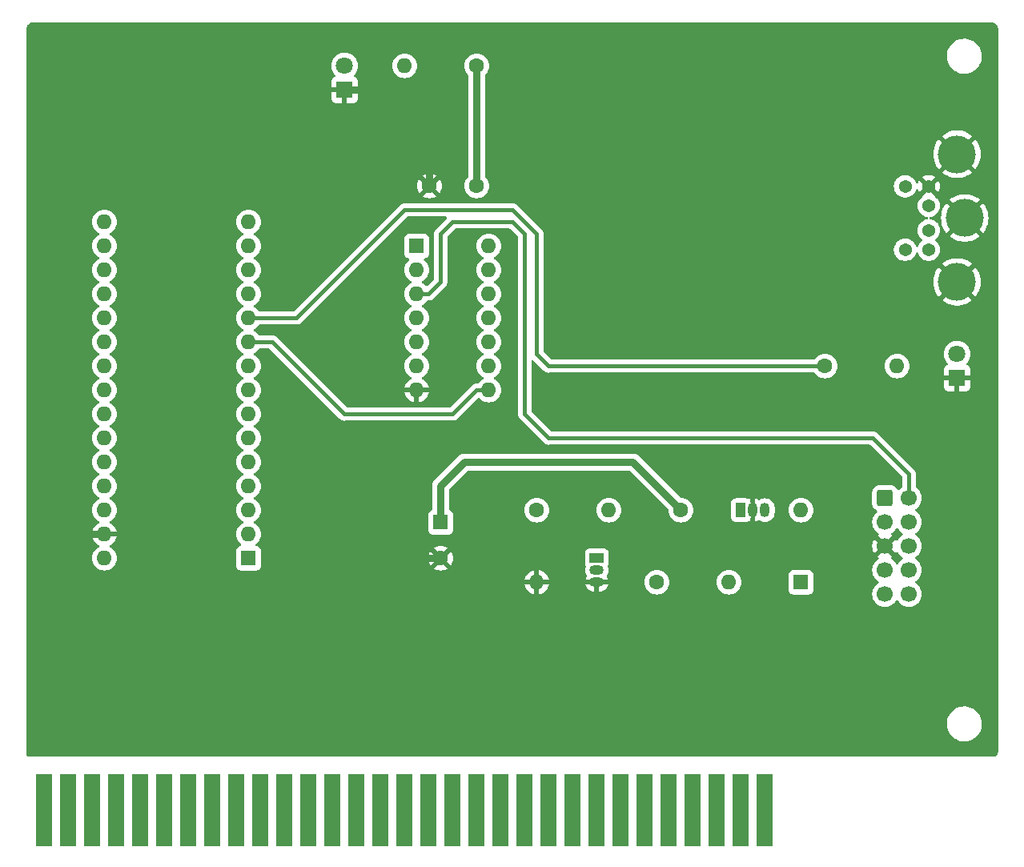
<source format=gbr>
%TF.GenerationSoftware,KiCad,Pcbnew,7.0.6*%
%TF.CreationDate,2023-08-13T11:57:56+02:00*%
%TF.ProjectId,ps2_mouse_to_serial_port_adapter_ISA_card,7073325f-6d6f-4757-9365-5f746f5f7365,rev?*%
%TF.SameCoordinates,Original*%
%TF.FileFunction,Copper,L1,Top*%
%TF.FilePolarity,Positive*%
%FSLAX46Y46*%
G04 Gerber Fmt 4.6, Leading zero omitted, Abs format (unit mm)*
G04 Created by KiCad (PCBNEW 7.0.6) date 2023-08-13 11:57:56*
%MOMM*%
%LPD*%
G01*
G04 APERTURE LIST*
G04 Aperture macros list*
%AMRoundRect*
0 Rectangle with rounded corners*
0 $1 Rounding radius*
0 $2 $3 $4 $5 $6 $7 $8 $9 X,Y pos of 4 corners*
0 Add a 4 corners polygon primitive as box body*
4,1,4,$2,$3,$4,$5,$6,$7,$8,$9,$2,$3,0*
0 Add four circle primitives for the rounded corners*
1,1,$1+$1,$2,$3*
1,1,$1+$1,$4,$5*
1,1,$1+$1,$6,$7*
1,1,$1+$1,$8,$9*
0 Add four rect primitives between the rounded corners*
20,1,$1+$1,$2,$3,$4,$5,0*
20,1,$1+$1,$4,$5,$6,$7,0*
20,1,$1+$1,$6,$7,$8,$9,0*
20,1,$1+$1,$8,$9,$2,$3,0*%
G04 Aperture macros list end*
%TA.AperFunction,ComponentPad*%
%ADD10C,1.600000*%
%TD*%
%TA.AperFunction,ComponentPad*%
%ADD11O,1.600000X1.600000*%
%TD*%
%TA.AperFunction,ComponentPad*%
%ADD12R,1.050000X1.500000*%
%TD*%
%TA.AperFunction,ComponentPad*%
%ADD13O,1.050000X1.500000*%
%TD*%
%TA.AperFunction,ComponentPad*%
%ADD14RoundRect,0.250000X-0.600000X-0.600000X0.600000X-0.600000X0.600000X0.600000X-0.600000X0.600000X0*%
%TD*%
%TA.AperFunction,ComponentPad*%
%ADD15C,1.700000*%
%TD*%
%TA.AperFunction,ConnectorPad*%
%ADD16R,1.780000X7.620000*%
%TD*%
%TA.AperFunction,ComponentPad*%
%ADD17R,1.800000X1.800000*%
%TD*%
%TA.AperFunction,ComponentPad*%
%ADD18C,1.800000*%
%TD*%
%TA.AperFunction,ComponentPad*%
%ADD19R,1.600000X1.600000*%
%TD*%
%TA.AperFunction,ComponentPad*%
%ADD20C,1.371600*%
%TD*%
%TA.AperFunction,ComponentPad*%
%ADD21C,4.000500*%
%TD*%
%TA.AperFunction,ComponentPad*%
%ADD22R,1.500000X1.050000*%
%TD*%
%TA.AperFunction,ComponentPad*%
%ADD23O,1.500000X1.050000*%
%TD*%
%TA.AperFunction,Conductor*%
%ADD24C,0.800000*%
%TD*%
%TA.AperFunction,Conductor*%
%ADD25C,0.400000*%
%TD*%
G04 APERTURE END LIST*
D10*
%TO.P,R3,1*%
%TO.N,/+5V*%
X82550000Y-64770000D03*
D11*
%TO.P,R3,2*%
%TO.N,Net-(Q1-C)*%
X74930000Y-64770000D03*
%TD*%
D12*
%TO.P,U2,1,VO*%
%TO.N,Net-(U2-VO)*%
X88900000Y-64770000D03*
D13*
%TO.P,U2,2,GND*%
%TO.N,/GND*%
X90170000Y-64770000D03*
%TO.P,U2,3,VI*%
%TO.N,Net-(D1-K)*%
X91440000Y-64770000D03*
%TD*%
D14*
%TO.P,J1,1,Pin_1*%
%TO.N,unconnected-(J1-Pin_1-Pad1)*%
X104140000Y-63500000D03*
D15*
%TO.P,J1,2,Pin_2*%
%TO.N,Net-(J1-Pin_2)*%
X106680000Y-63500000D03*
%TO.P,J1,3,Pin_3*%
%TO.N,unconnected-(J1-Pin_3-Pad3)*%
X104140000Y-66040000D03*
%TO.P,J1,4,Pin_4*%
%TO.N,unconnected-(J1-Pin_4-Pad4)*%
X106680000Y-66040000D03*
%TO.P,J1,5,Pin_5*%
%TO.N,/GND*%
X104140000Y-68580000D03*
%TO.P,J1,6,Pin_6*%
%TO.N,unconnected-(J1-Pin_6-Pad6)*%
X106680000Y-68580000D03*
%TO.P,J1,7,Pin_7*%
%TO.N,Net-(D1-A)*%
X104140000Y-71120000D03*
%TO.P,J1,8,Pin_8*%
%TO.N,unconnected-(J1-Pin_8-Pad8)*%
X106680000Y-71120000D03*
%TO.P,J1,9,Pin_9*%
%TO.N,unconnected-(J1-Pin_9-Pad9)*%
X104140000Y-73660000D03*
%TO.P,J1,10,Pin_10*%
%TO.N,unconnected-(J1-Pin_10-Pad10)*%
X106680000Y-73660000D03*
%TD*%
D16*
%TO.P,J3,32,IO*%
%TO.N,unconnected-(J3-IO-Pad32)*%
X91440000Y-96520000D03*
%TO.P,J3,33,DB7*%
%TO.N,unconnected-(J3-DB7-Pad33)*%
X88900000Y-96520000D03*
%TO.P,J3,34,DB6*%
%TO.N,unconnected-(J3-DB6-Pad34)*%
X86360000Y-96520000D03*
%TO.P,J3,35,DB5*%
%TO.N,unconnected-(J3-DB5-Pad35)*%
X83820000Y-96520000D03*
%TO.P,J3,36,DB4*%
%TO.N,unconnected-(J3-DB4-Pad36)*%
X81280000Y-96520000D03*
%TO.P,J3,37,DB3*%
%TO.N,unconnected-(J3-DB3-Pad37)*%
X78740000Y-96520000D03*
%TO.P,J3,38,DB2*%
%TO.N,unconnected-(J3-DB2-Pad38)*%
X76200000Y-96520000D03*
%TO.P,J3,39,DB1*%
%TO.N,unconnected-(J3-DB1-Pad39)*%
X73660000Y-96520000D03*
%TO.P,J3,40,DB0*%
%TO.N,unconnected-(J3-DB0-Pad40)*%
X71120000Y-96520000D03*
%TO.P,J3,41,IO_READY*%
%TO.N,unconnected-(J3-IO_READY-Pad41)*%
X68580000Y-96520000D03*
%TO.P,J3,42,AEN*%
%TO.N,unconnected-(J3-AEN-Pad42)*%
X66040000Y-96520000D03*
%TO.P,J3,43,BA19*%
%TO.N,unconnected-(J3-BA19-Pad43)*%
X63500000Y-96520000D03*
%TO.P,J3,44,BA18*%
%TO.N,unconnected-(J3-BA18-Pad44)*%
X60960000Y-96520000D03*
%TO.P,J3,45,BA17*%
%TO.N,unconnected-(J3-BA17-Pad45)*%
X58420000Y-96520000D03*
%TO.P,J3,46,BA16*%
%TO.N,unconnected-(J3-BA16-Pad46)*%
X55880000Y-96520000D03*
%TO.P,J3,47,BA15*%
%TO.N,unconnected-(J3-BA15-Pad47)*%
X53340000Y-96520000D03*
%TO.P,J3,48,BA14*%
%TO.N,unconnected-(J3-BA14-Pad48)*%
X50800000Y-96520000D03*
%TO.P,J3,49,BA13*%
%TO.N,unconnected-(J3-BA13-Pad49)*%
X48260000Y-96520000D03*
%TO.P,J3,50,BA12*%
%TO.N,unconnected-(J3-BA12-Pad50)*%
X45720000Y-96520000D03*
%TO.P,J3,51,BA11*%
%TO.N,unconnected-(J3-BA11-Pad51)*%
X43180000Y-96520000D03*
%TO.P,J3,52,BA10*%
%TO.N,unconnected-(J3-BA10-Pad52)*%
X40640000Y-96520000D03*
%TO.P,J3,53,BA09*%
%TO.N,unconnected-(J3-BA09-Pad53)*%
X38100000Y-96520000D03*
%TO.P,J3,54,BA08*%
%TO.N,unconnected-(J3-BA08-Pad54)*%
X35560000Y-96520000D03*
%TO.P,J3,55,BA07*%
%TO.N,unconnected-(J3-BA07-Pad55)*%
X33020000Y-96520000D03*
%TO.P,J3,56,BA06*%
%TO.N,unconnected-(J3-BA06-Pad56)*%
X30480000Y-96520000D03*
%TO.P,J3,57,BA05*%
%TO.N,unconnected-(J3-BA05-Pad57)*%
X27940000Y-96520000D03*
%TO.P,J3,58,BA04*%
%TO.N,unconnected-(J3-BA04-Pad58)*%
X25400000Y-96520000D03*
%TO.P,J3,59,BA03*%
%TO.N,unconnected-(J3-BA03-Pad59)*%
X22860000Y-96520000D03*
%TO.P,J3,60,BA02*%
%TO.N,unconnected-(J3-BA02-Pad60)*%
X20320000Y-96520000D03*
%TO.P,J3,61,BA01*%
%TO.N,unconnected-(J3-BA01-Pad61)*%
X17780000Y-96520000D03*
%TO.P,J3,62,BA00*%
%TO.N,unconnected-(J3-BA00-Pad62)*%
X15240000Y-96520000D03*
%TD*%
D17*
%TO.P,D2,1,K*%
%TO.N,/GND*%
X111760000Y-50800000D03*
D18*
%TO.P,D2,2,A*%
%TO.N,Net-(D2-A)*%
X111760000Y-48260000D03*
%TD*%
D19*
%TO.P,U1,1*%
%TO.N,Net-(A1-D1{slash}TX)*%
X54610000Y-36830000D03*
D11*
%TO.P,U1,2*%
X54610000Y-39370000D03*
%TO.P,U1,3*%
%TO.N,Net-(J1-Pin_2)*%
X54610000Y-41910000D03*
%TO.P,U1,4*%
%TO.N,unconnected-(U1-Pad4)*%
X54610000Y-44450000D03*
%TO.P,U1,5*%
%TO.N,unconnected-(U1-Pad5)*%
X54610000Y-46990000D03*
%TO.P,U1,6*%
%TO.N,unconnected-(U1-Pad6)*%
X54610000Y-49530000D03*
%TO.P,U1,7,GND*%
%TO.N,/GND*%
X54610000Y-52070000D03*
%TO.P,U1,8*%
%TO.N,Net-(A1-D7)*%
X62230000Y-52070000D03*
%TO.P,U1,9*%
%TO.N,Net-(Q1-C)*%
X62230000Y-49530000D03*
%TO.P,U1,10*%
X62230000Y-46990000D03*
%TO.P,U1,11*%
%TO.N,unconnected-(U1-Pad11)*%
X62230000Y-44450000D03*
%TO.P,U1,12*%
%TO.N,unconnected-(U1-Pad12)*%
X62230000Y-41910000D03*
%TO.P,U1,13*%
%TO.N,unconnected-(U1-Pad13)*%
X62230000Y-39370000D03*
%TO.P,U1,14,VCC*%
%TO.N,/+5V*%
X62230000Y-36830000D03*
%TD*%
D20*
%TO.P,J2,1*%
%TO.N,Net-(A1-D5)*%
X108760260Y-32580580D03*
%TO.P,J2,2*%
%TO.N,unconnected-(J2-Pad2)*%
X108760260Y-35181540D03*
%TO.P,J2,3*%
%TO.N,/GND*%
X108760260Y-30530800D03*
%TO.P,J2,4*%
%TO.N,/+5V*%
X108760260Y-37231320D03*
%TO.P,J2,5*%
%TO.N,Net-(A1-D2)*%
X106268520Y-30530800D03*
%TO.P,J2,6*%
%TO.N,unconnected-(J2-Pad6)*%
X106268520Y-37231320D03*
D21*
%TO.P,J2,GND*%
%TO.N,/GND*%
X111760000Y-27122120D03*
X112570260Y-33881060D03*
X111760000Y-40640000D03*
%TD*%
D22*
%TO.P,Q1,1,C*%
%TO.N,Net-(Q1-C)*%
X73660000Y-69850000D03*
D23*
%TO.P,Q1,2,B*%
%TO.N,Net-(Q1-B)*%
X73660000Y-71120000D03*
%TO.P,Q1,3,E*%
%TO.N,/GND*%
X73660000Y-72390000D03*
%TD*%
D10*
%TO.P,R4,1*%
%TO.N,Net-(A1-D8)*%
X97790000Y-49530000D03*
D11*
%TO.P,R4,2*%
%TO.N,Net-(D2-A)*%
X105410000Y-49530000D03*
%TD*%
D10*
%TO.P,R5,1*%
%TO.N,/+5V*%
X60960000Y-17780000D03*
D11*
%TO.P,R5,2*%
%TO.N,Net-(D3-A)*%
X53340000Y-17780000D03*
%TD*%
D19*
%TO.P,D1,1,K*%
%TO.N,Net-(D1-K)*%
X95250000Y-72390000D03*
D11*
%TO.P,D1,2,A*%
%TO.N,Net-(D1-A)*%
X95250000Y-64770000D03*
%TD*%
D19*
%TO.P,C1,1*%
%TO.N,/+5V*%
X57150000Y-66050000D03*
D10*
%TO.P,C1,2*%
%TO.N,/GND*%
X57150000Y-69850000D03*
%TD*%
%TO.P,R1,1*%
%TO.N,Net-(Q1-B)*%
X80010000Y-72390000D03*
D11*
%TO.P,R1,2*%
%TO.N,Net-(U2-VO)*%
X87630000Y-72390000D03*
%TD*%
D10*
%TO.P,R2,1*%
%TO.N,Net-(Q1-B)*%
X67310000Y-64770000D03*
D11*
%TO.P,R2,2*%
%TO.N,/GND*%
X67310000Y-72390000D03*
%TD*%
D10*
%TO.P,C2,1*%
%TO.N,/+5V*%
X60960000Y-30480000D03*
%TO.P,C2,2*%
%TO.N,/GND*%
X55960000Y-30480000D03*
%TD*%
D17*
%TO.P,D3,1,K*%
%TO.N,/GND*%
X46990000Y-20320000D03*
D18*
%TO.P,D3,2,A*%
%TO.N,Net-(D3-A)*%
X46990000Y-17780000D03*
%TD*%
D19*
%TO.P,A1,1,D1/TX*%
%TO.N,Net-(A1-D1{slash}TX)*%
X36830000Y-69850000D03*
D11*
%TO.P,A1,2,D0/RX*%
%TO.N,unconnected-(A1-D0{slash}RX-Pad2)*%
X36830000Y-67310000D03*
%TO.P,A1,3,~{RESET}*%
%TO.N,unconnected-(A1-~{RESET}-Pad3)*%
X36830000Y-64770000D03*
%TO.P,A1,4,GND*%
%TO.N,unconnected-(A1-GND-Pad4)*%
X36830000Y-62230000D03*
%TO.P,A1,5,D2*%
%TO.N,Net-(A1-D2)*%
X36830000Y-59690000D03*
%TO.P,A1,6,D3*%
%TO.N,unconnected-(A1-D3-Pad6)*%
X36830000Y-57150000D03*
%TO.P,A1,7,D4*%
%TO.N,unconnected-(A1-D4-Pad7)*%
X36830000Y-54610000D03*
%TO.P,A1,8,D5*%
%TO.N,Net-(A1-D5)*%
X36830000Y-52070000D03*
%TO.P,A1,9,D6*%
%TO.N,unconnected-(A1-D6-Pad9)*%
X36830000Y-49530000D03*
%TO.P,A1,10,D7*%
%TO.N,Net-(A1-D7)*%
X36830000Y-46990000D03*
%TO.P,A1,11,D8*%
%TO.N,Net-(A1-D8)*%
X36830000Y-44450000D03*
%TO.P,A1,12,D9*%
%TO.N,unconnected-(A1-D9-Pad12)*%
X36830000Y-41910000D03*
%TO.P,A1,13,D10*%
%TO.N,unconnected-(A1-D10-Pad13)*%
X36830000Y-39370000D03*
%TO.P,A1,14,D11*%
%TO.N,unconnected-(A1-D11-Pad14)*%
X36830000Y-36830000D03*
%TO.P,A1,15,D12*%
%TO.N,unconnected-(A1-D12-Pad15)*%
X36830000Y-34290000D03*
%TO.P,A1,16,D13*%
%TO.N,unconnected-(A1-D13-Pad16)*%
X21590000Y-34290000D03*
%TO.P,A1,17,3V3*%
%TO.N,unconnected-(A1-3V3-Pad17)*%
X21590000Y-36830000D03*
%TO.P,A1,18,AREF*%
%TO.N,unconnected-(A1-AREF-Pad18)*%
X21590000Y-39370000D03*
%TO.P,A1,19,A0*%
%TO.N,unconnected-(A1-A0-Pad19)*%
X21590000Y-41910000D03*
%TO.P,A1,20,A1*%
%TO.N,unconnected-(A1-A1-Pad20)*%
X21590000Y-44450000D03*
%TO.P,A1,21,A2*%
%TO.N,unconnected-(A1-A2-Pad21)*%
X21590000Y-46990000D03*
%TO.P,A1,22,A3*%
%TO.N,unconnected-(A1-A3-Pad22)*%
X21590000Y-49530000D03*
%TO.P,A1,23,A4*%
%TO.N,unconnected-(A1-A4-Pad23)*%
X21590000Y-52070000D03*
%TO.P,A1,24,A5*%
%TO.N,unconnected-(A1-A5-Pad24)*%
X21590000Y-54610000D03*
%TO.P,A1,25,A6*%
%TO.N,unconnected-(A1-A6-Pad25)*%
X21590000Y-57150000D03*
%TO.P,A1,26,A7*%
%TO.N,unconnected-(A1-A7-Pad26)*%
X21590000Y-59690000D03*
%TO.P,A1,27,+5V*%
%TO.N,unconnected-(A1-+5V-Pad27)*%
X21590000Y-62230000D03*
%TO.P,A1,28,~{RESET}*%
%TO.N,unconnected-(A1-~{RESET}-Pad28)*%
X21590000Y-64770000D03*
%TO.P,A1,29,GND*%
%TO.N,/GND*%
X21590000Y-67310000D03*
%TO.P,A1,30,VIN*%
%TO.N,/+5V*%
X21590000Y-69850000D03*
%TD*%
D24*
%TO.N,/GND*%
X48260000Y-74930000D02*
X19050000Y-74930000D01*
X55960000Y-26750000D02*
X49530000Y-20320000D01*
X19050000Y-67310000D02*
X21590000Y-67310000D01*
X55960000Y-30480000D02*
X55960000Y-26750000D01*
X17780000Y-73660000D02*
X17780000Y-68580000D01*
X17780000Y-68580000D02*
X19050000Y-67310000D01*
X19050000Y-74930000D02*
X17780000Y-73660000D01*
X49530000Y-20320000D02*
X46990000Y-20320000D01*
X53340000Y-69850000D02*
X48260000Y-74930000D01*
X57150000Y-69850000D02*
X53340000Y-69850000D01*
%TO.N,/+5V*%
X77470000Y-59690000D02*
X82550000Y-64770000D01*
X57150000Y-62230000D02*
X59690000Y-59690000D01*
X57150000Y-66050000D02*
X57150000Y-62230000D01*
X59690000Y-59690000D02*
X77470000Y-59690000D01*
X60960000Y-30480000D02*
X60960000Y-17780000D01*
D25*
%TO.N,Net-(A1-D8)*%
X68580000Y-49530000D02*
X67310000Y-48260000D01*
X64770000Y-33020000D02*
X53340000Y-33020000D01*
X53340000Y-33020000D02*
X41910000Y-44450000D01*
X67310000Y-48260000D02*
X67310000Y-35560000D01*
X41910000Y-44450000D02*
X36830000Y-44450000D01*
X67310000Y-35560000D02*
X64770000Y-33020000D01*
X97790000Y-49530000D02*
X68580000Y-49530000D01*
%TO.N,Net-(A1-D7)*%
X46990000Y-54610000D02*
X58420000Y-54610000D01*
X60960000Y-52070000D02*
X62230000Y-52070000D01*
X58420000Y-54610000D02*
X60960000Y-52070000D01*
X39370000Y-46990000D02*
X46990000Y-54610000D01*
X36830000Y-46990000D02*
X39370000Y-46990000D01*
%TO.N,Net-(J1-Pin_2)*%
X57150000Y-40640000D02*
X55880000Y-41910000D01*
X55880000Y-41910000D02*
X54610000Y-41910000D01*
X57150000Y-35560000D02*
X57150000Y-40640000D01*
X102870000Y-57150000D02*
X68580000Y-57150000D01*
X106680000Y-60960000D02*
X102870000Y-57150000D01*
X66040000Y-54610000D02*
X66040000Y-35560000D01*
X106680000Y-63500000D02*
X106680000Y-60960000D01*
X66040000Y-35560000D02*
X64770000Y-34290000D01*
X64770000Y-34290000D02*
X58420000Y-34290000D01*
X68580000Y-57150000D02*
X66040000Y-54610000D01*
X58420000Y-34290000D02*
X57150000Y-35560000D01*
%TD*%
%TA.AperFunction,Conductor*%
%TO.N,/GND*%
G36*
X105254925Y-69341373D02*
G01*
X105308119Y-69265405D01*
X105362696Y-69221781D01*
X105432195Y-69214588D01*
X105494549Y-69246110D01*
X105511269Y-69265405D01*
X105524180Y-69283844D01*
X105641505Y-69451401D01*
X105641506Y-69451402D01*
X105808597Y-69618493D01*
X105808603Y-69618498D01*
X105994158Y-69748425D01*
X106037783Y-69803002D01*
X106044977Y-69872500D01*
X106013454Y-69934855D01*
X105994158Y-69951575D01*
X105808597Y-70081505D01*
X105641508Y-70248594D01*
X105511574Y-70434159D01*
X105456997Y-70477784D01*
X105387498Y-70484976D01*
X105325144Y-70453454D01*
X105308424Y-70434158D01*
X105300524Y-70422876D01*
X105257182Y-70360977D01*
X105178494Y-70248597D01*
X105011402Y-70081506D01*
X105011401Y-70081505D01*
X104825405Y-69951269D01*
X104781781Y-69896692D01*
X104774588Y-69827193D01*
X104806110Y-69764839D01*
X104825405Y-69748119D01*
X104901373Y-69694925D01*
X104272533Y-69066086D01*
X104282315Y-69064680D01*
X104413100Y-69004952D01*
X104521761Y-68910798D01*
X104599493Y-68789844D01*
X104623076Y-68709524D01*
X105254925Y-69341373D01*
G37*
%TD.AperFunction*%
%TA.AperFunction,Conductor*%
G36*
X105494854Y-66706546D02*
G01*
X105511574Y-66725841D01*
X105641505Y-66911401D01*
X105641506Y-66911402D01*
X105808597Y-67078493D01*
X105808603Y-67078498D01*
X105994158Y-67208425D01*
X106037783Y-67263002D01*
X106044977Y-67332500D01*
X106013454Y-67394855D01*
X105994158Y-67411575D01*
X105808597Y-67541505D01*
X105641505Y-67708597D01*
X105511269Y-67894595D01*
X105456692Y-67938220D01*
X105387194Y-67945414D01*
X105324839Y-67913891D01*
X105308119Y-67894595D01*
X105254925Y-67818626D01*
X105254925Y-67818625D01*
X104623076Y-68450475D01*
X104599493Y-68370156D01*
X104521761Y-68249202D01*
X104413100Y-68155048D01*
X104282315Y-68095320D01*
X104272533Y-68093913D01*
X104901373Y-67465073D01*
X104901373Y-67465072D01*
X104825405Y-67411880D01*
X104781780Y-67357304D01*
X104774586Y-67287805D01*
X104806108Y-67225451D01*
X104825399Y-67208734D01*
X105011401Y-67078495D01*
X105178495Y-66911401D01*
X105308426Y-66725840D01*
X105363001Y-66682217D01*
X105432499Y-66675023D01*
X105494854Y-66706546D01*
G37*
%TD.AperFunction*%
%TA.AperFunction,Conductor*%
G36*
X115446457Y-13200889D02*
G01*
X115572091Y-13215045D01*
X115599151Y-13221221D01*
X115708587Y-13259515D01*
X115733591Y-13271556D01*
X115831766Y-13333242D01*
X115853471Y-13350552D01*
X115935447Y-13432528D01*
X115952757Y-13454234D01*
X116014441Y-13552404D01*
X116026486Y-13577416D01*
X116064776Y-13686841D01*
X116070955Y-13713912D01*
X116085110Y-13839535D01*
X116085500Y-13846481D01*
X116085500Y-90293517D01*
X116085110Y-90300465D01*
X116070955Y-90426087D01*
X116064776Y-90453158D01*
X116026486Y-90562583D01*
X116014439Y-90587600D01*
X115952760Y-90685762D01*
X115935448Y-90707470D01*
X115874236Y-90768682D01*
X115812916Y-90802166D01*
X115786557Y-90805000D01*
X13451500Y-90805000D01*
X13384461Y-90785315D01*
X13338706Y-90732511D01*
X13327500Y-90681000D01*
X13327500Y-87443763D01*
X110667787Y-87443763D01*
X110697413Y-87713013D01*
X110697415Y-87713024D01*
X110765926Y-87975082D01*
X110765928Y-87975088D01*
X110871870Y-88224390D01*
X110943998Y-88342575D01*
X111012979Y-88455605D01*
X111012986Y-88455615D01*
X111186253Y-88663819D01*
X111186259Y-88663824D01*
X111387998Y-88844582D01*
X111613910Y-88994044D01*
X111859176Y-89109020D01*
X111859183Y-89109022D01*
X111859185Y-89109023D01*
X112118557Y-89187057D01*
X112118564Y-89187058D01*
X112118569Y-89187060D01*
X112386561Y-89226500D01*
X112386566Y-89226500D01*
X112589636Y-89226500D01*
X112641133Y-89222730D01*
X112792156Y-89211677D01*
X112904758Y-89186593D01*
X113056546Y-89152782D01*
X113056548Y-89152781D01*
X113056553Y-89152780D01*
X113309558Y-89056014D01*
X113545777Y-88923441D01*
X113760177Y-88757888D01*
X113948186Y-88562881D01*
X114105799Y-88342579D01*
X114179787Y-88198669D01*
X114229649Y-88101690D01*
X114229651Y-88101684D01*
X114229656Y-88101675D01*
X114317118Y-87845305D01*
X114366319Y-87578933D01*
X114376212Y-87308235D01*
X114346586Y-87038982D01*
X114278072Y-86776912D01*
X114172130Y-86527610D01*
X114031018Y-86296390D01*
X113941747Y-86189119D01*
X113857746Y-86088180D01*
X113857740Y-86088175D01*
X113656002Y-85907418D01*
X113430092Y-85757957D01*
X113430090Y-85757956D01*
X113184824Y-85642980D01*
X113184819Y-85642978D01*
X113184814Y-85642976D01*
X112925442Y-85564942D01*
X112925428Y-85564939D01*
X112809791Y-85547921D01*
X112657439Y-85525500D01*
X112454369Y-85525500D01*
X112454364Y-85525500D01*
X112251844Y-85540323D01*
X112251831Y-85540325D01*
X111987453Y-85599217D01*
X111987446Y-85599220D01*
X111734439Y-85695987D01*
X111498226Y-85828557D01*
X111283822Y-85994112D01*
X111095822Y-86189109D01*
X111095816Y-86189116D01*
X110938202Y-86409419D01*
X110938199Y-86409424D01*
X110814350Y-86650309D01*
X110814343Y-86650327D01*
X110726884Y-86906685D01*
X110726881Y-86906699D01*
X110677681Y-87173068D01*
X110677680Y-87173075D01*
X110667787Y-87443763D01*
X13327500Y-87443763D01*
X13327500Y-72139999D01*
X66031127Y-72139999D01*
X66031128Y-72140000D01*
X66994314Y-72140000D01*
X66982359Y-72151955D01*
X66924835Y-72264852D01*
X66905014Y-72390000D01*
X66924835Y-72515148D01*
X66982359Y-72628045D01*
X66994314Y-72640000D01*
X66031128Y-72640000D01*
X66083730Y-72836317D01*
X66083734Y-72836326D01*
X66179865Y-73042482D01*
X66310342Y-73228820D01*
X66471179Y-73389657D01*
X66657517Y-73520134D01*
X66863673Y-73616265D01*
X66863682Y-73616269D01*
X67059999Y-73668872D01*
X67060000Y-73668871D01*
X67060000Y-72705686D01*
X67071955Y-72717641D01*
X67184852Y-72775165D01*
X67278519Y-72790000D01*
X67341481Y-72790000D01*
X67435148Y-72775165D01*
X67548045Y-72717641D01*
X67560000Y-72705686D01*
X67560000Y-73668872D01*
X67756317Y-73616269D01*
X67756326Y-73616265D01*
X67962482Y-73520134D01*
X68148820Y-73389657D01*
X68309657Y-73228820D01*
X68440134Y-73042482D01*
X68536265Y-72836326D01*
X68536269Y-72836317D01*
X68588872Y-72640000D01*
X67625686Y-72640000D01*
X67637641Y-72628045D01*
X67695165Y-72515148D01*
X67714986Y-72390000D01*
X67695165Y-72264852D01*
X67637641Y-72151955D01*
X67625686Y-72140000D01*
X68588872Y-72140000D01*
X68588872Y-72139999D01*
X68536269Y-71943682D01*
X68536265Y-71943673D01*
X68440134Y-71737517D01*
X68309657Y-71551179D01*
X68148820Y-71390342D01*
X67962482Y-71259865D01*
X67756328Y-71163734D01*
X67593114Y-71120000D01*
X72404538Y-71120000D01*
X72424337Y-71321031D01*
X72482978Y-71514345D01*
X72580651Y-71697077D01*
X72594893Y-71765479D01*
X72580651Y-71813983D01*
X72483442Y-71995846D01*
X72439715Y-72140000D01*
X73325729Y-72140000D01*
X73331809Y-72140299D01*
X73367776Y-72143841D01*
X73376145Y-72144665D01*
X73341722Y-72182059D01*
X73291449Y-72296670D01*
X73281114Y-72421395D01*
X73311837Y-72542719D01*
X73375394Y-72640000D01*
X72439715Y-72640000D01*
X72483442Y-72784153D01*
X72578615Y-72962209D01*
X72578620Y-72962215D01*
X72706707Y-73118292D01*
X72862784Y-73246379D01*
X72862790Y-73246384D01*
X73040845Y-73341556D01*
X73234067Y-73400170D01*
X73384642Y-73415000D01*
X73410000Y-73415000D01*
X73410000Y-72670617D01*
X73479052Y-72724363D01*
X73597424Y-72765000D01*
X73691073Y-72765000D01*
X73783446Y-72749586D01*
X73893514Y-72690019D01*
X73910000Y-72672110D01*
X73910000Y-73415000D01*
X73935358Y-73415000D01*
X74085932Y-73400170D01*
X74279154Y-73341556D01*
X74457209Y-73246384D01*
X74457215Y-73246379D01*
X74613292Y-73118292D01*
X74741379Y-72962215D01*
X74741384Y-72962209D01*
X74836557Y-72784153D01*
X74880285Y-72640000D01*
X73939560Y-72640000D01*
X73978278Y-72597941D01*
X74028551Y-72483330D01*
X74036284Y-72390001D01*
X78704532Y-72390001D01*
X78724364Y-72616686D01*
X78724366Y-72616697D01*
X78783258Y-72836488D01*
X78783261Y-72836497D01*
X78879431Y-73042732D01*
X78879432Y-73042734D01*
X79009954Y-73229141D01*
X79170858Y-73390045D01*
X79170861Y-73390047D01*
X79357266Y-73520568D01*
X79563504Y-73616739D01*
X79783308Y-73675635D01*
X79945230Y-73689801D01*
X80009998Y-73695468D01*
X80010000Y-73695468D01*
X80010002Y-73695468D01*
X80066807Y-73690498D01*
X80236692Y-73675635D01*
X80456496Y-73616739D01*
X80662734Y-73520568D01*
X80849139Y-73390047D01*
X81010047Y-73229139D01*
X81140568Y-73042734D01*
X81236739Y-72836496D01*
X81295635Y-72616692D01*
X81315468Y-72390001D01*
X86324532Y-72390001D01*
X86344364Y-72616686D01*
X86344366Y-72616697D01*
X86403258Y-72836488D01*
X86403261Y-72836497D01*
X86499431Y-73042732D01*
X86499432Y-73042734D01*
X86629954Y-73229141D01*
X86790858Y-73390045D01*
X86790861Y-73390047D01*
X86977266Y-73520568D01*
X87183504Y-73616739D01*
X87403308Y-73675635D01*
X87565230Y-73689801D01*
X87629998Y-73695468D01*
X87630000Y-73695468D01*
X87630002Y-73695468D01*
X87686807Y-73690498D01*
X87856692Y-73675635D01*
X88076496Y-73616739D01*
X88282734Y-73520568D01*
X88469139Y-73390047D01*
X88621316Y-73237870D01*
X93949500Y-73237870D01*
X93949501Y-73237876D01*
X93955908Y-73297483D01*
X94006202Y-73432328D01*
X94006206Y-73432335D01*
X94092452Y-73547544D01*
X94092455Y-73547547D01*
X94207664Y-73633793D01*
X94207671Y-73633797D01*
X94342517Y-73684091D01*
X94342516Y-73684091D01*
X94349444Y-73684835D01*
X94402127Y-73690500D01*
X96097872Y-73690499D01*
X96157483Y-73684091D01*
X96292331Y-73633796D01*
X96407546Y-73547546D01*
X96493796Y-73432331D01*
X96544091Y-73297483D01*
X96550500Y-73237873D01*
X96550499Y-71542128D01*
X96544091Y-71482517D01*
X96509567Y-71389954D01*
X96493797Y-71347671D01*
X96493793Y-71347664D01*
X96407547Y-71232455D01*
X96407544Y-71232452D01*
X96292335Y-71146206D01*
X96292328Y-71146202D01*
X96157482Y-71095908D01*
X96157483Y-71095908D01*
X96097883Y-71089501D01*
X96097881Y-71089500D01*
X96097873Y-71089500D01*
X96097864Y-71089500D01*
X94402129Y-71089500D01*
X94402123Y-71089501D01*
X94342516Y-71095908D01*
X94207671Y-71146202D01*
X94207664Y-71146206D01*
X94092455Y-71232452D01*
X94092452Y-71232455D01*
X94006206Y-71347664D01*
X94006202Y-71347671D01*
X93955908Y-71482517D01*
X93949501Y-71542116D01*
X93949501Y-71542123D01*
X93949500Y-71542135D01*
X93949500Y-73237870D01*
X88621316Y-73237870D01*
X88630047Y-73229139D01*
X88760568Y-73042734D01*
X88856739Y-72836496D01*
X88915635Y-72616692D01*
X88935468Y-72390000D01*
X88915635Y-72163308D01*
X88856739Y-71943504D01*
X88760568Y-71737266D01*
X88630047Y-71550861D01*
X88630045Y-71550858D01*
X88469141Y-71389954D01*
X88282734Y-71259432D01*
X88282732Y-71259431D01*
X88076497Y-71163261D01*
X88076488Y-71163258D01*
X87856697Y-71104366D01*
X87856693Y-71104365D01*
X87856692Y-71104365D01*
X87856691Y-71104364D01*
X87856686Y-71104364D01*
X87630002Y-71084532D01*
X87629998Y-71084532D01*
X87403313Y-71104364D01*
X87403302Y-71104366D01*
X87183511Y-71163258D01*
X87183502Y-71163261D01*
X86977267Y-71259431D01*
X86977265Y-71259432D01*
X86790858Y-71389954D01*
X86629954Y-71550858D01*
X86499432Y-71737265D01*
X86499431Y-71737267D01*
X86403261Y-71943502D01*
X86403258Y-71943511D01*
X86344366Y-72163302D01*
X86344364Y-72163313D01*
X86324532Y-72389998D01*
X86324532Y-72390001D01*
X81315468Y-72390001D01*
X81315468Y-72390000D01*
X81295635Y-72163308D01*
X81236739Y-71943504D01*
X81140568Y-71737266D01*
X81010047Y-71550861D01*
X81010045Y-71550858D01*
X80849141Y-71389954D01*
X80662734Y-71259432D01*
X80662732Y-71259431D01*
X80456497Y-71163261D01*
X80456488Y-71163258D01*
X80236697Y-71104366D01*
X80236693Y-71104365D01*
X80236692Y-71104365D01*
X80236691Y-71104364D01*
X80236686Y-71104364D01*
X80010002Y-71084532D01*
X80009998Y-71084532D01*
X79783313Y-71104364D01*
X79783302Y-71104366D01*
X79563511Y-71163258D01*
X79563502Y-71163261D01*
X79357267Y-71259431D01*
X79357265Y-71259432D01*
X79170858Y-71389954D01*
X79009954Y-71550858D01*
X78879432Y-71737265D01*
X78879431Y-71737267D01*
X78783261Y-71943502D01*
X78783258Y-71943511D01*
X78724366Y-72163302D01*
X78724364Y-72163313D01*
X78704532Y-72389998D01*
X78704532Y-72390001D01*
X74036284Y-72390001D01*
X74038886Y-72358605D01*
X74008163Y-72237281D01*
X73947424Y-72144313D01*
X73952223Y-72143841D01*
X73988191Y-72140299D01*
X73994271Y-72140000D01*
X74880285Y-72140000D01*
X74836557Y-71995848D01*
X74739348Y-71813985D01*
X74725106Y-71745582D01*
X74739348Y-71697078D01*
X74837021Y-71514345D01*
X74837021Y-71514344D01*
X74837023Y-71514341D01*
X74895662Y-71321033D01*
X74915462Y-71120000D01*
X74895662Y-70918967D01*
X74837023Y-70725659D01*
X74837021Y-70725656D01*
X74836694Y-70724576D01*
X74836070Y-70654709D01*
X74850469Y-70625623D01*
X74849544Y-70625118D01*
X74853793Y-70617335D01*
X74853792Y-70617335D01*
X74853796Y-70617331D01*
X74904091Y-70482483D01*
X74910500Y-70422873D01*
X74910499Y-69277128D01*
X74904091Y-69217517D01*
X74896538Y-69197267D01*
X74853797Y-69082671D01*
X74853793Y-69082664D01*
X74767547Y-68967455D01*
X74767544Y-68967452D01*
X74652335Y-68881206D01*
X74652328Y-68881202D01*
X74517482Y-68830908D01*
X74517483Y-68830908D01*
X74457883Y-68824501D01*
X74457881Y-68824500D01*
X74457873Y-68824500D01*
X74457864Y-68824500D01*
X72862129Y-68824500D01*
X72862123Y-68824501D01*
X72802516Y-68830908D01*
X72667671Y-68881202D01*
X72667664Y-68881206D01*
X72552455Y-68967452D01*
X72552452Y-68967455D01*
X72466206Y-69082664D01*
X72466202Y-69082671D01*
X72415908Y-69217517D01*
X72411574Y-69257834D01*
X72409501Y-69277123D01*
X72409500Y-69277135D01*
X72409500Y-70422870D01*
X72409501Y-70422876D01*
X72415908Y-70482483D01*
X72466202Y-70617328D01*
X72470454Y-70625114D01*
X72468378Y-70626247D01*
X72488329Y-70679730D01*
X72483306Y-70724575D01*
X72424337Y-70918968D01*
X72404538Y-71120000D01*
X67593114Y-71120000D01*
X67560000Y-71111127D01*
X67560000Y-72074314D01*
X67548045Y-72062359D01*
X67435148Y-72004835D01*
X67341481Y-71990000D01*
X67278519Y-71990000D01*
X67184852Y-72004835D01*
X67071955Y-72062359D01*
X67060000Y-72074314D01*
X67060000Y-71111127D01*
X66863671Y-71163734D01*
X66657517Y-71259865D01*
X66471179Y-71390342D01*
X66310342Y-71551179D01*
X66179865Y-71737517D01*
X66083734Y-71943673D01*
X66083730Y-71943682D01*
X66031127Y-72139999D01*
X13327500Y-72139999D01*
X13327500Y-69850001D01*
X20284532Y-69850001D01*
X20304364Y-70076686D01*
X20304366Y-70076697D01*
X20363258Y-70296488D01*
X20363261Y-70296497D01*
X20459431Y-70502732D01*
X20459432Y-70502734D01*
X20589954Y-70689141D01*
X20750858Y-70850045D01*
X20750861Y-70850047D01*
X20937266Y-70980568D01*
X21143504Y-71076739D01*
X21363308Y-71135635D01*
X21525230Y-71149801D01*
X21589998Y-71155468D01*
X21590000Y-71155468D01*
X21590002Y-71155468D01*
X21646807Y-71150498D01*
X21816692Y-71135635D01*
X22036496Y-71076739D01*
X22242734Y-70980568D01*
X22429139Y-70850047D01*
X22590047Y-70689139D01*
X22720568Y-70502734D01*
X22816739Y-70296496D01*
X22875635Y-70076692D01*
X22895468Y-69850000D01*
X22875635Y-69623308D01*
X22816739Y-69403504D01*
X22720568Y-69197266D01*
X22590047Y-69010861D01*
X22590045Y-69010858D01*
X22429141Y-68849954D01*
X22242734Y-68719432D01*
X22242732Y-68719431D01*
X22231275Y-68714088D01*
X22184132Y-68692105D01*
X22131694Y-68645934D01*
X22112542Y-68578740D01*
X22132758Y-68511859D01*
X22184134Y-68467341D01*
X22242484Y-68440132D01*
X22428820Y-68309657D01*
X22589657Y-68148820D01*
X22720134Y-67962482D01*
X22816265Y-67756326D01*
X22816269Y-67756317D01*
X22868872Y-67560000D01*
X22023686Y-67560000D01*
X22049493Y-67519844D01*
X22090000Y-67381889D01*
X22090000Y-67310001D01*
X35524532Y-67310001D01*
X35544364Y-67536686D01*
X35544366Y-67536697D01*
X35603258Y-67756488D01*
X35603261Y-67756497D01*
X35699431Y-67962732D01*
X35699432Y-67962734D01*
X35829954Y-68149141D01*
X35990858Y-68310045D01*
X36015462Y-68327273D01*
X36059087Y-68381849D01*
X36066281Y-68451348D01*
X36034758Y-68513703D01*
X35974529Y-68549117D01*
X35957593Y-68552138D01*
X35922516Y-68555908D01*
X35787671Y-68606202D01*
X35787664Y-68606206D01*
X35672455Y-68692452D01*
X35672452Y-68692455D01*
X35586206Y-68807664D01*
X35586202Y-68807671D01*
X35535908Y-68942517D01*
X35529501Y-69002116D01*
X35529501Y-69002123D01*
X35529500Y-69002135D01*
X35529500Y-70697870D01*
X35529501Y-70697876D01*
X35535908Y-70757483D01*
X35586202Y-70892328D01*
X35586206Y-70892335D01*
X35672452Y-71007544D01*
X35672455Y-71007547D01*
X35787664Y-71093793D01*
X35787671Y-71093797D01*
X35922517Y-71144091D01*
X35922516Y-71144091D01*
X35929444Y-71144835D01*
X35982127Y-71150500D01*
X37677872Y-71150499D01*
X37737483Y-71144091D01*
X37872331Y-71093796D01*
X37987546Y-71007546D01*
X38073796Y-70892331D01*
X38124091Y-70757483D01*
X38130500Y-70697873D01*
X38130500Y-69850002D01*
X55845034Y-69850002D01*
X55864858Y-70076599D01*
X55864860Y-70076610D01*
X55923730Y-70296317D01*
X55923734Y-70296326D01*
X56019865Y-70502481D01*
X56019866Y-70502483D01*
X56070973Y-70575471D01*
X56070974Y-70575472D01*
X56752046Y-69894399D01*
X56764835Y-69975148D01*
X56822359Y-70088045D01*
X56911955Y-70177641D01*
X57024852Y-70235165D01*
X57105599Y-70247953D01*
X56424526Y-70929025D01*
X56424526Y-70929026D01*
X56497512Y-70980131D01*
X56497516Y-70980133D01*
X56703673Y-71076265D01*
X56703682Y-71076269D01*
X56923389Y-71135139D01*
X56923400Y-71135141D01*
X57149998Y-71154966D01*
X57150002Y-71154966D01*
X57376599Y-71135141D01*
X57376610Y-71135139D01*
X57596317Y-71076269D01*
X57596331Y-71076264D01*
X57802478Y-70980136D01*
X57875472Y-70929025D01*
X57194401Y-70247953D01*
X57275148Y-70235165D01*
X57388045Y-70177641D01*
X57477641Y-70088045D01*
X57535165Y-69975148D01*
X57547953Y-69894400D01*
X58229025Y-70575472D01*
X58280136Y-70502478D01*
X58376264Y-70296331D01*
X58376269Y-70296317D01*
X58435139Y-70076610D01*
X58435141Y-70076599D01*
X58454966Y-69850002D01*
X58454966Y-69849997D01*
X58435141Y-69623400D01*
X58435139Y-69623389D01*
X58376269Y-69403682D01*
X58376265Y-69403673D01*
X58280133Y-69197516D01*
X58280131Y-69197512D01*
X58229026Y-69124526D01*
X58229025Y-69124526D01*
X57547953Y-69805598D01*
X57535165Y-69724852D01*
X57477641Y-69611955D01*
X57388045Y-69522359D01*
X57275148Y-69464835D01*
X57194400Y-69452046D01*
X57875472Y-68770974D01*
X57875471Y-68770973D01*
X57802483Y-68719866D01*
X57802481Y-68719865D01*
X57596326Y-68623734D01*
X57596317Y-68623730D01*
X57376610Y-68564860D01*
X57376599Y-68564858D01*
X57150002Y-68545034D01*
X57149998Y-68545034D01*
X56923400Y-68564858D01*
X56923389Y-68564860D01*
X56703682Y-68623730D01*
X56703673Y-68623734D01*
X56497513Y-68719868D01*
X56424527Y-68770972D01*
X56424526Y-68770973D01*
X57105600Y-69452046D01*
X57024852Y-69464835D01*
X56911955Y-69522359D01*
X56822359Y-69611955D01*
X56764835Y-69724852D01*
X56752046Y-69805599D01*
X56070973Y-69124526D01*
X56070972Y-69124527D01*
X56019868Y-69197513D01*
X55923734Y-69403673D01*
X55923730Y-69403682D01*
X55864860Y-69623389D01*
X55864858Y-69623400D01*
X55845034Y-69849997D01*
X55845034Y-69850002D01*
X38130500Y-69850002D01*
X38130499Y-69002128D01*
X38124091Y-68942517D01*
X38101223Y-68881206D01*
X38073797Y-68807671D01*
X38073793Y-68807664D01*
X37987547Y-68692455D01*
X37987544Y-68692452D01*
X37872335Y-68606206D01*
X37872328Y-68606202D01*
X37737482Y-68555908D01*
X37737483Y-68555908D01*
X37702404Y-68552137D01*
X37637853Y-68525399D01*
X37598005Y-68468006D01*
X37595512Y-68398181D01*
X37631165Y-68338092D01*
X37644539Y-68327272D01*
X37669140Y-68310046D01*
X37830045Y-68149141D01*
X37830044Y-68149140D01*
X37830047Y-68149139D01*
X37960568Y-67962734D01*
X38056739Y-67756496D01*
X38115635Y-67536692D01*
X38135468Y-67310000D01*
X38134050Y-67293797D01*
X38126581Y-67208425D01*
X38115635Y-67083308D01*
X38065947Y-66897870D01*
X55849500Y-66897870D01*
X55849501Y-66897876D01*
X55855908Y-66957483D01*
X55906202Y-67092328D01*
X55906206Y-67092335D01*
X55992452Y-67207544D01*
X55992455Y-67207547D01*
X56107664Y-67293793D01*
X56107671Y-67293797D01*
X56242517Y-67344091D01*
X56242516Y-67344091D01*
X56249444Y-67344835D01*
X56302127Y-67350500D01*
X57997872Y-67350499D01*
X58057483Y-67344091D01*
X58192331Y-67293796D01*
X58307546Y-67207546D01*
X58393796Y-67092331D01*
X58444091Y-66957483D01*
X58450500Y-66897873D01*
X58450499Y-65202128D01*
X58444091Y-65142517D01*
X58429860Y-65104363D01*
X58393797Y-65007671D01*
X58393793Y-65007664D01*
X58307547Y-64892455D01*
X58307544Y-64892452D01*
X58192335Y-64806206D01*
X58192328Y-64806202D01*
X58131167Y-64783391D01*
X58113280Y-64770001D01*
X66004532Y-64770001D01*
X66024364Y-64996686D01*
X66024366Y-64996697D01*
X66083258Y-65216488D01*
X66083261Y-65216497D01*
X66179431Y-65422732D01*
X66179432Y-65422734D01*
X66309954Y-65609141D01*
X66470858Y-65770045D01*
X66470861Y-65770047D01*
X66657266Y-65900568D01*
X66863504Y-65996739D01*
X67083308Y-66055635D01*
X67245230Y-66069801D01*
X67309998Y-66075468D01*
X67310000Y-66075468D01*
X67310002Y-66075468D01*
X67366672Y-66070509D01*
X67536692Y-66055635D01*
X67756496Y-65996739D01*
X67962734Y-65900568D01*
X68149139Y-65770047D01*
X68310047Y-65609139D01*
X68440568Y-65422734D01*
X68536739Y-65216496D01*
X68595635Y-64996692D01*
X68615468Y-64770001D01*
X73624532Y-64770001D01*
X73644364Y-64996686D01*
X73644366Y-64996697D01*
X73703258Y-65216488D01*
X73703261Y-65216497D01*
X73799431Y-65422732D01*
X73799432Y-65422734D01*
X73929954Y-65609141D01*
X74090858Y-65770045D01*
X74090861Y-65770047D01*
X74277266Y-65900568D01*
X74483504Y-65996739D01*
X74703308Y-66055635D01*
X74865230Y-66069801D01*
X74929998Y-66075468D01*
X74930000Y-66075468D01*
X74930002Y-66075468D01*
X74986673Y-66070509D01*
X75156692Y-66055635D01*
X75376496Y-65996739D01*
X75582734Y-65900568D01*
X75769139Y-65770047D01*
X75930047Y-65609139D01*
X76060568Y-65422734D01*
X76156739Y-65216496D01*
X76215635Y-64996692D01*
X76235468Y-64770000D01*
X76234169Y-64755158D01*
X76222107Y-64617281D01*
X76215635Y-64543308D01*
X76156739Y-64323504D01*
X76060568Y-64117266D01*
X75930047Y-63930861D01*
X75930045Y-63930858D01*
X75769141Y-63769954D01*
X75582734Y-63639432D01*
X75582732Y-63639431D01*
X75376497Y-63543261D01*
X75376488Y-63543258D01*
X75156697Y-63484366D01*
X75156693Y-63484365D01*
X75156692Y-63484365D01*
X75156691Y-63484364D01*
X75156686Y-63484364D01*
X74930002Y-63464532D01*
X74929998Y-63464532D01*
X74703313Y-63484364D01*
X74703302Y-63484366D01*
X74483511Y-63543258D01*
X74483502Y-63543261D01*
X74277267Y-63639431D01*
X74277265Y-63639432D01*
X74090858Y-63769954D01*
X73929954Y-63930858D01*
X73799432Y-64117265D01*
X73799431Y-64117267D01*
X73703261Y-64323502D01*
X73703258Y-64323511D01*
X73644366Y-64543302D01*
X73644364Y-64543313D01*
X73624532Y-64769998D01*
X73624532Y-64770001D01*
X68615468Y-64770001D01*
X68615468Y-64770000D01*
X68614169Y-64755158D01*
X68602107Y-64617281D01*
X68595635Y-64543308D01*
X68536739Y-64323504D01*
X68440568Y-64117266D01*
X68310047Y-63930861D01*
X68310045Y-63930858D01*
X68149141Y-63769954D01*
X67962734Y-63639432D01*
X67962732Y-63639431D01*
X67756497Y-63543261D01*
X67756488Y-63543258D01*
X67536697Y-63484366D01*
X67536693Y-63484365D01*
X67536692Y-63484365D01*
X67536691Y-63484364D01*
X67536686Y-63484364D01*
X67310002Y-63464532D01*
X67309998Y-63464532D01*
X67083313Y-63484364D01*
X67083302Y-63484366D01*
X66863511Y-63543258D01*
X66863502Y-63543261D01*
X66657267Y-63639431D01*
X66657265Y-63639432D01*
X66470858Y-63769954D01*
X66309954Y-63930858D01*
X66179432Y-64117265D01*
X66179431Y-64117267D01*
X66083261Y-64323502D01*
X66083258Y-64323511D01*
X66024366Y-64543302D01*
X66024364Y-64543313D01*
X66004532Y-64769998D01*
X66004532Y-64770001D01*
X58113280Y-64770001D01*
X58075233Y-64741520D01*
X58050816Y-64676056D01*
X58050500Y-64667209D01*
X58050500Y-62654361D01*
X58070185Y-62587322D01*
X58086819Y-62566680D01*
X60026680Y-60626819D01*
X60088003Y-60593334D01*
X60114361Y-60590500D01*
X77045639Y-60590500D01*
X77112678Y-60610185D01*
X77133320Y-60626819D01*
X81209553Y-64703053D01*
X81243038Y-64764376D01*
X81245400Y-64779926D01*
X81264364Y-64996687D01*
X81264366Y-64996697D01*
X81323258Y-65216488D01*
X81323261Y-65216497D01*
X81419431Y-65422732D01*
X81419432Y-65422734D01*
X81549954Y-65609141D01*
X81710858Y-65770045D01*
X81710861Y-65770047D01*
X81897266Y-65900568D01*
X82103504Y-65996739D01*
X82323308Y-66055635D01*
X82485230Y-66069801D01*
X82549998Y-66075468D01*
X82550000Y-66075468D01*
X82550002Y-66075468D01*
X82606672Y-66070509D01*
X82776692Y-66055635D01*
X82996496Y-65996739D01*
X83202734Y-65900568D01*
X83389139Y-65770047D01*
X83550047Y-65609139D01*
X83578944Y-65567870D01*
X87874500Y-65567870D01*
X87874501Y-65567876D01*
X87880908Y-65627483D01*
X87931202Y-65762328D01*
X87931206Y-65762335D01*
X88017452Y-65877544D01*
X88017455Y-65877547D01*
X88132664Y-65963793D01*
X88132671Y-65963797D01*
X88267517Y-66014091D01*
X88267516Y-66014091D01*
X88274444Y-66014835D01*
X88327127Y-66020500D01*
X89472872Y-66020499D01*
X89532483Y-66014091D01*
X89667331Y-65963796D01*
X89667335Y-65963792D01*
X89675118Y-65959544D01*
X89676167Y-65961465D01*
X89730219Y-65941300D01*
X89775071Y-65946322D01*
X89920000Y-65990285D01*
X89920000Y-65622350D01*
X89920356Y-65615717D01*
X89925499Y-65567881D01*
X89925500Y-65567873D01*
X89925499Y-65054897D01*
X89989052Y-65104363D01*
X90107424Y-65145000D01*
X90201073Y-65145000D01*
X90293446Y-65129586D01*
X90403514Y-65070019D01*
X90415630Y-65056856D01*
X90419701Y-65098190D01*
X90420000Y-65104270D01*
X90420000Y-65990285D01*
X90564151Y-65946557D01*
X90746014Y-65849348D01*
X90814416Y-65835106D01*
X90862921Y-65849348D01*
X91045654Y-65947021D01*
X91045656Y-65947021D01*
X91045659Y-65947023D01*
X91238967Y-66005662D01*
X91440000Y-66025462D01*
X91641033Y-66005662D01*
X91834341Y-65947023D01*
X91835653Y-65946322D01*
X92012488Y-65851801D01*
X92012486Y-65851801D01*
X92012494Y-65851798D01*
X92168647Y-65723647D01*
X92296798Y-65567494D01*
X92392023Y-65389341D01*
X92450662Y-65196033D01*
X92465500Y-65045380D01*
X92465500Y-64770001D01*
X93944532Y-64770001D01*
X93964364Y-64996686D01*
X93964366Y-64996697D01*
X94023258Y-65216488D01*
X94023261Y-65216497D01*
X94119431Y-65422732D01*
X94119432Y-65422734D01*
X94249954Y-65609141D01*
X94410858Y-65770045D01*
X94410861Y-65770047D01*
X94597266Y-65900568D01*
X94803504Y-65996739D01*
X95023308Y-66055635D01*
X95185230Y-66069801D01*
X95249998Y-66075468D01*
X95250000Y-66075468D01*
X95250002Y-66075468D01*
X95306673Y-66070509D01*
X95476692Y-66055635D01*
X95696496Y-65996739D01*
X95902734Y-65900568D01*
X96089139Y-65770047D01*
X96250047Y-65609139D01*
X96380568Y-65422734D01*
X96476739Y-65216496D01*
X96535635Y-64996692D01*
X96555468Y-64770000D01*
X96554169Y-64755158D01*
X96542107Y-64617281D01*
X96535635Y-64543308D01*
X96476739Y-64323504D01*
X96380568Y-64117266D01*
X96250047Y-63930861D01*
X96250045Y-63930858D01*
X96089141Y-63769954D01*
X95902734Y-63639432D01*
X95902732Y-63639431D01*
X95696497Y-63543261D01*
X95696488Y-63543258D01*
X95476697Y-63484366D01*
X95476693Y-63484365D01*
X95476692Y-63484365D01*
X95476691Y-63484364D01*
X95476686Y-63484364D01*
X95250002Y-63464532D01*
X95249998Y-63464532D01*
X95023313Y-63484364D01*
X95023302Y-63484366D01*
X94803511Y-63543258D01*
X94803502Y-63543261D01*
X94597267Y-63639431D01*
X94597265Y-63639432D01*
X94410858Y-63769954D01*
X94249954Y-63930858D01*
X94119432Y-64117265D01*
X94119431Y-64117267D01*
X94023261Y-64323502D01*
X94023258Y-64323511D01*
X93964366Y-64543302D01*
X93964364Y-64543313D01*
X93944532Y-64769998D01*
X93944532Y-64770001D01*
X92465500Y-64770001D01*
X92465500Y-64494620D01*
X92450662Y-64343967D01*
X92392023Y-64150659D01*
X92392021Y-64150656D01*
X92392021Y-64150654D01*
X92296801Y-63972511D01*
X92296799Y-63972509D01*
X92296798Y-63972506D01*
X92251774Y-63917644D01*
X92168647Y-63816352D01*
X92012495Y-63688203D01*
X92012488Y-63688198D01*
X91834345Y-63592978D01*
X91641031Y-63534337D01*
X91440000Y-63514538D01*
X91238968Y-63534337D01*
X91045654Y-63592978D01*
X90862922Y-63690651D01*
X90794519Y-63704893D01*
X90746016Y-63690651D01*
X90564150Y-63593441D01*
X90420000Y-63549712D01*
X90420000Y-64435728D01*
X90419701Y-64441808D01*
X90415370Y-64485779D01*
X90350948Y-64435637D01*
X90232576Y-64395000D01*
X90138927Y-64395000D01*
X90046554Y-64410414D01*
X89936486Y-64469981D01*
X89925499Y-64481915D01*
X89925499Y-63972128D01*
X89920354Y-63924274D01*
X89920000Y-63917644D01*
X89920000Y-63549713D01*
X89775071Y-63593677D01*
X89705204Y-63594300D01*
X89675564Y-63579628D01*
X89675114Y-63580454D01*
X89667328Y-63576202D01*
X89532482Y-63525908D01*
X89532483Y-63525908D01*
X89472883Y-63519501D01*
X89472881Y-63519500D01*
X89472873Y-63519500D01*
X89472864Y-63519500D01*
X88327129Y-63519500D01*
X88327123Y-63519501D01*
X88267516Y-63525908D01*
X88132671Y-63576202D01*
X88132664Y-63576206D01*
X88017455Y-63662452D01*
X88017452Y-63662455D01*
X87931206Y-63777664D01*
X87931202Y-63777671D01*
X87880908Y-63912517D01*
X87875411Y-63963655D01*
X87874501Y-63972123D01*
X87874500Y-63972135D01*
X87874500Y-65567870D01*
X83578944Y-65567870D01*
X83680568Y-65422734D01*
X83776739Y-65216496D01*
X83835635Y-64996692D01*
X83855468Y-64770000D01*
X83854169Y-64755158D01*
X83842107Y-64617281D01*
X83835635Y-64543308D01*
X83776739Y-64323504D01*
X83680568Y-64117266D01*
X83550047Y-63930861D01*
X83550045Y-63930858D01*
X83389141Y-63769954D01*
X83202734Y-63639432D01*
X83202732Y-63639431D01*
X82996497Y-63543261D01*
X82996488Y-63543258D01*
X82776697Y-63484366D01*
X82776687Y-63484364D01*
X82559926Y-63465400D01*
X82494858Y-63439947D01*
X82483053Y-63429553D01*
X78163764Y-59110265D01*
X78151126Y-59095468D01*
X78142887Y-59084128D01*
X78091277Y-59037657D01*
X78088922Y-59035423D01*
X78073382Y-59019882D01*
X78056295Y-59006043D01*
X78053831Y-59003939D01*
X78002220Y-58957470D01*
X78002213Y-58957465D01*
X77990070Y-58950454D01*
X77974043Y-58939438D01*
X77963153Y-58930620D01*
X77963151Y-58930619D01*
X77963149Y-58930617D01*
X77944259Y-58920992D01*
X77901266Y-58899085D01*
X77898414Y-58897537D01*
X77838282Y-58862820D01*
X77824949Y-58858488D01*
X77806978Y-58851043D01*
X77794498Y-58844684D01*
X77794486Y-58844679D01*
X77727409Y-58826705D01*
X77724309Y-58825787D01*
X77658256Y-58804326D01*
X77658251Y-58804325D01*
X77658249Y-58804325D01*
X77644314Y-58802860D01*
X77625189Y-58799315D01*
X77611653Y-58795688D01*
X77611643Y-58795686D01*
X77542290Y-58792051D01*
X77539059Y-58791797D01*
X77524537Y-58790271D01*
X77517192Y-58789500D01*
X77517189Y-58789500D01*
X77495203Y-58789500D01*
X77491959Y-58789415D01*
X77422612Y-58785781D01*
X77422611Y-58785781D01*
X77408772Y-58787973D01*
X77389373Y-58789500D01*
X59770627Y-58789500D01*
X59751228Y-58787973D01*
X59737389Y-58785781D01*
X59737388Y-58785781D01*
X59668046Y-58789415D01*
X59664803Y-58789500D01*
X59642808Y-58789500D01*
X59627403Y-58791118D01*
X59620933Y-58791798D01*
X59617702Y-58792052D01*
X59548356Y-58795687D01*
X59534809Y-58799317D01*
X59515686Y-58802860D01*
X59501745Y-58804325D01*
X59501743Y-58804325D01*
X59435702Y-58825784D01*
X59432590Y-58826705D01*
X59365517Y-58844677D01*
X59365503Y-58844683D01*
X59353022Y-58851043D01*
X59335049Y-58858488D01*
X59321715Y-58862820D01*
X59261592Y-58897533D01*
X59258740Y-58899082D01*
X59196853Y-58930616D01*
X59196837Y-58930626D01*
X59185948Y-58939444D01*
X59169923Y-58950458D01*
X59157785Y-58957466D01*
X59157781Y-58957469D01*
X59106172Y-59003936D01*
X59103710Y-59006039D01*
X59086627Y-59019875D01*
X59086610Y-59019890D01*
X59071065Y-59035435D01*
X59068713Y-59037666D01*
X59017114Y-59084126D01*
X59008869Y-59095474D01*
X58996236Y-59110263D01*
X56570263Y-61536236D01*
X56555474Y-61548869D01*
X56544126Y-61557114D01*
X56497666Y-61608713D01*
X56495435Y-61611065D01*
X56479890Y-61626610D01*
X56479875Y-61626627D01*
X56466039Y-61643710D01*
X56463936Y-61646172D01*
X56417469Y-61697781D01*
X56417466Y-61697785D01*
X56410458Y-61709923D01*
X56399444Y-61725948D01*
X56390626Y-61736837D01*
X56390616Y-61736853D01*
X56359082Y-61798740D01*
X56357533Y-61801592D01*
X56322821Y-61861713D01*
X56318487Y-61875053D01*
X56311045Y-61893020D01*
X56304680Y-61905512D01*
X56286706Y-61972584D01*
X56285785Y-61975692D01*
X56264326Y-62041742D01*
X56264325Y-62041745D01*
X56262860Y-62055686D01*
X56259315Y-62074812D01*
X56255686Y-62088352D01*
X56252051Y-62157710D01*
X56251797Y-62160941D01*
X56249500Y-62182810D01*
X56249500Y-62204797D01*
X56249415Y-62208042D01*
X56245781Y-62277387D01*
X56247973Y-62291225D01*
X56249500Y-62310626D01*
X56249500Y-64667209D01*
X56229815Y-64734248D01*
X56177011Y-64780003D01*
X56168833Y-64783391D01*
X56107671Y-64806202D01*
X56107664Y-64806206D01*
X55992455Y-64892452D01*
X55992452Y-64892455D01*
X55906206Y-65007664D01*
X55906202Y-65007671D01*
X55855908Y-65142517D01*
X55850155Y-65196031D01*
X55849501Y-65202123D01*
X55849500Y-65202135D01*
X55849500Y-66897870D01*
X38065947Y-66897870D01*
X38056739Y-66863504D01*
X37960568Y-66657266D01*
X37830047Y-66470861D01*
X37830045Y-66470858D01*
X37669141Y-66309954D01*
X37482734Y-66179432D01*
X37482728Y-66179429D01*
X37424725Y-66152382D01*
X37372285Y-66106210D01*
X37353133Y-66039017D01*
X37373348Y-65972135D01*
X37424725Y-65927618D01*
X37482734Y-65900568D01*
X37669139Y-65770047D01*
X37830047Y-65609139D01*
X37960568Y-65422734D01*
X38056739Y-65216496D01*
X38115635Y-64996692D01*
X38135468Y-64770000D01*
X38134169Y-64755158D01*
X38122107Y-64617281D01*
X38115635Y-64543308D01*
X38056739Y-64323504D01*
X37960568Y-64117266D01*
X37830047Y-63930861D01*
X37830045Y-63930858D01*
X37669141Y-63769954D01*
X37482734Y-63639432D01*
X37482728Y-63639429D01*
X37424725Y-63612382D01*
X37372285Y-63566210D01*
X37353133Y-63499017D01*
X37373348Y-63432135D01*
X37424725Y-63387618D01*
X37482734Y-63360568D01*
X37669139Y-63230047D01*
X37830047Y-63069139D01*
X37960568Y-62882734D01*
X38056739Y-62676496D01*
X38115635Y-62456692D01*
X38135468Y-62230000D01*
X38115635Y-62003308D01*
X38061205Y-61800172D01*
X38056741Y-61783511D01*
X38056738Y-61783502D01*
X38016765Y-61697781D01*
X37960568Y-61577266D01*
X37830047Y-61390861D01*
X37830045Y-61390858D01*
X37669141Y-61229954D01*
X37482734Y-61099432D01*
X37482728Y-61099429D01*
X37424725Y-61072382D01*
X37372285Y-61026210D01*
X37353133Y-60959017D01*
X37373348Y-60892135D01*
X37424725Y-60847618D01*
X37482734Y-60820568D01*
X37669139Y-60690047D01*
X37830047Y-60529139D01*
X37960568Y-60342734D01*
X38056739Y-60136496D01*
X38115635Y-59916692D01*
X38135468Y-59690000D01*
X38115635Y-59463308D01*
X38056739Y-59243504D01*
X37960568Y-59037266D01*
X37838421Y-58862820D01*
X37830045Y-58850858D01*
X37669141Y-58689954D01*
X37482734Y-58559432D01*
X37482728Y-58559429D01*
X37424725Y-58532382D01*
X37372285Y-58486210D01*
X37353133Y-58419017D01*
X37373348Y-58352135D01*
X37424725Y-58307618D01*
X37482734Y-58280568D01*
X37669139Y-58150047D01*
X37830047Y-57989139D01*
X37960568Y-57802734D01*
X38056739Y-57596496D01*
X38115635Y-57376692D01*
X38135468Y-57150000D01*
X38115635Y-56923308D01*
X38056739Y-56703504D01*
X37960568Y-56497266D01*
X37830047Y-56310861D01*
X37830045Y-56310858D01*
X37669141Y-56149954D01*
X37482734Y-56019432D01*
X37482728Y-56019429D01*
X37424725Y-55992382D01*
X37372285Y-55946210D01*
X37353133Y-55879017D01*
X37373348Y-55812135D01*
X37424725Y-55767618D01*
X37482734Y-55740568D01*
X37669139Y-55610047D01*
X37830047Y-55449139D01*
X37960568Y-55262734D01*
X38056739Y-55056496D01*
X38115635Y-54836692D01*
X38135468Y-54610000D01*
X38115635Y-54383308D01*
X38056739Y-54163504D01*
X37960568Y-53957266D01*
X37830047Y-53770861D01*
X37830045Y-53770858D01*
X37669141Y-53609954D01*
X37482735Y-53479433D01*
X37482736Y-53479433D01*
X37482734Y-53479432D01*
X37424722Y-53452380D01*
X37372284Y-53406208D01*
X37353133Y-53339014D01*
X37373349Y-53272133D01*
X37424721Y-53227619D01*
X37482734Y-53200568D01*
X37669139Y-53070047D01*
X37830047Y-52909139D01*
X37960568Y-52722734D01*
X38056739Y-52516496D01*
X38115635Y-52296692D01*
X38135468Y-52070000D01*
X38115635Y-51843308D01*
X38056739Y-51623504D01*
X37960568Y-51417266D01*
X37830047Y-51230861D01*
X37830045Y-51230858D01*
X37669141Y-51069954D01*
X37562546Y-50995316D01*
X37482734Y-50939432D01*
X37424722Y-50912380D01*
X37372284Y-50866208D01*
X37353133Y-50799014D01*
X37373349Y-50732133D01*
X37424721Y-50687619D01*
X37482734Y-50660568D01*
X37669139Y-50530047D01*
X37830047Y-50369139D01*
X37960568Y-50182734D01*
X38056739Y-49976496D01*
X38115635Y-49756692D01*
X38135468Y-49530000D01*
X38115635Y-49303308D01*
X38056739Y-49083504D01*
X37960568Y-48877266D01*
X37830047Y-48690861D01*
X37830045Y-48690858D01*
X37669141Y-48529954D01*
X37482734Y-48399432D01*
X37482728Y-48399429D01*
X37424725Y-48372382D01*
X37372285Y-48326210D01*
X37353133Y-48259017D01*
X37373348Y-48192135D01*
X37424725Y-48147618D01*
X37482734Y-48120568D01*
X37669139Y-47990047D01*
X37830047Y-47829139D01*
X37890096Y-47743377D01*
X37944675Y-47699752D01*
X37991673Y-47690500D01*
X39028481Y-47690500D01*
X39095520Y-47710185D01*
X39116161Y-47726819D01*
X46478399Y-55089056D01*
X46480935Y-55091750D01*
X46522071Y-55138183D01*
X46553431Y-55159829D01*
X46573110Y-55173413D01*
X46576127Y-55175633D01*
X46624938Y-55213874D01*
X46624943Y-55213877D01*
X46634174Y-55218031D01*
X46653727Y-55229059D01*
X46662070Y-55234818D01*
X46720044Y-55256804D01*
X46720057Y-55256809D01*
X46723508Y-55258238D01*
X46733498Y-55262734D01*
X46780063Y-55283692D01*
X46780064Y-55283692D01*
X46780068Y-55283694D01*
X46790030Y-55285519D01*
X46811651Y-55291546D01*
X46811667Y-55291552D01*
X46821128Y-55295140D01*
X46837871Y-55297173D01*
X46882689Y-55302615D01*
X46886386Y-55303177D01*
X46947394Y-55314357D01*
X46947395Y-55314356D01*
X46947396Y-55314357D01*
X47009293Y-55310613D01*
X47013037Y-55310500D01*
X58396952Y-55310500D01*
X58400697Y-55310613D01*
X58408042Y-55311057D01*
X58462606Y-55314358D01*
X58500314Y-55307447D01*
X58523621Y-55303177D01*
X58527325Y-55302613D01*
X58545170Y-55300446D01*
X58588872Y-55295140D01*
X58598335Y-55291550D01*
X58619961Y-55285522D01*
X58620893Y-55285351D01*
X58629932Y-55283695D01*
X58686512Y-55258229D01*
X58689942Y-55256809D01*
X58747930Y-55234818D01*
X58756266Y-55229062D01*
X58775821Y-55218034D01*
X58785057Y-55213878D01*
X58833896Y-55175613D01*
X58836876Y-55173421D01*
X58887929Y-55138183D01*
X58929065Y-55091748D01*
X58931599Y-55089056D01*
X61083055Y-52937600D01*
X61144376Y-52904117D01*
X61214068Y-52909101D01*
X61258415Y-52937602D01*
X61390858Y-53070045D01*
X61390861Y-53070047D01*
X61577266Y-53200568D01*
X61783504Y-53296739D01*
X62003308Y-53355635D01*
X62165230Y-53369801D01*
X62229998Y-53375468D01*
X62230000Y-53375468D01*
X62230002Y-53375468D01*
X62286672Y-53370509D01*
X62456692Y-53355635D01*
X62676496Y-53296739D01*
X62882734Y-53200568D01*
X63069139Y-53070047D01*
X63230047Y-52909139D01*
X63360568Y-52722734D01*
X63456739Y-52516496D01*
X63515635Y-52296692D01*
X63535468Y-52070000D01*
X63515635Y-51843308D01*
X63456739Y-51623504D01*
X63360568Y-51417266D01*
X63230047Y-51230861D01*
X63230045Y-51230858D01*
X63069141Y-51069954D01*
X62882734Y-50939432D01*
X62882728Y-50939429D01*
X62824725Y-50912382D01*
X62772285Y-50866210D01*
X62753133Y-50799017D01*
X62773348Y-50732135D01*
X62824725Y-50687618D01*
X62882734Y-50660568D01*
X63069139Y-50530047D01*
X63230047Y-50369139D01*
X63360568Y-50182734D01*
X63456739Y-49976496D01*
X63515635Y-49756692D01*
X63535468Y-49530000D01*
X63515635Y-49303308D01*
X63456739Y-49083504D01*
X63360568Y-48877266D01*
X63230047Y-48690861D01*
X63230045Y-48690858D01*
X63069141Y-48529954D01*
X62882734Y-48399432D01*
X62882728Y-48399429D01*
X62824725Y-48372382D01*
X62772285Y-48326210D01*
X62753133Y-48259017D01*
X62773348Y-48192135D01*
X62824725Y-48147618D01*
X62882734Y-48120568D01*
X63069139Y-47990047D01*
X63230047Y-47829139D01*
X63360568Y-47642734D01*
X63456739Y-47436496D01*
X63515635Y-47216692D01*
X63535468Y-46990000D01*
X63515635Y-46763308D01*
X63456739Y-46543504D01*
X63360568Y-46337266D01*
X63230047Y-46150861D01*
X63230045Y-46150858D01*
X63069141Y-45989954D01*
X62882734Y-45859432D01*
X62882728Y-45859429D01*
X62824725Y-45832382D01*
X62772285Y-45786210D01*
X62753133Y-45719017D01*
X62773348Y-45652135D01*
X62824725Y-45607618D01*
X62882734Y-45580568D01*
X63069139Y-45450047D01*
X63230047Y-45289139D01*
X63360568Y-45102734D01*
X63456739Y-44896496D01*
X63515635Y-44676692D01*
X63535468Y-44450000D01*
X63515635Y-44223308D01*
X63456739Y-44003504D01*
X63360568Y-43797266D01*
X63230047Y-43610861D01*
X63230045Y-43610858D01*
X63069141Y-43449954D01*
X62882734Y-43319432D01*
X62882728Y-43319429D01*
X62824725Y-43292382D01*
X62772285Y-43246210D01*
X62753133Y-43179017D01*
X62773348Y-43112135D01*
X62824725Y-43067618D01*
X62882734Y-43040568D01*
X63069139Y-42910047D01*
X63230047Y-42749139D01*
X63360568Y-42562734D01*
X63456739Y-42356496D01*
X63515635Y-42136692D01*
X63535468Y-41910000D01*
X63515635Y-41683308D01*
X63456739Y-41463504D01*
X63360568Y-41257266D01*
X63230047Y-41070861D01*
X63230045Y-41070858D01*
X63069141Y-40909954D01*
X62882734Y-40779432D01*
X62882728Y-40779429D01*
X62824725Y-40752382D01*
X62772285Y-40706210D01*
X62753133Y-40639017D01*
X62773348Y-40572135D01*
X62824725Y-40527618D01*
X62882734Y-40500568D01*
X63069139Y-40370047D01*
X63230047Y-40209139D01*
X63360568Y-40022734D01*
X63456739Y-39816496D01*
X63515635Y-39596692D01*
X63535468Y-39370000D01*
X63515635Y-39143308D01*
X63456739Y-38923504D01*
X63360568Y-38717266D01*
X63230047Y-38530861D01*
X63230045Y-38530858D01*
X63069141Y-38369954D01*
X62882734Y-38239432D01*
X62882728Y-38239429D01*
X62824725Y-38212382D01*
X62772285Y-38166210D01*
X62753133Y-38099017D01*
X62773348Y-38032135D01*
X62824725Y-37987618D01*
X62882734Y-37960568D01*
X63069139Y-37830047D01*
X63230047Y-37669139D01*
X63360568Y-37482734D01*
X63456739Y-37276496D01*
X63515635Y-37056692D01*
X63535468Y-36830000D01*
X63532925Y-36800939D01*
X63515708Y-36604143D01*
X63515635Y-36603308D01*
X63456739Y-36383504D01*
X63360568Y-36177266D01*
X63230047Y-35990861D01*
X63230045Y-35990858D01*
X63069141Y-35829954D01*
X62882734Y-35699432D01*
X62882732Y-35699431D01*
X62676497Y-35603261D01*
X62676488Y-35603258D01*
X62456697Y-35544366D01*
X62456693Y-35544365D01*
X62456692Y-35544365D01*
X62456691Y-35544364D01*
X62456686Y-35544364D01*
X62230002Y-35524532D01*
X62229998Y-35524532D01*
X62003313Y-35544364D01*
X62003302Y-35544366D01*
X61783511Y-35603258D01*
X61783502Y-35603261D01*
X61577267Y-35699431D01*
X61577265Y-35699432D01*
X61390858Y-35829954D01*
X61229954Y-35990858D01*
X61099432Y-36177265D01*
X61099431Y-36177267D01*
X61003261Y-36383502D01*
X61003258Y-36383511D01*
X60944366Y-36603302D01*
X60944364Y-36603313D01*
X60924532Y-36829998D01*
X60924532Y-36830001D01*
X60944364Y-37056686D01*
X60944366Y-37056697D01*
X61003258Y-37276488D01*
X61003261Y-37276497D01*
X61099431Y-37482732D01*
X61099432Y-37482734D01*
X61229954Y-37669141D01*
X61390858Y-37830045D01*
X61390861Y-37830047D01*
X61577266Y-37960568D01*
X61635275Y-37987618D01*
X61687714Y-38033791D01*
X61706866Y-38100984D01*
X61686650Y-38167865D01*
X61635275Y-38212382D01*
X61577267Y-38239431D01*
X61577265Y-38239432D01*
X61390858Y-38369954D01*
X61229954Y-38530858D01*
X61099432Y-38717265D01*
X61099431Y-38717267D01*
X61003261Y-38923502D01*
X61003258Y-38923511D01*
X60944366Y-39143302D01*
X60944364Y-39143313D01*
X60924532Y-39369998D01*
X60924532Y-39370001D01*
X60944364Y-39596686D01*
X60944366Y-39596697D01*
X61003258Y-39816488D01*
X61003261Y-39816497D01*
X61099431Y-40022732D01*
X61099432Y-40022734D01*
X61229954Y-40209141D01*
X61390858Y-40370045D01*
X61390861Y-40370047D01*
X61577266Y-40500568D01*
X61635275Y-40527618D01*
X61687714Y-40573791D01*
X61706866Y-40640984D01*
X61686650Y-40707865D01*
X61635275Y-40752382D01*
X61577267Y-40779431D01*
X61577265Y-40779432D01*
X61390858Y-40909954D01*
X61229954Y-41070858D01*
X61099432Y-41257265D01*
X61099431Y-41257267D01*
X61003261Y-41463502D01*
X61003258Y-41463511D01*
X60944366Y-41683302D01*
X60944364Y-41683313D01*
X60924532Y-41909998D01*
X60924532Y-41910001D01*
X60944364Y-42136686D01*
X60944366Y-42136697D01*
X61003258Y-42356488D01*
X61003261Y-42356497D01*
X61099431Y-42562732D01*
X61099432Y-42562734D01*
X61229954Y-42749141D01*
X61390858Y-42910045D01*
X61390861Y-42910047D01*
X61577266Y-43040568D01*
X61635275Y-43067618D01*
X61687714Y-43113791D01*
X61706866Y-43180984D01*
X61686650Y-43247865D01*
X61635275Y-43292382D01*
X61577267Y-43319431D01*
X61577265Y-43319432D01*
X61390858Y-43449954D01*
X61229954Y-43610858D01*
X61099432Y-43797265D01*
X61099431Y-43797267D01*
X61003261Y-44003502D01*
X61003258Y-44003511D01*
X60944366Y-44223302D01*
X60944364Y-44223313D01*
X60924532Y-44449998D01*
X60924532Y-44450001D01*
X60944364Y-44676686D01*
X60944366Y-44676697D01*
X61003258Y-44896488D01*
X61003261Y-44896497D01*
X61099431Y-45102732D01*
X61099432Y-45102734D01*
X61229954Y-45289141D01*
X61390858Y-45450045D01*
X61390861Y-45450047D01*
X61577266Y-45580568D01*
X61635275Y-45607618D01*
X61687714Y-45653791D01*
X61706866Y-45720984D01*
X61686650Y-45787865D01*
X61635275Y-45832382D01*
X61577267Y-45859431D01*
X61577265Y-45859432D01*
X61390858Y-45989954D01*
X61229954Y-46150858D01*
X61099432Y-46337265D01*
X61099431Y-46337267D01*
X61003261Y-46543502D01*
X61003258Y-46543511D01*
X60944366Y-46763302D01*
X60944364Y-46763313D01*
X60924532Y-46989998D01*
X60924532Y-46990001D01*
X60944364Y-47216686D01*
X60944366Y-47216697D01*
X61003258Y-47436488D01*
X61003261Y-47436497D01*
X61099431Y-47642732D01*
X61099432Y-47642734D01*
X61229954Y-47829141D01*
X61390858Y-47990045D01*
X61390861Y-47990047D01*
X61577266Y-48120568D01*
X61635275Y-48147618D01*
X61687714Y-48193791D01*
X61706866Y-48260984D01*
X61686650Y-48327865D01*
X61635275Y-48372382D01*
X61577267Y-48399431D01*
X61577265Y-48399432D01*
X61390858Y-48529954D01*
X61229954Y-48690858D01*
X61099432Y-48877265D01*
X61099431Y-48877267D01*
X61003261Y-49083502D01*
X61003258Y-49083511D01*
X60944366Y-49303302D01*
X60944364Y-49303313D01*
X60924532Y-49529998D01*
X60924532Y-49530001D01*
X60944364Y-49756686D01*
X60944366Y-49756697D01*
X61003258Y-49976488D01*
X61003261Y-49976497D01*
X61099431Y-50182732D01*
X61099432Y-50182734D01*
X61229954Y-50369141D01*
X61390858Y-50530045D01*
X61390861Y-50530047D01*
X61577266Y-50660568D01*
X61635275Y-50687618D01*
X61687714Y-50733791D01*
X61706866Y-50800984D01*
X61686650Y-50867865D01*
X61635275Y-50912382D01*
X61577267Y-50939431D01*
X61577265Y-50939432D01*
X61390858Y-51069954D01*
X61229954Y-51230858D01*
X61169902Y-51316623D01*
X61115325Y-51360248D01*
X61068327Y-51369500D01*
X60983036Y-51369500D01*
X60979292Y-51369387D01*
X60917397Y-51365643D01*
X60917390Y-51365643D01*
X60856402Y-51376819D01*
X60852701Y-51377382D01*
X60791125Y-51384860D01*
X60781642Y-51388456D01*
X60760038Y-51394478D01*
X60758535Y-51394754D01*
X60750065Y-51396306D01*
X60750063Y-51396307D01*
X60693527Y-51421752D01*
X60690069Y-51423184D01*
X60632069Y-51445182D01*
X60623724Y-51450942D01*
X60604183Y-51461964D01*
X60594944Y-51466122D01*
X60594939Y-51466125D01*
X60546121Y-51504370D01*
X60543106Y-51506589D01*
X60492072Y-51541816D01*
X60492065Y-51541822D01*
X60450942Y-51588240D01*
X60448375Y-51590966D01*
X58166162Y-53873181D01*
X58104839Y-53906666D01*
X58078481Y-53909500D01*
X47331519Y-53909500D01*
X47264480Y-53889815D01*
X47243838Y-53873181D01*
X43574348Y-50203691D01*
X39881598Y-46510941D01*
X39879064Y-46508250D01*
X39837929Y-46461817D01*
X39837928Y-46461816D01*
X39837924Y-46461812D01*
X39786896Y-46426591D01*
X39783887Y-46424377D01*
X39735060Y-46386124D01*
X39735055Y-46386120D01*
X39725813Y-46381961D01*
X39706266Y-46370936D01*
X39697931Y-46365183D01*
X39697932Y-46365183D01*
X39697930Y-46365182D01*
X39639941Y-46343189D01*
X39636490Y-46341759D01*
X39579930Y-46316304D01*
X39569946Y-46314474D01*
X39548343Y-46308451D01*
X39538874Y-46304860D01*
X39538870Y-46304859D01*
X39477313Y-46297384D01*
X39473612Y-46296821D01*
X39412608Y-46285642D01*
X39412603Y-46285642D01*
X39350697Y-46289387D01*
X39346952Y-46289500D01*
X37991673Y-46289500D01*
X37924634Y-46269815D01*
X37890098Y-46236623D01*
X37830045Y-46150858D01*
X37669141Y-45989954D01*
X37482734Y-45859432D01*
X37482728Y-45859429D01*
X37424725Y-45832382D01*
X37372285Y-45786210D01*
X37353133Y-45719017D01*
X37373348Y-45652135D01*
X37424725Y-45607618D01*
X37482734Y-45580568D01*
X37669139Y-45450047D01*
X37830047Y-45289139D01*
X37890096Y-45203377D01*
X37944675Y-45159752D01*
X37991673Y-45150500D01*
X41886952Y-45150500D01*
X41890697Y-45150613D01*
X41898042Y-45151057D01*
X41952606Y-45154358D01*
X41990314Y-45147447D01*
X42013621Y-45143177D01*
X42017325Y-45142613D01*
X42035170Y-45140446D01*
X42078872Y-45135140D01*
X42088335Y-45131550D01*
X42109961Y-45125522D01*
X42110893Y-45125351D01*
X42119932Y-45123695D01*
X42176512Y-45098229D01*
X42179942Y-45096809D01*
X42237930Y-45074818D01*
X42246266Y-45069062D01*
X42265821Y-45058034D01*
X42275057Y-45053878D01*
X42323896Y-45015613D01*
X42326876Y-45013421D01*
X42377929Y-44978183D01*
X42419065Y-44931748D01*
X42421599Y-44929056D01*
X53593837Y-33756819D01*
X53655161Y-33723334D01*
X53681519Y-33720500D01*
X57699480Y-33720500D01*
X57766519Y-33740185D01*
X57812274Y-33792989D01*
X57822218Y-33862147D01*
X57793193Y-33925703D01*
X57787161Y-33932181D01*
X56670966Y-35048375D01*
X56668240Y-35050942D01*
X56621818Y-35092068D01*
X56586586Y-35143109D01*
X56584368Y-35146124D01*
X56546124Y-35194939D01*
X56546119Y-35194948D01*
X56541960Y-35204188D01*
X56530942Y-35223723D01*
X56525187Y-35232061D01*
X56525183Y-35232067D01*
X56525182Y-35232070D01*
X56525180Y-35232074D01*
X56525179Y-35232077D01*
X56503189Y-35290055D01*
X56501757Y-35293513D01*
X56476305Y-35350068D01*
X56474477Y-35360042D01*
X56468453Y-35381653D01*
X56464860Y-35391127D01*
X56464859Y-35391128D01*
X56457384Y-35452685D01*
X56456821Y-35456386D01*
X56445642Y-35517390D01*
X56445642Y-35517394D01*
X56449387Y-35579302D01*
X56449500Y-35583047D01*
X56449500Y-40298480D01*
X56429815Y-40365519D01*
X56413181Y-40386161D01*
X55756945Y-41042396D01*
X55695622Y-41075881D01*
X55625930Y-41070897D01*
X55581583Y-41042396D01*
X55449141Y-40909954D01*
X55262734Y-40779432D01*
X55262728Y-40779429D01*
X55204725Y-40752382D01*
X55152285Y-40706210D01*
X55133133Y-40639017D01*
X55153348Y-40572135D01*
X55204725Y-40527618D01*
X55262734Y-40500568D01*
X55449139Y-40370047D01*
X55610047Y-40209139D01*
X55740568Y-40022734D01*
X55836739Y-39816496D01*
X55895635Y-39596692D01*
X55915468Y-39370000D01*
X55895635Y-39143308D01*
X55836739Y-38923504D01*
X55740568Y-38717266D01*
X55610047Y-38530861D01*
X55610045Y-38530858D01*
X55449143Y-38369956D01*
X55424536Y-38352726D01*
X55380912Y-38298149D01*
X55373719Y-38228650D01*
X55405241Y-38166296D01*
X55465471Y-38130882D01*
X55482404Y-38127861D01*
X55517483Y-38124091D01*
X55652331Y-38073796D01*
X55767546Y-37987546D01*
X55853796Y-37872331D01*
X55904091Y-37737483D01*
X55910500Y-37677873D01*
X55910499Y-35982128D01*
X55904091Y-35922517D01*
X55896259Y-35901519D01*
X55853797Y-35787671D01*
X55853793Y-35787664D01*
X55767547Y-35672455D01*
X55767544Y-35672452D01*
X55652335Y-35586206D01*
X55652328Y-35586202D01*
X55517482Y-35535908D01*
X55517483Y-35535908D01*
X55457883Y-35529501D01*
X55457881Y-35529500D01*
X55457873Y-35529500D01*
X55457864Y-35529500D01*
X53762129Y-35529500D01*
X53762123Y-35529501D01*
X53702516Y-35535908D01*
X53567671Y-35586202D01*
X53567664Y-35586206D01*
X53452455Y-35672452D01*
X53452452Y-35672455D01*
X53366206Y-35787664D01*
X53366202Y-35787671D01*
X53315908Y-35922517D01*
X53309501Y-35982116D01*
X53309501Y-35982123D01*
X53309500Y-35982135D01*
X53309500Y-37677870D01*
X53309501Y-37677876D01*
X53315908Y-37737483D01*
X53366202Y-37872328D01*
X53366206Y-37872335D01*
X53452452Y-37987544D01*
X53452455Y-37987547D01*
X53567664Y-38073793D01*
X53567671Y-38073797D01*
X53612618Y-38090561D01*
X53702517Y-38124091D01*
X53737596Y-38127862D01*
X53802144Y-38154599D01*
X53841993Y-38211991D01*
X53844488Y-38281816D01*
X53808836Y-38341905D01*
X53795464Y-38352725D01*
X53770858Y-38369954D01*
X53609954Y-38530858D01*
X53479432Y-38717265D01*
X53479431Y-38717267D01*
X53383261Y-38923502D01*
X53383258Y-38923511D01*
X53324366Y-39143302D01*
X53324364Y-39143313D01*
X53304532Y-39369998D01*
X53304532Y-39370001D01*
X53324364Y-39596686D01*
X53324366Y-39596697D01*
X53383258Y-39816488D01*
X53383261Y-39816497D01*
X53479431Y-40022732D01*
X53479432Y-40022734D01*
X53609954Y-40209141D01*
X53770858Y-40370045D01*
X53770861Y-40370047D01*
X53957266Y-40500568D01*
X54015275Y-40527618D01*
X54067714Y-40573791D01*
X54086866Y-40640984D01*
X54066650Y-40707865D01*
X54015275Y-40752382D01*
X53957267Y-40779431D01*
X53957265Y-40779432D01*
X53770858Y-40909954D01*
X53609954Y-41070858D01*
X53479432Y-41257265D01*
X53479431Y-41257267D01*
X53383261Y-41463502D01*
X53383258Y-41463511D01*
X53324366Y-41683302D01*
X53324364Y-41683313D01*
X53304532Y-41909998D01*
X53304532Y-41910001D01*
X53324364Y-42136686D01*
X53324366Y-42136697D01*
X53383258Y-42356488D01*
X53383261Y-42356497D01*
X53479431Y-42562732D01*
X53479432Y-42562734D01*
X53609954Y-42749141D01*
X53770858Y-42910045D01*
X53770861Y-42910047D01*
X53957266Y-43040568D01*
X54015278Y-43067619D01*
X54067713Y-43113788D01*
X54086866Y-43180982D01*
X54066651Y-43247863D01*
X54015277Y-43292380D01*
X53957268Y-43319430D01*
X53957265Y-43319432D01*
X53770858Y-43449954D01*
X53609954Y-43610858D01*
X53479432Y-43797265D01*
X53479431Y-43797267D01*
X53383261Y-44003502D01*
X53383258Y-44003511D01*
X53324366Y-44223302D01*
X53324364Y-44223313D01*
X53304532Y-44449998D01*
X53304532Y-44450001D01*
X53324364Y-44676686D01*
X53324366Y-44676697D01*
X53383258Y-44896488D01*
X53383261Y-44896497D01*
X53479431Y-45102732D01*
X53479432Y-45102734D01*
X53609954Y-45289141D01*
X53770858Y-45450045D01*
X53770861Y-45450047D01*
X53957266Y-45580568D01*
X54015275Y-45607618D01*
X54067714Y-45653791D01*
X54086866Y-45720984D01*
X54066650Y-45787865D01*
X54015275Y-45832382D01*
X53957267Y-45859431D01*
X53957265Y-45859432D01*
X53770858Y-45989954D01*
X53609954Y-46150858D01*
X53479432Y-46337265D01*
X53479431Y-46337267D01*
X53383261Y-46543502D01*
X53383258Y-46543511D01*
X53324366Y-46763302D01*
X53324364Y-46763313D01*
X53304532Y-46989998D01*
X53304532Y-46990001D01*
X53324364Y-47216686D01*
X53324366Y-47216697D01*
X53383258Y-47436488D01*
X53383261Y-47436497D01*
X53479431Y-47642732D01*
X53479432Y-47642734D01*
X53609954Y-47829141D01*
X53770858Y-47990045D01*
X53770861Y-47990047D01*
X53957266Y-48120568D01*
X54015275Y-48147618D01*
X54067714Y-48193791D01*
X54086866Y-48260984D01*
X54066650Y-48327865D01*
X54015275Y-48372382D01*
X53957267Y-48399431D01*
X53957265Y-48399432D01*
X53770858Y-48529954D01*
X53609954Y-48690858D01*
X53479432Y-48877265D01*
X53479431Y-48877267D01*
X53383261Y-49083502D01*
X53383258Y-49083511D01*
X53324366Y-49303302D01*
X53324364Y-49303313D01*
X53304532Y-49529998D01*
X53304532Y-49530001D01*
X53324364Y-49756686D01*
X53324366Y-49756697D01*
X53383258Y-49976488D01*
X53383261Y-49976497D01*
X53479431Y-50182732D01*
X53479432Y-50182734D01*
X53609954Y-50369141D01*
X53770858Y-50530045D01*
X53770861Y-50530047D01*
X53957266Y-50660568D01*
X54015865Y-50687893D01*
X54068305Y-50734065D01*
X54087457Y-50801258D01*
X54067242Y-50868139D01*
X54015867Y-50912657D01*
X53957515Y-50939867D01*
X53771179Y-51070342D01*
X53610342Y-51231179D01*
X53479865Y-51417517D01*
X53383734Y-51623673D01*
X53383730Y-51623682D01*
X53331127Y-51819999D01*
X53331128Y-51820000D01*
X54294314Y-51820000D01*
X54282359Y-51831955D01*
X54224835Y-51944852D01*
X54205014Y-52070000D01*
X54224835Y-52195148D01*
X54282359Y-52308045D01*
X54294314Y-52320000D01*
X53331128Y-52320000D01*
X53383730Y-52516317D01*
X53383734Y-52516326D01*
X53479865Y-52722482D01*
X53610342Y-52908820D01*
X53771179Y-53069657D01*
X53957517Y-53200134D01*
X54163673Y-53296265D01*
X54163682Y-53296269D01*
X54359999Y-53348872D01*
X54359999Y-53348871D01*
X54359999Y-52385685D01*
X54371955Y-52397641D01*
X54484852Y-52455165D01*
X54578519Y-52470000D01*
X54641481Y-52470000D01*
X54735148Y-52455165D01*
X54848045Y-52397641D01*
X54860000Y-52385686D01*
X54860000Y-53348872D01*
X55056317Y-53296269D01*
X55056326Y-53296265D01*
X55262482Y-53200134D01*
X55448820Y-53069657D01*
X55609657Y-52908820D01*
X55740134Y-52722482D01*
X55836265Y-52516326D01*
X55836269Y-52516317D01*
X55888872Y-52320000D01*
X54925686Y-52320000D01*
X54937641Y-52308045D01*
X54995165Y-52195148D01*
X55014986Y-52070000D01*
X54995165Y-51944852D01*
X54937641Y-51831955D01*
X54925686Y-51820000D01*
X55888872Y-51820000D01*
X55888872Y-51819999D01*
X55836269Y-51623682D01*
X55836265Y-51623673D01*
X55740134Y-51417517D01*
X55609657Y-51231179D01*
X55448820Y-51070342D01*
X55262482Y-50939865D01*
X55204133Y-50912657D01*
X55151694Y-50866484D01*
X55132542Y-50799291D01*
X55152758Y-50732410D01*
X55204129Y-50687895D01*
X55262734Y-50660568D01*
X55449139Y-50530047D01*
X55610047Y-50369139D01*
X55740568Y-50182734D01*
X55836739Y-49976496D01*
X55895635Y-49756692D01*
X55915468Y-49530000D01*
X55895635Y-49303308D01*
X55836739Y-49083504D01*
X55740568Y-48877266D01*
X55610047Y-48690861D01*
X55610045Y-48690858D01*
X55449141Y-48529954D01*
X55262734Y-48399432D01*
X55262728Y-48399429D01*
X55204725Y-48372382D01*
X55152285Y-48326210D01*
X55133133Y-48259017D01*
X55153348Y-48192135D01*
X55204725Y-48147618D01*
X55262734Y-48120568D01*
X55449139Y-47990047D01*
X55610047Y-47829139D01*
X55740568Y-47642734D01*
X55836739Y-47436496D01*
X55895635Y-47216692D01*
X55915468Y-46990000D01*
X55895635Y-46763308D01*
X55836739Y-46543504D01*
X55740568Y-46337266D01*
X55610047Y-46150861D01*
X55610045Y-46150858D01*
X55449141Y-45989954D01*
X55262734Y-45859432D01*
X55262728Y-45859429D01*
X55204725Y-45832382D01*
X55152285Y-45786210D01*
X55133133Y-45719017D01*
X55153348Y-45652135D01*
X55204725Y-45607618D01*
X55262734Y-45580568D01*
X55449139Y-45450047D01*
X55610047Y-45289139D01*
X55740568Y-45102734D01*
X55836739Y-44896496D01*
X55895635Y-44676692D01*
X55915468Y-44450000D01*
X55895635Y-44223308D01*
X55836739Y-44003504D01*
X55740568Y-43797266D01*
X55610047Y-43610861D01*
X55610045Y-43610858D01*
X55449141Y-43449954D01*
X55262734Y-43319432D01*
X55262728Y-43319429D01*
X55204725Y-43292382D01*
X55152285Y-43246210D01*
X55133133Y-43179017D01*
X55153348Y-43112135D01*
X55204725Y-43067618D01*
X55262734Y-43040568D01*
X55449139Y-42910047D01*
X55610047Y-42749139D01*
X55670096Y-42663377D01*
X55724675Y-42619752D01*
X55771673Y-42610500D01*
X55856952Y-42610500D01*
X55860697Y-42610613D01*
X55868042Y-42611057D01*
X55922606Y-42614358D01*
X55960314Y-42607447D01*
X55983621Y-42603177D01*
X55987325Y-42602613D01*
X56005170Y-42600446D01*
X56048872Y-42595140D01*
X56058335Y-42591550D01*
X56079961Y-42585522D01*
X56080893Y-42585351D01*
X56089932Y-42583695D01*
X56146512Y-42558229D01*
X56149942Y-42556809D01*
X56207930Y-42534818D01*
X56216266Y-42529062D01*
X56235821Y-42518034D01*
X56245057Y-42513878D01*
X56293896Y-42475613D01*
X56296876Y-42473421D01*
X56347929Y-42438183D01*
X56389065Y-42391748D01*
X56391599Y-42389056D01*
X57629056Y-41151599D01*
X57631748Y-41149065D01*
X57678183Y-41107929D01*
X57713436Y-41056855D01*
X57715613Y-41053896D01*
X57753878Y-41005057D01*
X57758037Y-40995815D01*
X57769062Y-40976268D01*
X57774818Y-40967930D01*
X57796820Y-40909912D01*
X57798235Y-40906495D01*
X57823694Y-40849932D01*
X57825520Y-40839965D01*
X57831548Y-40818340D01*
X57835140Y-40808872D01*
X57842615Y-40747309D01*
X57843179Y-40743605D01*
X57854357Y-40682605D01*
X57850612Y-40620706D01*
X57850499Y-40616960D01*
X57850499Y-38239429D01*
X57850499Y-35901515D01*
X57870184Y-35834480D01*
X57886813Y-35813843D01*
X58673838Y-35026818D01*
X58735161Y-34993334D01*
X58761519Y-34990500D01*
X64428481Y-34990500D01*
X64495520Y-35010185D01*
X64516162Y-35026819D01*
X65303180Y-35813837D01*
X65336665Y-35875160D01*
X65339499Y-35901518D01*
X65339499Y-54586954D01*
X65339386Y-54590698D01*
X65335641Y-54652602D01*
X65335642Y-54652607D01*
X65346821Y-54713612D01*
X65347384Y-54717313D01*
X65354859Y-54778870D01*
X65354860Y-54778874D01*
X65358451Y-54788343D01*
X65364474Y-54809946D01*
X65366304Y-54819930D01*
X65391759Y-54876490D01*
X65393189Y-54879941D01*
X65415182Y-54937930D01*
X65415183Y-54937931D01*
X65420936Y-54946266D01*
X65431961Y-54965813D01*
X65436120Y-54975055D01*
X65436124Y-54975060D01*
X65474371Y-55023878D01*
X65476591Y-55026896D01*
X65511812Y-55077924D01*
X65511816Y-55077928D01*
X65511817Y-55077929D01*
X65558250Y-55119064D01*
X65560941Y-55121598D01*
X68068399Y-57629056D01*
X68070935Y-57631750D01*
X68112071Y-57678183D01*
X68143431Y-57699829D01*
X68163110Y-57713413D01*
X68166127Y-57715633D01*
X68214938Y-57753874D01*
X68214943Y-57753877D01*
X68224174Y-57758031D01*
X68243727Y-57769059D01*
X68252070Y-57774818D01*
X68310057Y-57796809D01*
X68313512Y-57798239D01*
X68323498Y-57802734D01*
X68370063Y-57823692D01*
X68370064Y-57823692D01*
X68370068Y-57823694D01*
X68380030Y-57825519D01*
X68401651Y-57831546D01*
X68411125Y-57835139D01*
X68411128Y-57835140D01*
X68427871Y-57837173D01*
X68472689Y-57842615D01*
X68476386Y-57843177D01*
X68537394Y-57854357D01*
X68537395Y-57854356D01*
X68537396Y-57854357D01*
X68599292Y-57850613D01*
X68603036Y-57850500D01*
X102528481Y-57850500D01*
X102595520Y-57870185D01*
X102616162Y-57886819D01*
X105943181Y-61213837D01*
X105976666Y-61275160D01*
X105979500Y-61301518D01*
X105979500Y-62277288D01*
X105959815Y-62344327D01*
X105926624Y-62378863D01*
X105808594Y-62461508D01*
X105641503Y-62628599D01*
X105640349Y-62629975D01*
X105639688Y-62630414D01*
X105637676Y-62632427D01*
X105637271Y-62632022D01*
X105582173Y-62668671D01*
X105512312Y-62669772D01*
X105452946Y-62632928D01*
X105427663Y-62589265D01*
X105424814Y-62580666D01*
X105332712Y-62431344D01*
X105208656Y-62307288D01*
X105083353Y-62230001D01*
X105059336Y-62215187D01*
X105059331Y-62215185D01*
X105027982Y-62204797D01*
X104892797Y-62160001D01*
X104892795Y-62160000D01*
X104790010Y-62149500D01*
X103489998Y-62149500D01*
X103489981Y-62149501D01*
X103387203Y-62160000D01*
X103387200Y-62160001D01*
X103220668Y-62215185D01*
X103220663Y-62215187D01*
X103071342Y-62307289D01*
X102947289Y-62431342D01*
X102855187Y-62580663D01*
X102855185Y-62580668D01*
X102838701Y-62630414D01*
X102800001Y-62747203D01*
X102800001Y-62747204D01*
X102800000Y-62747204D01*
X102789500Y-62849983D01*
X102789500Y-64150001D01*
X102789501Y-64150018D01*
X102800000Y-64252796D01*
X102800001Y-64252799D01*
X102839303Y-64371402D01*
X102855186Y-64419334D01*
X102947288Y-64568656D01*
X103071344Y-64692712D01*
X103220666Y-64784814D01*
X103229264Y-64787663D01*
X103286707Y-64827433D01*
X103313531Y-64891948D01*
X103301217Y-64960724D01*
X103272234Y-64997483D01*
X103272427Y-64997676D01*
X103270798Y-64999304D01*
X103269975Y-65000349D01*
X103268599Y-65001503D01*
X103101505Y-65168597D01*
X102965965Y-65362169D01*
X102965964Y-65362171D01*
X102866098Y-65576335D01*
X102866094Y-65576344D01*
X102804938Y-65804586D01*
X102804936Y-65804596D01*
X102784341Y-66039999D01*
X102784341Y-66040000D01*
X102804936Y-66275403D01*
X102804938Y-66275413D01*
X102866094Y-66503655D01*
X102866096Y-66503659D01*
X102866097Y-66503663D01*
X102937724Y-66657267D01*
X102965965Y-66717830D01*
X102965967Y-66717834D01*
X103030503Y-66810000D01*
X103101505Y-66911401D01*
X103268599Y-67078495D01*
X103454158Y-67208425D01*
X103454594Y-67208730D01*
X103498218Y-67263307D01*
X103505411Y-67332806D01*
X103473889Y-67395160D01*
X103454593Y-67411880D01*
X103378626Y-67465072D01*
X103378625Y-67465072D01*
X104007466Y-68093913D01*
X103997685Y-68095320D01*
X103866900Y-68155048D01*
X103758239Y-68249202D01*
X103680507Y-68370156D01*
X103656923Y-68450476D01*
X103025072Y-67818625D01*
X102966401Y-67902419D01*
X102866570Y-68116507D01*
X102866566Y-68116516D01*
X102805432Y-68344673D01*
X102805430Y-68344684D01*
X102784843Y-68579998D01*
X102784843Y-68580001D01*
X102805430Y-68815315D01*
X102805432Y-68815326D01*
X102866566Y-69043483D01*
X102866570Y-69043492D01*
X102966400Y-69257579D01*
X102966402Y-69257583D01*
X103025072Y-69341373D01*
X103025073Y-69341373D01*
X103656923Y-68709523D01*
X103680507Y-68789844D01*
X103758239Y-68910798D01*
X103866900Y-69004952D01*
X103997685Y-69064680D01*
X104007466Y-69066086D01*
X103378625Y-69694925D01*
X103454594Y-69748119D01*
X103498219Y-69802696D01*
X103505413Y-69872194D01*
X103473890Y-69934549D01*
X103454595Y-69951269D01*
X103268594Y-70081508D01*
X103101505Y-70248597D01*
X102965965Y-70442169D01*
X102965964Y-70442171D01*
X102866098Y-70656335D01*
X102866094Y-70656344D01*
X102804938Y-70884586D01*
X102804936Y-70884596D01*
X102784341Y-71119999D01*
X102784341Y-71120000D01*
X102804936Y-71355403D01*
X102804938Y-71355413D01*
X102866094Y-71583655D01*
X102866096Y-71583659D01*
X102866097Y-71583663D01*
X102960703Y-71786546D01*
X102965965Y-71797830D01*
X102965967Y-71797834D01*
X103001547Y-71848647D01*
X103101501Y-71991396D01*
X103101506Y-71991402D01*
X103268597Y-72158493D01*
X103268603Y-72158498D01*
X103454158Y-72288425D01*
X103497783Y-72343002D01*
X103504977Y-72412500D01*
X103473454Y-72474855D01*
X103454158Y-72491575D01*
X103268597Y-72621505D01*
X103101505Y-72788597D01*
X102965965Y-72982169D01*
X102965964Y-72982171D01*
X102866098Y-73196335D01*
X102866094Y-73196344D01*
X102804938Y-73424586D01*
X102804936Y-73424596D01*
X102784341Y-73659999D01*
X102784341Y-73660000D01*
X102804936Y-73895403D01*
X102804938Y-73895413D01*
X102866094Y-74123655D01*
X102866096Y-74123659D01*
X102866097Y-74123663D01*
X102870000Y-74132032D01*
X102965965Y-74337830D01*
X102965967Y-74337834D01*
X103074281Y-74492521D01*
X103101505Y-74531401D01*
X103268599Y-74698495D01*
X103365384Y-74766265D01*
X103462165Y-74834032D01*
X103462167Y-74834033D01*
X103462170Y-74834035D01*
X103676337Y-74933903D01*
X103904592Y-74995063D01*
X104092918Y-75011539D01*
X104139999Y-75015659D01*
X104140000Y-75015659D01*
X104140001Y-75015659D01*
X104179234Y-75012226D01*
X104375408Y-74995063D01*
X104603663Y-74933903D01*
X104817830Y-74834035D01*
X105011401Y-74698495D01*
X105178495Y-74531401D01*
X105308424Y-74345842D01*
X105363002Y-74302217D01*
X105432500Y-74295023D01*
X105494855Y-74326546D01*
X105511575Y-74345842D01*
X105641500Y-74531395D01*
X105641505Y-74531401D01*
X105808599Y-74698495D01*
X105905384Y-74766265D01*
X106002165Y-74834032D01*
X106002167Y-74834033D01*
X106002170Y-74834035D01*
X106216337Y-74933903D01*
X106444592Y-74995063D01*
X106632918Y-75011539D01*
X106679999Y-75015659D01*
X106680000Y-75015659D01*
X106680001Y-75015659D01*
X106719234Y-75012226D01*
X106915408Y-74995063D01*
X107143663Y-74933903D01*
X107357830Y-74834035D01*
X107551401Y-74698495D01*
X107718495Y-74531401D01*
X107854035Y-74337830D01*
X107953903Y-74123663D01*
X108015063Y-73895408D01*
X108035659Y-73660000D01*
X108033366Y-73633797D01*
X108015740Y-73432331D01*
X108015063Y-73424592D01*
X107953903Y-73196337D01*
X107854035Y-72982171D01*
X107848425Y-72974158D01*
X107718494Y-72788597D01*
X107551402Y-72621506D01*
X107551396Y-72621501D01*
X107365842Y-72491575D01*
X107322217Y-72436998D01*
X107315023Y-72367500D01*
X107346546Y-72305145D01*
X107365842Y-72288425D01*
X107544527Y-72163308D01*
X107551401Y-72158495D01*
X107718495Y-71991401D01*
X107854035Y-71797830D01*
X107953903Y-71583663D01*
X108015063Y-71355408D01*
X108035659Y-71120000D01*
X108033366Y-71093797D01*
X108023422Y-70980131D01*
X108015063Y-70884592D01*
X107953903Y-70656337D01*
X107854035Y-70442171D01*
X107848425Y-70434158D01*
X107718494Y-70248597D01*
X107551402Y-70081506D01*
X107551396Y-70081501D01*
X107365842Y-69951575D01*
X107322217Y-69896998D01*
X107315023Y-69827500D01*
X107346546Y-69765145D01*
X107365842Y-69748425D01*
X107442248Y-69694925D01*
X107551401Y-69618495D01*
X107718495Y-69451401D01*
X107854035Y-69257830D01*
X107953903Y-69043663D01*
X108015063Y-68815408D01*
X108035659Y-68580000D01*
X108015063Y-68344592D01*
X107953903Y-68116337D01*
X107854035Y-67902171D01*
X107848731Y-67894595D01*
X107718494Y-67708597D01*
X107551402Y-67541506D01*
X107551396Y-67541501D01*
X107365842Y-67411575D01*
X107322217Y-67356998D01*
X107315023Y-67287500D01*
X107346546Y-67225145D01*
X107365842Y-67208425D01*
X107388026Y-67192891D01*
X107551401Y-67078495D01*
X107718495Y-66911401D01*
X107854035Y-66717830D01*
X107953903Y-66503663D01*
X108015063Y-66275408D01*
X108035659Y-66040000D01*
X108015063Y-65804592D01*
X107953903Y-65576337D01*
X107854035Y-65362171D01*
X107848425Y-65354158D01*
X107718494Y-65168597D01*
X107551402Y-65001506D01*
X107551396Y-65001501D01*
X107365842Y-64871575D01*
X107322217Y-64816998D01*
X107315023Y-64747500D01*
X107346546Y-64685145D01*
X107365842Y-64668425D01*
X107508325Y-64568657D01*
X107551401Y-64538495D01*
X107718495Y-64371401D01*
X107854035Y-64177830D01*
X107953903Y-63963663D01*
X108015063Y-63735408D01*
X108035659Y-63500000D01*
X108015063Y-63264592D01*
X107953903Y-63036337D01*
X107854035Y-62822171D01*
X107752034Y-62676497D01*
X107718494Y-62628597D01*
X107551404Y-62461508D01*
X107551401Y-62461505D01*
X107551396Y-62461501D01*
X107551393Y-62461499D01*
X107433376Y-62378861D01*
X107389751Y-62324284D01*
X107380500Y-62277287D01*
X107380500Y-60983047D01*
X107380613Y-60979302D01*
X107384358Y-60917394D01*
X107373175Y-60856371D01*
X107372613Y-60852674D01*
X107370618Y-60836251D01*
X107365140Y-60791128D01*
X107361548Y-60781656D01*
X107355521Y-60760034D01*
X107353695Y-60750071D01*
X107353695Y-60750069D01*
X107328224Y-60693476D01*
X107326817Y-60690079D01*
X107304818Y-60632070D01*
X107304816Y-60632068D01*
X107304816Y-60632066D01*
X107299062Y-60623731D01*
X107288034Y-60604177D01*
X107283880Y-60594947D01*
X107283878Y-60594944D01*
X107245621Y-60546112D01*
X107243427Y-60543130D01*
X107208183Y-60492071D01*
X107161750Y-60450935D01*
X107159056Y-60448399D01*
X103381598Y-56670941D01*
X103379064Y-56668250D01*
X103337929Y-56621817D01*
X103337928Y-56621816D01*
X103337924Y-56621812D01*
X103286896Y-56586591D01*
X103283887Y-56584377D01*
X103235060Y-56546124D01*
X103235055Y-56546120D01*
X103225813Y-56541961D01*
X103206266Y-56530936D01*
X103197931Y-56525183D01*
X103197932Y-56525183D01*
X103197930Y-56525182D01*
X103139941Y-56503189D01*
X103136490Y-56501759D01*
X103079930Y-56476304D01*
X103069946Y-56474474D01*
X103048343Y-56468451D01*
X103038874Y-56464860D01*
X103038870Y-56464859D01*
X102977313Y-56457384D01*
X102973612Y-56456821D01*
X102912608Y-56445642D01*
X102912603Y-56445642D01*
X102850697Y-56449387D01*
X102846952Y-56449500D01*
X68921519Y-56449500D01*
X68854480Y-56429815D01*
X68833838Y-56413181D01*
X66776819Y-54356162D01*
X66743334Y-54294839D01*
X66740500Y-54268481D01*
X66740500Y-48980518D01*
X66760185Y-48913479D01*
X66812989Y-48867724D01*
X66882147Y-48857780D01*
X66945703Y-48886805D01*
X66952166Y-48892823D01*
X68068399Y-50009056D01*
X68070935Y-50011750D01*
X68112071Y-50058183D01*
X68112073Y-50058185D01*
X68139021Y-50076786D01*
X68163117Y-50093417D01*
X68166107Y-50095617D01*
X68214943Y-50133878D01*
X68224180Y-50138035D01*
X68243726Y-50149058D01*
X68252070Y-50154818D01*
X68310052Y-50176807D01*
X68313514Y-50178241D01*
X68370068Y-50203694D01*
X68380030Y-50205519D01*
X68401651Y-50211546D01*
X68411125Y-50215139D01*
X68411128Y-50215140D01*
X68427871Y-50217173D01*
X68472689Y-50222615D01*
X68476386Y-50223177D01*
X68537394Y-50234357D01*
X68537395Y-50234356D01*
X68537396Y-50234357D01*
X68599293Y-50230613D01*
X68603037Y-50230500D01*
X96628327Y-50230500D01*
X96695366Y-50250185D01*
X96729902Y-50283377D01*
X96789954Y-50369141D01*
X96950858Y-50530045D01*
X96950861Y-50530047D01*
X97137266Y-50660568D01*
X97343504Y-50756739D01*
X97563308Y-50815635D01*
X97725230Y-50829801D01*
X97789998Y-50835468D01*
X97790000Y-50835468D01*
X97790002Y-50835468D01*
X97846672Y-50830509D01*
X98016692Y-50815635D01*
X98236496Y-50756739D01*
X98442734Y-50660568D01*
X98629139Y-50530047D01*
X98790047Y-50369139D01*
X98920568Y-50182734D01*
X99016739Y-49976496D01*
X99075635Y-49756692D01*
X99095468Y-49530001D01*
X104104532Y-49530001D01*
X104124364Y-49756686D01*
X104124366Y-49756697D01*
X104183258Y-49976488D01*
X104183261Y-49976497D01*
X104279431Y-50182732D01*
X104279432Y-50182734D01*
X104409954Y-50369141D01*
X104570858Y-50530045D01*
X104570861Y-50530047D01*
X104757266Y-50660568D01*
X104963504Y-50756739D01*
X105183308Y-50815635D01*
X105345230Y-50829801D01*
X105409998Y-50835468D01*
X105410000Y-50835468D01*
X105410002Y-50835468D01*
X105466673Y-50830509D01*
X105636692Y-50815635D01*
X105856496Y-50756739D01*
X106062734Y-50660568D01*
X106249139Y-50530047D01*
X106410047Y-50369139D01*
X106540568Y-50182734D01*
X106636739Y-49976496D01*
X106695635Y-49756692D01*
X106715468Y-49530000D01*
X106695635Y-49303308D01*
X106636739Y-49083504D01*
X106540568Y-48877266D01*
X106410047Y-48690861D01*
X106410045Y-48690858D01*
X106249141Y-48529954D01*
X106062734Y-48399432D01*
X106062732Y-48399431D01*
X105856497Y-48303261D01*
X105856488Y-48303258D01*
X105695067Y-48260006D01*
X110354700Y-48260006D01*
X110373864Y-48491297D01*
X110373866Y-48491308D01*
X110430842Y-48716300D01*
X110524075Y-48928848D01*
X110651018Y-49123150D01*
X110746167Y-49226510D01*
X110777089Y-49289164D01*
X110769228Y-49358590D01*
X110725081Y-49412746D01*
X110698271Y-49426674D01*
X110617911Y-49456646D01*
X110617906Y-49456649D01*
X110502812Y-49542809D01*
X110502809Y-49542812D01*
X110416649Y-49657906D01*
X110416645Y-49657913D01*
X110366403Y-49792620D01*
X110366401Y-49792627D01*
X110360000Y-49852155D01*
X110360000Y-50550000D01*
X111384722Y-50550000D01*
X111336375Y-50633740D01*
X111306190Y-50765992D01*
X111316327Y-50901265D01*
X111365887Y-51027541D01*
X111383797Y-51050000D01*
X110360000Y-51050000D01*
X110360000Y-51747844D01*
X110366401Y-51807372D01*
X110366403Y-51807379D01*
X110416645Y-51942086D01*
X110416649Y-51942093D01*
X110502809Y-52057187D01*
X110502812Y-52057190D01*
X110617906Y-52143350D01*
X110617913Y-52143354D01*
X110752620Y-52193596D01*
X110752627Y-52193598D01*
X110812155Y-52199999D01*
X110812172Y-52200000D01*
X111510000Y-52200000D01*
X111510000Y-51174189D01*
X111562547Y-51210016D01*
X111692173Y-51250000D01*
X111793724Y-51250000D01*
X111894138Y-51234865D01*
X112010000Y-51179068D01*
X112010000Y-52200000D01*
X112707828Y-52200000D01*
X112707844Y-52199999D01*
X112767372Y-52193598D01*
X112767379Y-52193596D01*
X112902086Y-52143354D01*
X112902093Y-52143350D01*
X113017187Y-52057190D01*
X113017190Y-52057187D01*
X113103350Y-51942093D01*
X113103354Y-51942086D01*
X113153596Y-51807379D01*
X113153598Y-51807372D01*
X113159999Y-51747844D01*
X113160000Y-51747827D01*
X113160000Y-51050000D01*
X112135278Y-51050000D01*
X112183625Y-50966260D01*
X112213810Y-50834008D01*
X112203673Y-50698735D01*
X112154113Y-50572459D01*
X112136203Y-50550000D01*
X113160000Y-50550000D01*
X113160000Y-49852172D01*
X113159999Y-49852155D01*
X113153598Y-49792627D01*
X113153596Y-49792620D01*
X113103354Y-49657913D01*
X113103350Y-49657906D01*
X113017190Y-49542812D01*
X113017187Y-49542809D01*
X112902093Y-49456649D01*
X112902086Y-49456645D01*
X112821729Y-49426674D01*
X112765795Y-49384803D01*
X112741378Y-49319338D01*
X112756230Y-49251065D01*
X112773826Y-49226516D01*
X112868979Y-49123153D01*
X112995924Y-48928849D01*
X113089157Y-48716300D01*
X113146134Y-48491305D01*
X113159814Y-48326210D01*
X113165300Y-48260006D01*
X113165300Y-48259993D01*
X113146135Y-48028702D01*
X113146133Y-48028691D01*
X113089157Y-47803699D01*
X112995924Y-47591151D01*
X112868983Y-47396852D01*
X112868980Y-47396849D01*
X112868979Y-47396847D01*
X112711784Y-47226087D01*
X112711779Y-47226083D01*
X112711777Y-47226081D01*
X112528634Y-47083535D01*
X112528628Y-47083531D01*
X112324504Y-46973064D01*
X112324495Y-46973061D01*
X112104984Y-46897702D01*
X111933282Y-46869050D01*
X111876049Y-46859500D01*
X111643951Y-46859500D01*
X111598164Y-46867140D01*
X111415015Y-46897702D01*
X111195504Y-46973061D01*
X111195495Y-46973064D01*
X110991371Y-47083531D01*
X110991365Y-47083535D01*
X110808222Y-47226081D01*
X110808219Y-47226084D01*
X110651016Y-47396852D01*
X110524075Y-47591151D01*
X110430842Y-47803699D01*
X110373866Y-48028691D01*
X110373864Y-48028702D01*
X110354700Y-48259993D01*
X110354700Y-48260006D01*
X105695067Y-48260006D01*
X105636697Y-48244366D01*
X105636693Y-48244365D01*
X105636692Y-48244365D01*
X105636691Y-48244364D01*
X105636686Y-48244364D01*
X105410002Y-48224532D01*
X105409998Y-48224532D01*
X105183313Y-48244364D01*
X105183302Y-48244366D01*
X104963511Y-48303258D01*
X104963502Y-48303261D01*
X104757267Y-48399431D01*
X104757265Y-48399432D01*
X104570858Y-48529954D01*
X104409954Y-48690858D01*
X104279432Y-48877265D01*
X104279431Y-48877267D01*
X104183261Y-49083502D01*
X104183258Y-49083511D01*
X104124366Y-49303302D01*
X104124364Y-49303313D01*
X104104532Y-49529998D01*
X104104532Y-49530001D01*
X99095468Y-49530001D01*
X99095468Y-49530000D01*
X99075635Y-49303308D01*
X99016739Y-49083504D01*
X98920568Y-48877266D01*
X98790047Y-48690861D01*
X98790045Y-48690858D01*
X98629141Y-48529954D01*
X98442734Y-48399432D01*
X98442732Y-48399431D01*
X98236497Y-48303261D01*
X98236488Y-48303258D01*
X98016697Y-48244366D01*
X98016693Y-48244365D01*
X98016692Y-48244365D01*
X98016691Y-48244364D01*
X98016686Y-48244364D01*
X97790002Y-48224532D01*
X97789998Y-48224532D01*
X97563313Y-48244364D01*
X97563302Y-48244366D01*
X97343511Y-48303258D01*
X97343502Y-48303261D01*
X97137267Y-48399431D01*
X97137265Y-48399432D01*
X96950858Y-48529954D01*
X96789954Y-48690858D01*
X96729902Y-48776623D01*
X96675325Y-48820248D01*
X96628327Y-48829500D01*
X68921519Y-48829500D01*
X68854480Y-48809815D01*
X68833838Y-48793181D01*
X68046819Y-48006162D01*
X68013334Y-47944839D01*
X68010500Y-47918481D01*
X68010500Y-40640005D01*
X109254807Y-40640005D01*
X109274559Y-40953973D01*
X109274560Y-40953980D01*
X109333513Y-41263020D01*
X109430730Y-41562224D01*
X109430732Y-41562229D01*
X109564680Y-41846882D01*
X109564684Y-41846888D01*
X109733254Y-42112513D01*
X109733256Y-42112516D01*
X109824108Y-42222337D01*
X110792678Y-41253766D01*
X110841923Y-41333300D01*
X110984948Y-41490191D01*
X111143572Y-41609979D01*
X110174793Y-42578758D01*
X110174794Y-42578760D01*
X110417638Y-42755196D01*
X110417656Y-42755207D01*
X110693341Y-42906766D01*
X110693349Y-42906770D01*
X110985849Y-43022579D01*
X110985852Y-43022580D01*
X111290577Y-43100819D01*
X111602688Y-43140249D01*
X111602700Y-43140250D01*
X111917300Y-43140250D01*
X111917311Y-43140249D01*
X112229422Y-43100819D01*
X112534147Y-43022580D01*
X112534150Y-43022579D01*
X112826650Y-42906770D01*
X112826658Y-42906766D01*
X113102343Y-42755207D01*
X113102353Y-42755201D01*
X113345204Y-42578758D01*
X113345205Y-42578758D01*
X112376427Y-41609979D01*
X112535052Y-41490191D01*
X112678077Y-41333300D01*
X112727321Y-41253768D01*
X113695890Y-42222337D01*
X113786742Y-42112517D01*
X113786745Y-42112513D01*
X113955315Y-41846888D01*
X113955319Y-41846882D01*
X114089267Y-41562229D01*
X114089269Y-41562224D01*
X114186486Y-41263020D01*
X114245439Y-40953980D01*
X114245440Y-40953973D01*
X114265193Y-40640005D01*
X114265193Y-40639994D01*
X114245440Y-40326026D01*
X114245439Y-40326019D01*
X114186486Y-40016979D01*
X114089269Y-39717775D01*
X114089267Y-39717770D01*
X113955319Y-39433117D01*
X113955315Y-39433111D01*
X113786747Y-39167489D01*
X113695889Y-39057661D01*
X112727320Y-40026230D01*
X112678077Y-39946700D01*
X112535052Y-39789809D01*
X112376426Y-39670019D01*
X113345205Y-38701240D01*
X113345204Y-38701238D01*
X113102361Y-38524803D01*
X113102343Y-38524792D01*
X112826658Y-38373233D01*
X112826650Y-38373229D01*
X112534150Y-38257420D01*
X112534147Y-38257419D01*
X112229422Y-38179180D01*
X111917311Y-38139750D01*
X111602688Y-38139750D01*
X111290577Y-38179180D01*
X110985852Y-38257419D01*
X110985849Y-38257420D01*
X110693349Y-38373229D01*
X110693341Y-38373233D01*
X110417653Y-38524793D01*
X110417648Y-38524796D01*
X110174794Y-38701239D01*
X110174793Y-38701240D01*
X111143573Y-39670019D01*
X110984948Y-39789809D01*
X110841923Y-39946700D01*
X110792678Y-40026231D01*
X109824108Y-39057661D01*
X109733256Y-39167484D01*
X109733254Y-39167487D01*
X109564684Y-39433111D01*
X109564680Y-39433117D01*
X109430732Y-39717770D01*
X109430730Y-39717775D01*
X109333513Y-40016979D01*
X109274560Y-40326019D01*
X109274559Y-40326026D01*
X109254807Y-40639994D01*
X109254807Y-40640005D01*
X68010500Y-40640005D01*
X68010500Y-37231320D01*
X105077138Y-37231320D01*
X105097423Y-37450233D01*
X105157589Y-37661699D01*
X105255583Y-37858496D01*
X105255588Y-37858504D01*
X105266030Y-37872331D01*
X105388078Y-38033949D01*
X105550552Y-38182063D01*
X105737475Y-38297801D01*
X105942483Y-38377222D01*
X106158593Y-38417620D01*
X106158595Y-38417620D01*
X106378445Y-38417620D01*
X106378447Y-38417620D01*
X106594557Y-38377222D01*
X106799565Y-38297801D01*
X106986488Y-38182063D01*
X107148962Y-38033949D01*
X107281453Y-37858502D01*
X107379451Y-37661697D01*
X107395123Y-37606613D01*
X107432402Y-37547520D01*
X107495711Y-37517962D01*
X107564951Y-37527323D01*
X107618138Y-37572633D01*
X107633657Y-37606614D01*
X107649329Y-37661699D01*
X107747323Y-37858496D01*
X107747328Y-37858504D01*
X107757770Y-37872331D01*
X107879818Y-38033949D01*
X108042292Y-38182063D01*
X108229215Y-38297801D01*
X108434223Y-38377222D01*
X108650333Y-38417620D01*
X108650335Y-38417620D01*
X108870185Y-38417620D01*
X108870187Y-38417620D01*
X109086297Y-38377222D01*
X109291305Y-38297801D01*
X109478228Y-38182063D01*
X109640702Y-38033949D01*
X109773193Y-37858502D01*
X109871191Y-37661697D01*
X109931356Y-37450236D01*
X109951642Y-37231320D01*
X109931356Y-37012404D01*
X109871191Y-36800943D01*
X109871190Y-36800940D01*
X109773196Y-36604143D01*
X109773191Y-36604135D01*
X109640700Y-36428688D01*
X109497414Y-36298067D01*
X109461132Y-36238356D01*
X109462893Y-36168509D01*
X109497414Y-36114793D01*
X109640700Y-35984171D01*
X109642243Y-35982129D01*
X109773193Y-35808722D01*
X109871191Y-35611917D01*
X109931356Y-35400456D01*
X109951642Y-35181540D01*
X109931356Y-34962624D01*
X109871191Y-34751163D01*
X109871190Y-34751160D01*
X109773196Y-34554363D01*
X109773191Y-34554355D01*
X109651990Y-34393859D01*
X109640702Y-34378911D01*
X109478228Y-34230797D01*
X109453161Y-34215276D01*
X109291306Y-34115059D01*
X109291304Y-34115058D01*
X109220542Y-34087645D01*
X109086297Y-34035638D01*
X108911422Y-34002948D01*
X108849143Y-33971281D01*
X108813870Y-33910968D01*
X108815127Y-33881065D01*
X110065067Y-33881065D01*
X110084819Y-34195033D01*
X110084820Y-34195040D01*
X110143773Y-34504080D01*
X110240990Y-34803284D01*
X110240992Y-34803289D01*
X110374940Y-35087942D01*
X110374944Y-35087948D01*
X110543514Y-35353573D01*
X110543516Y-35353576D01*
X110634368Y-35463397D01*
X111602938Y-34494827D01*
X111652183Y-34574360D01*
X111795208Y-34731251D01*
X111953832Y-34851039D01*
X110985053Y-35819818D01*
X110985054Y-35819820D01*
X111227898Y-35996256D01*
X111227916Y-35996267D01*
X111503601Y-36147826D01*
X111503609Y-36147830D01*
X111796109Y-36263639D01*
X111796112Y-36263640D01*
X112100837Y-36341879D01*
X112412948Y-36381309D01*
X112412960Y-36381310D01*
X112727560Y-36381310D01*
X112727571Y-36381309D01*
X113039682Y-36341879D01*
X113344407Y-36263640D01*
X113344410Y-36263639D01*
X113636910Y-36147830D01*
X113636918Y-36147826D01*
X113912603Y-35996267D01*
X113912613Y-35996261D01*
X114155464Y-35819818D01*
X114155465Y-35819818D01*
X113186687Y-34851039D01*
X113345312Y-34731251D01*
X113488337Y-34574360D01*
X113537581Y-34494828D01*
X114506150Y-35463397D01*
X114597002Y-35353577D01*
X114597005Y-35353573D01*
X114765575Y-35087948D01*
X114765579Y-35087942D01*
X114899527Y-34803289D01*
X114899529Y-34803284D01*
X114996746Y-34504080D01*
X115055699Y-34195040D01*
X115055700Y-34195033D01*
X115075453Y-33881065D01*
X115075453Y-33881054D01*
X115055700Y-33567086D01*
X115055699Y-33567079D01*
X114996746Y-33258039D01*
X114899529Y-32958835D01*
X114899527Y-32958830D01*
X114765579Y-32674177D01*
X114765575Y-32674171D01*
X114597007Y-32408549D01*
X114506149Y-32298721D01*
X113537580Y-33267290D01*
X113488337Y-33187760D01*
X113345312Y-33030869D01*
X113186686Y-32911079D01*
X114155465Y-31942300D01*
X114155464Y-31942298D01*
X113912621Y-31765863D01*
X113912603Y-31765852D01*
X113636918Y-31614293D01*
X113636910Y-31614289D01*
X113344410Y-31498480D01*
X113344407Y-31498479D01*
X113039682Y-31420240D01*
X112727571Y-31380810D01*
X112412948Y-31380810D01*
X112100837Y-31420240D01*
X111796112Y-31498479D01*
X111796109Y-31498480D01*
X111503609Y-31614289D01*
X111503601Y-31614293D01*
X111227913Y-31765853D01*
X111227908Y-31765856D01*
X110985054Y-31942299D01*
X110985053Y-31942300D01*
X111953833Y-32911079D01*
X111795208Y-33030869D01*
X111652183Y-33187760D01*
X111602938Y-33267291D01*
X110634368Y-32298721D01*
X110543516Y-32408544D01*
X110543514Y-32408547D01*
X110374944Y-32674171D01*
X110374940Y-32674177D01*
X110240992Y-32958830D01*
X110240990Y-32958835D01*
X110143773Y-33258039D01*
X110084820Y-33567079D01*
X110084819Y-33567086D01*
X110065067Y-33881054D01*
X110065067Y-33881065D01*
X108815127Y-33881065D01*
X108816804Y-33841160D01*
X108857013Y-33784020D01*
X108911422Y-33759171D01*
X109086297Y-33726482D01*
X109291305Y-33647061D01*
X109478228Y-33531323D01*
X109640702Y-33383209D01*
X109773193Y-33207762D01*
X109871191Y-33010957D01*
X109931356Y-32799496D01*
X109951642Y-32580580D01*
X109931356Y-32361664D01*
X109871191Y-32150203D01*
X109871190Y-32150200D01*
X109773196Y-31953403D01*
X109773191Y-31953395D01*
X109738728Y-31907759D01*
X109640702Y-31777951D01*
X109478228Y-31629837D01*
X109464176Y-31621136D01*
X109417542Y-31569108D01*
X109412059Y-31536152D01*
X108843658Y-30967750D01*
X108892759Y-30960350D01*
X109013484Y-30902212D01*
X109111710Y-30811072D01*
X109178707Y-30695028D01*
X109197166Y-30614153D01*
X109758983Y-31175970D01*
X109772766Y-31157718D01*
X109772771Y-31157711D01*
X109870720Y-30961001D01*
X109870721Y-30961000D01*
X109930863Y-30749619D01*
X109951140Y-30530800D01*
X109951140Y-30530799D01*
X109930863Y-30311980D01*
X109870721Y-30100601D01*
X109772766Y-29903881D01*
X109758982Y-29885628D01*
X109199579Y-30445032D01*
X109198511Y-30430772D01*
X109149557Y-30306040D01*
X109066012Y-30201278D01*
X108955300Y-30125796D01*
X108845561Y-30091945D01*
X109403272Y-29534234D01*
X109291081Y-29464768D01*
X109291080Y-29464767D01*
X109086158Y-29385381D01*
X108870139Y-29345000D01*
X108650381Y-29345000D01*
X108434362Y-29385381D01*
X108434361Y-29385381D01*
X108229441Y-29464767D01*
X108229435Y-29464769D01*
X108117247Y-29534233D01*
X108117246Y-29534234D01*
X108676862Y-30093849D01*
X108627761Y-30101250D01*
X108507036Y-30159388D01*
X108408810Y-30250528D01*
X108341813Y-30366572D01*
X108323353Y-30447445D01*
X107761536Y-29885628D01*
X107747754Y-29903879D01*
X107649797Y-30100603D01*
X107649795Y-30100607D01*
X107633915Y-30156420D01*
X107596635Y-30215513D01*
X107533325Y-30245070D01*
X107464086Y-30235708D01*
X107410900Y-30190397D01*
X107395382Y-30156417D01*
X107394227Y-30152359D01*
X107385675Y-30122300D01*
X107379451Y-30100422D01*
X107379450Y-30100421D01*
X107281456Y-29903623D01*
X107281451Y-29903615D01*
X107246988Y-29857979D01*
X107148962Y-29728171D01*
X106986488Y-29580057D01*
X106923916Y-29541314D01*
X106799566Y-29464319D01*
X106799564Y-29464318D01*
X106728802Y-29436905D01*
X106594557Y-29384898D01*
X106378447Y-29344500D01*
X106158593Y-29344500D01*
X105942483Y-29384898D01*
X105932179Y-29388890D01*
X105737475Y-29464318D01*
X105737473Y-29464319D01*
X105550556Y-29580054D01*
X105550554Y-29580055D01*
X105550552Y-29580057D01*
X105483853Y-29640861D01*
X105388077Y-29728172D01*
X105255588Y-29903615D01*
X105255583Y-29903623D01*
X105157589Y-30100420D01*
X105097423Y-30311886D01*
X105077138Y-30530800D01*
X105097423Y-30749713D01*
X105157589Y-30961179D01*
X105255583Y-31157976D01*
X105255588Y-31157984D01*
X105321832Y-31245705D01*
X105388078Y-31333429D01*
X105550552Y-31481543D01*
X105737475Y-31597281D01*
X105942483Y-31676702D01*
X106158593Y-31717100D01*
X106158595Y-31717100D01*
X106378445Y-31717100D01*
X106378447Y-31717100D01*
X106594557Y-31676702D01*
X106799565Y-31597281D01*
X106986488Y-31481543D01*
X107148962Y-31333429D01*
X107281453Y-31157982D01*
X107379451Y-30961177D01*
X107395383Y-30905179D01*
X107432660Y-30846088D01*
X107495969Y-30816529D01*
X107565209Y-30825890D01*
X107618396Y-30871199D01*
X107633915Y-30905179D01*
X107649795Y-30960992D01*
X107649797Y-30960996D01*
X107747749Y-31157711D01*
X107747757Y-31157724D01*
X107761536Y-31175970D01*
X108320940Y-30616565D01*
X108322009Y-30630828D01*
X108370963Y-30755560D01*
X108454508Y-30860322D01*
X108565220Y-30935804D01*
X108674958Y-30969654D01*
X108108232Y-31536379D01*
X108102408Y-31570284D01*
X108056346Y-31621133D01*
X108042298Y-31629831D01*
X108042291Y-31629837D01*
X107879819Y-31777948D01*
X107747328Y-31953395D01*
X107747323Y-31953403D01*
X107649329Y-32150200D01*
X107589163Y-32361666D01*
X107568878Y-32580580D01*
X107589163Y-32799493D01*
X107649329Y-33010959D01*
X107747323Y-33207756D01*
X107747328Y-33207764D01*
X107785294Y-33258039D01*
X107879818Y-33383209D01*
X108042292Y-33531323D01*
X108166907Y-33608481D01*
X108213395Y-33637266D01*
X108229215Y-33647061D01*
X108434223Y-33726482D01*
X108609095Y-33759171D01*
X108671376Y-33790839D01*
X108706649Y-33851152D01*
X108703715Y-33920960D01*
X108663506Y-33978100D01*
X108609096Y-34002948D01*
X108434223Y-34035638D01*
X108376979Y-34057814D01*
X108229215Y-34115058D01*
X108229213Y-34115059D01*
X108042296Y-34230794D01*
X108042294Y-34230795D01*
X108042292Y-34230797D01*
X107977348Y-34290001D01*
X107879817Y-34378912D01*
X107747328Y-34554355D01*
X107747323Y-34554363D01*
X107649329Y-34751160D01*
X107589163Y-34962626D01*
X107568878Y-35181540D01*
X107589163Y-35400453D01*
X107649329Y-35611919D01*
X107747323Y-35808716D01*
X107747328Y-35808724D01*
X107879819Y-35984171D01*
X108023105Y-36114793D01*
X108059387Y-36174504D01*
X108057626Y-36244352D01*
X108023105Y-36298067D01*
X107879819Y-36428688D01*
X107747328Y-36604135D01*
X107747323Y-36604143D01*
X107649330Y-36800939D01*
X107633657Y-36856026D01*
X107596378Y-36915119D01*
X107533068Y-36944677D01*
X107463828Y-36935315D01*
X107410642Y-36890006D01*
X107395123Y-36856026D01*
X107379451Y-36800943D01*
X107377895Y-36797818D01*
X107281456Y-36604143D01*
X107281451Y-36604135D01*
X107246988Y-36558499D01*
X107148962Y-36428691D01*
X106986488Y-36280577D01*
X106866737Y-36206430D01*
X106799566Y-36164839D01*
X106799564Y-36164838D01*
X106728802Y-36137425D01*
X106594557Y-36085418D01*
X106378447Y-36045020D01*
X106158593Y-36045020D01*
X105942483Y-36085418D01*
X105885239Y-36107594D01*
X105737475Y-36164838D01*
X105737473Y-36164839D01*
X105550556Y-36280574D01*
X105550554Y-36280575D01*
X105550552Y-36280577D01*
X105388081Y-36428688D01*
X105388077Y-36428692D01*
X105255588Y-36604135D01*
X105255583Y-36604143D01*
X105157589Y-36800940D01*
X105097423Y-37012406D01*
X105077138Y-37231320D01*
X68010500Y-37231320D01*
X68010500Y-35583035D01*
X68010613Y-35579290D01*
X68014357Y-35517394D01*
X68003177Y-35456386D01*
X68002615Y-35452689D01*
X67995140Y-35391129D01*
X67995139Y-35391125D01*
X67991546Y-35381651D01*
X67985519Y-35360029D01*
X67984337Y-35353577D01*
X67983694Y-35350068D01*
X67958239Y-35293512D01*
X67956809Y-35290057D01*
X67956805Y-35290047D01*
X67934818Y-35232070D01*
X67929059Y-35223727D01*
X67918030Y-35204172D01*
X67913877Y-35194943D01*
X67913874Y-35194938D01*
X67875633Y-35146127D01*
X67873413Y-35143110D01*
X67859829Y-35123431D01*
X67838183Y-35092071D01*
X67791750Y-35050935D01*
X67789056Y-35048399D01*
X65281598Y-32540941D01*
X65279064Y-32538250D01*
X65237929Y-32491817D01*
X65237928Y-32491816D01*
X65237924Y-32491812D01*
X65186896Y-32456591D01*
X65183887Y-32454377D01*
X65135060Y-32416124D01*
X65135055Y-32416120D01*
X65125813Y-32411961D01*
X65106266Y-32400936D01*
X65097931Y-32395183D01*
X65097932Y-32395183D01*
X65097930Y-32395182D01*
X65039941Y-32373189D01*
X65036490Y-32371759D01*
X64979930Y-32346304D01*
X64969946Y-32344474D01*
X64948343Y-32338451D01*
X64938874Y-32334860D01*
X64938870Y-32334859D01*
X64877313Y-32327384D01*
X64873612Y-32326821D01*
X64812608Y-32315642D01*
X64812603Y-32315642D01*
X64750697Y-32319387D01*
X64746952Y-32319500D01*
X53363048Y-32319500D01*
X53359303Y-32319387D01*
X53297396Y-32315642D01*
X53297390Y-32315642D01*
X53236386Y-32326821D01*
X53232685Y-32327384D01*
X53171128Y-32334859D01*
X53171127Y-32334860D01*
X53161653Y-32338453D01*
X53140042Y-32344477D01*
X53130068Y-32346305D01*
X53073513Y-32371757D01*
X53070055Y-32373189D01*
X53012077Y-32395179D01*
X53012074Y-32395180D01*
X53012070Y-32395182D01*
X53012067Y-32395183D01*
X53012061Y-32395187D01*
X53003723Y-32400942D01*
X52984188Y-32411960D01*
X52974948Y-32416119D01*
X52974939Y-32416124D01*
X52926124Y-32454368D01*
X52923109Y-32456586D01*
X52872068Y-32491818D01*
X52830942Y-32538240D01*
X52828375Y-32540966D01*
X41656162Y-43713181D01*
X41594839Y-43746666D01*
X41568481Y-43749500D01*
X37991673Y-43749500D01*
X37924634Y-43729815D01*
X37890098Y-43696623D01*
X37830045Y-43610858D01*
X37669141Y-43449954D01*
X37482734Y-43319432D01*
X37482728Y-43319429D01*
X37424725Y-43292382D01*
X37372285Y-43246210D01*
X37353133Y-43179017D01*
X37373348Y-43112135D01*
X37424725Y-43067618D01*
X37482734Y-43040568D01*
X37669139Y-42910047D01*
X37830047Y-42749139D01*
X37960568Y-42562734D01*
X38056739Y-42356496D01*
X38115635Y-42136692D01*
X38135468Y-41910000D01*
X38115635Y-41683308D01*
X38056739Y-41463504D01*
X37960568Y-41257266D01*
X37830047Y-41070861D01*
X37830045Y-41070858D01*
X37669141Y-40909954D01*
X37482734Y-40779432D01*
X37482728Y-40779429D01*
X37424725Y-40752382D01*
X37372285Y-40706210D01*
X37353133Y-40639017D01*
X37373348Y-40572135D01*
X37424725Y-40527618D01*
X37482734Y-40500568D01*
X37669139Y-40370047D01*
X37830047Y-40209139D01*
X37960568Y-40022734D01*
X38056739Y-39816496D01*
X38115635Y-39596692D01*
X38135468Y-39370000D01*
X38115635Y-39143308D01*
X38056739Y-38923504D01*
X37960568Y-38717266D01*
X37830047Y-38530861D01*
X37830045Y-38530858D01*
X37669141Y-38369954D01*
X37482734Y-38239432D01*
X37482728Y-38239429D01*
X37424725Y-38212382D01*
X37372285Y-38166210D01*
X37353133Y-38099017D01*
X37373348Y-38032135D01*
X37424725Y-37987618D01*
X37482734Y-37960568D01*
X37669139Y-37830047D01*
X37830047Y-37669139D01*
X37960568Y-37482734D01*
X38056739Y-37276496D01*
X38115635Y-37056692D01*
X38135468Y-36830000D01*
X38132925Y-36800939D01*
X38115708Y-36604143D01*
X38115635Y-36603308D01*
X38056739Y-36383504D01*
X37960568Y-36177266D01*
X37830047Y-35990861D01*
X37830045Y-35990858D01*
X37669141Y-35829954D01*
X37482734Y-35699432D01*
X37482728Y-35699429D01*
X37424882Y-35672455D01*
X37424724Y-35672381D01*
X37372285Y-35626210D01*
X37353133Y-35559017D01*
X37373348Y-35492135D01*
X37424725Y-35447618D01*
X37482734Y-35420568D01*
X37669139Y-35290047D01*
X37830047Y-35129139D01*
X37960568Y-34942734D01*
X38056739Y-34736496D01*
X38115635Y-34516692D01*
X38135468Y-34290000D01*
X38115635Y-34063308D01*
X38056739Y-33843504D01*
X37960568Y-33637266D01*
X37830047Y-33450861D01*
X37830045Y-33450858D01*
X37669141Y-33289954D01*
X37482734Y-33159432D01*
X37482732Y-33159431D01*
X37276497Y-33063261D01*
X37276488Y-33063258D01*
X37056697Y-33004366D01*
X37056693Y-33004365D01*
X37056692Y-33004365D01*
X37056691Y-33004364D01*
X37056686Y-33004364D01*
X36830002Y-32984532D01*
X36829998Y-32984532D01*
X36603313Y-33004364D01*
X36603302Y-33004366D01*
X36383511Y-33063258D01*
X36383502Y-33063261D01*
X36177267Y-33159431D01*
X36177265Y-33159432D01*
X35990858Y-33289954D01*
X35829954Y-33450858D01*
X35699432Y-33637265D01*
X35699431Y-33637267D01*
X35603261Y-33843502D01*
X35603258Y-33843511D01*
X35544366Y-34063302D01*
X35544364Y-34063313D01*
X35524532Y-34289998D01*
X35524532Y-34290001D01*
X35544364Y-34516686D01*
X35544366Y-34516697D01*
X35603258Y-34736488D01*
X35603261Y-34736497D01*
X35699431Y-34942732D01*
X35699432Y-34942734D01*
X35829954Y-35129141D01*
X35990858Y-35290045D01*
X35990861Y-35290047D01*
X36177266Y-35420568D01*
X36235275Y-35447618D01*
X36287714Y-35493791D01*
X36306866Y-35560984D01*
X36286650Y-35627865D01*
X36235275Y-35672381D01*
X36235118Y-35672455D01*
X36177267Y-35699431D01*
X36177265Y-35699432D01*
X35990858Y-35829954D01*
X35829954Y-35990858D01*
X35699432Y-36177265D01*
X35699431Y-36177267D01*
X35603261Y-36383502D01*
X35603258Y-36383511D01*
X35544366Y-36603302D01*
X35544364Y-36603313D01*
X35524532Y-36829998D01*
X35524532Y-36830001D01*
X35544364Y-37056686D01*
X35544366Y-37056697D01*
X35603258Y-37276488D01*
X35603261Y-37276497D01*
X35699431Y-37482732D01*
X35699432Y-37482734D01*
X35829954Y-37669141D01*
X35990858Y-37830045D01*
X35990861Y-37830047D01*
X36177266Y-37960568D01*
X36235275Y-37987618D01*
X36287714Y-38033791D01*
X36306866Y-38100984D01*
X36286650Y-38167865D01*
X36235275Y-38212382D01*
X36177267Y-38239431D01*
X36177265Y-38239432D01*
X35990858Y-38369954D01*
X35829954Y-38530858D01*
X35699432Y-38717265D01*
X35699431Y-38717267D01*
X35603261Y-38923502D01*
X35603258Y-38923511D01*
X35544366Y-39143302D01*
X35544364Y-39143313D01*
X35524532Y-39369998D01*
X35524532Y-39370001D01*
X35544364Y-39596686D01*
X35544366Y-39596697D01*
X35603258Y-39816488D01*
X35603261Y-39816497D01*
X35699431Y-40022732D01*
X35699432Y-40022734D01*
X35829954Y-40209141D01*
X35990858Y-40370045D01*
X35990861Y-40370047D01*
X36177266Y-40500568D01*
X36235275Y-40527618D01*
X36287714Y-40573791D01*
X36306866Y-40640984D01*
X36286650Y-40707865D01*
X36235275Y-40752382D01*
X36177267Y-40779431D01*
X36177265Y-40779432D01*
X35990858Y-40909954D01*
X35829954Y-41070858D01*
X35699432Y-41257265D01*
X35699431Y-41257267D01*
X35603261Y-41463502D01*
X35603258Y-41463511D01*
X35544366Y-41683302D01*
X35544364Y-41683313D01*
X35524532Y-41909998D01*
X35524532Y-41910001D01*
X35544364Y-42136686D01*
X35544366Y-42136697D01*
X35603258Y-42356488D01*
X35603261Y-42356497D01*
X35699431Y-42562732D01*
X35699432Y-42562734D01*
X35829954Y-42749141D01*
X35990858Y-42910045D01*
X35990861Y-42910047D01*
X36177266Y-43040568D01*
X36235275Y-43067618D01*
X36287714Y-43113791D01*
X36306866Y-43180984D01*
X36286650Y-43247865D01*
X36235275Y-43292382D01*
X36177267Y-43319431D01*
X36177265Y-43319432D01*
X35990858Y-43449954D01*
X35829954Y-43610858D01*
X35699432Y-43797265D01*
X35699431Y-43797267D01*
X35603261Y-44003502D01*
X35603258Y-44003511D01*
X35544366Y-44223302D01*
X35544364Y-44223313D01*
X35524532Y-44449998D01*
X35524532Y-44450001D01*
X35544364Y-44676686D01*
X35544366Y-44676697D01*
X35603258Y-44896488D01*
X35603261Y-44896497D01*
X35699431Y-45102732D01*
X35699432Y-45102734D01*
X35829954Y-45289141D01*
X35990858Y-45450045D01*
X35990861Y-45450047D01*
X36177266Y-45580568D01*
X36235275Y-45607618D01*
X36287714Y-45653791D01*
X36306866Y-45720984D01*
X36286650Y-45787865D01*
X36235275Y-45832382D01*
X36177267Y-45859431D01*
X36177265Y-45859432D01*
X35990858Y-45989954D01*
X35829954Y-46150858D01*
X35699432Y-46337265D01*
X35699431Y-46337267D01*
X35603261Y-46543502D01*
X35603258Y-46543511D01*
X35544366Y-46763302D01*
X35544364Y-46763313D01*
X35524532Y-46989998D01*
X35524532Y-46990001D01*
X35544364Y-47216686D01*
X35544366Y-47216697D01*
X35603258Y-47436488D01*
X35603261Y-47436497D01*
X35699431Y-47642732D01*
X35699432Y-47642734D01*
X35829954Y-47829141D01*
X35990858Y-47990045D01*
X35990861Y-47990047D01*
X36177266Y-48120568D01*
X36235275Y-48147618D01*
X36287714Y-48193791D01*
X36306866Y-48260984D01*
X36286650Y-48327865D01*
X36235275Y-48372382D01*
X36177267Y-48399431D01*
X36177265Y-48399432D01*
X35990858Y-48529954D01*
X35829954Y-48690858D01*
X35699432Y-48877265D01*
X35699431Y-48877267D01*
X35603261Y-49083502D01*
X35603258Y-49083511D01*
X35544366Y-49303302D01*
X35544364Y-49303313D01*
X35524532Y-49529998D01*
X35524532Y-49530001D01*
X35544364Y-49756686D01*
X35544366Y-49756697D01*
X35603258Y-49976488D01*
X35603261Y-49976497D01*
X35699431Y-50182732D01*
X35699432Y-50182734D01*
X35829954Y-50369141D01*
X35990858Y-50530045D01*
X35990861Y-50530047D01*
X36177266Y-50660568D01*
X36235275Y-50687618D01*
X36287714Y-50733791D01*
X36306866Y-50800984D01*
X36286650Y-50867865D01*
X36235275Y-50912382D01*
X36177267Y-50939431D01*
X36177265Y-50939432D01*
X35990858Y-51069954D01*
X35829954Y-51230858D01*
X35699432Y-51417265D01*
X35699431Y-51417267D01*
X35603261Y-51623502D01*
X35603258Y-51623511D01*
X35544366Y-51843302D01*
X35544364Y-51843313D01*
X35524532Y-52069998D01*
X35524532Y-52070001D01*
X35544364Y-52296686D01*
X35544366Y-52296697D01*
X35603258Y-52516488D01*
X35603261Y-52516497D01*
X35699431Y-52722732D01*
X35699432Y-52722734D01*
X35829954Y-52909141D01*
X35990858Y-53070045D01*
X35990861Y-53070047D01*
X36177266Y-53200568D01*
X36235275Y-53227618D01*
X36287714Y-53273791D01*
X36306866Y-53340984D01*
X36286650Y-53407865D01*
X36235275Y-53452382D01*
X36177267Y-53479431D01*
X36177265Y-53479432D01*
X35990858Y-53609954D01*
X35829954Y-53770858D01*
X35699432Y-53957265D01*
X35699431Y-53957267D01*
X35603261Y-54163502D01*
X35603258Y-54163511D01*
X35544366Y-54383302D01*
X35544364Y-54383313D01*
X35524532Y-54609998D01*
X35524532Y-54610001D01*
X35544364Y-54836686D01*
X35544366Y-54836697D01*
X35603258Y-55056488D01*
X35603261Y-55056497D01*
X35699431Y-55262732D01*
X35699432Y-55262734D01*
X35829954Y-55449141D01*
X35990858Y-55610045D01*
X35990861Y-55610047D01*
X36177266Y-55740568D01*
X36235275Y-55767618D01*
X36287714Y-55813791D01*
X36306866Y-55880984D01*
X36286650Y-55947865D01*
X36235275Y-55992382D01*
X36177267Y-56019431D01*
X36177265Y-56019432D01*
X35990858Y-56149954D01*
X35829954Y-56310858D01*
X35699432Y-56497265D01*
X35699431Y-56497267D01*
X35603261Y-56703502D01*
X35603258Y-56703511D01*
X35544366Y-56923302D01*
X35544364Y-56923313D01*
X35524532Y-57149998D01*
X35524532Y-57150001D01*
X35544364Y-57376686D01*
X35544366Y-57376697D01*
X35603258Y-57596488D01*
X35603261Y-57596497D01*
X35699431Y-57802732D01*
X35699432Y-57802734D01*
X35829954Y-57989141D01*
X35990858Y-58150045D01*
X35990861Y-58150047D01*
X36177266Y-58280568D01*
X36235275Y-58307618D01*
X36287714Y-58353791D01*
X36306866Y-58420984D01*
X36286650Y-58487865D01*
X36235275Y-58532382D01*
X36177267Y-58559431D01*
X36177265Y-58559432D01*
X35990858Y-58689954D01*
X35829954Y-58850858D01*
X35699432Y-59037265D01*
X35699431Y-59037267D01*
X35603261Y-59243502D01*
X35603258Y-59243511D01*
X35544366Y-59463302D01*
X35544364Y-59463313D01*
X35524532Y-59689998D01*
X35524532Y-59690001D01*
X35544364Y-59916686D01*
X35544366Y-59916697D01*
X35603258Y-60136488D01*
X35603261Y-60136497D01*
X35699431Y-60342732D01*
X35699432Y-60342734D01*
X35829954Y-60529141D01*
X35990858Y-60690045D01*
X36037693Y-60722839D01*
X36177266Y-60820568D01*
X36235275Y-60847618D01*
X36287714Y-60893791D01*
X36306866Y-60960984D01*
X36286650Y-61027865D01*
X36235275Y-61072382D01*
X36177267Y-61099431D01*
X36177265Y-61099432D01*
X35990858Y-61229954D01*
X35829954Y-61390858D01*
X35699432Y-61577265D01*
X35699431Y-61577267D01*
X35603261Y-61783502D01*
X35603258Y-61783511D01*
X35544366Y-62003302D01*
X35544364Y-62003313D01*
X35524532Y-62229998D01*
X35524532Y-62230001D01*
X35544364Y-62456686D01*
X35544366Y-62456697D01*
X35603258Y-62676488D01*
X35603261Y-62676497D01*
X35699431Y-62882732D01*
X35699432Y-62882734D01*
X35829954Y-63069141D01*
X35990858Y-63230045D01*
X35990861Y-63230047D01*
X36177266Y-63360568D01*
X36235275Y-63387618D01*
X36287714Y-63433791D01*
X36306866Y-63500984D01*
X36286650Y-63567865D01*
X36235275Y-63612382D01*
X36177267Y-63639431D01*
X36177265Y-63639432D01*
X35990858Y-63769954D01*
X35829954Y-63930858D01*
X35699432Y-64117265D01*
X35699431Y-64117267D01*
X35603261Y-64323502D01*
X35603258Y-64323511D01*
X35544366Y-64543302D01*
X35544364Y-64543313D01*
X35524532Y-64769998D01*
X35524532Y-64770001D01*
X35544364Y-64996686D01*
X35544366Y-64996697D01*
X35603258Y-65216488D01*
X35603261Y-65216497D01*
X35699431Y-65422732D01*
X35699432Y-65422734D01*
X35829954Y-65609141D01*
X35990858Y-65770045D01*
X35990861Y-65770047D01*
X36177266Y-65900568D01*
X36235275Y-65927618D01*
X36287714Y-65973791D01*
X36306866Y-66040984D01*
X36286650Y-66107865D01*
X36235275Y-66152382D01*
X36177267Y-66179431D01*
X36177265Y-66179432D01*
X35990858Y-66309954D01*
X35829954Y-66470858D01*
X35699432Y-66657265D01*
X35699431Y-66657267D01*
X35603261Y-66863502D01*
X35603258Y-66863511D01*
X35544366Y-67083302D01*
X35544364Y-67083313D01*
X35524532Y-67309998D01*
X35524532Y-67310001D01*
X22090000Y-67310001D01*
X22090000Y-67238111D01*
X22049493Y-67100156D01*
X22023686Y-67060000D01*
X22868872Y-67060000D01*
X22868872Y-67059999D01*
X22816269Y-66863682D01*
X22816265Y-66863673D01*
X22720134Y-66657517D01*
X22589657Y-66471179D01*
X22428820Y-66310342D01*
X22242482Y-66179865D01*
X22184133Y-66152657D01*
X22131694Y-66106484D01*
X22112542Y-66039291D01*
X22132758Y-65972410D01*
X22184129Y-65927895D01*
X22242734Y-65900568D01*
X22429139Y-65770047D01*
X22590047Y-65609139D01*
X22720568Y-65422734D01*
X22816739Y-65216496D01*
X22875635Y-64996692D01*
X22895468Y-64770000D01*
X22894169Y-64755158D01*
X22882107Y-64617281D01*
X22875635Y-64543308D01*
X22816739Y-64323504D01*
X22720568Y-64117266D01*
X22590047Y-63930861D01*
X22590045Y-63930858D01*
X22429141Y-63769954D01*
X22242734Y-63639432D01*
X22242728Y-63639429D01*
X22184725Y-63612382D01*
X22132285Y-63566210D01*
X22113133Y-63499017D01*
X22133348Y-63432135D01*
X22184725Y-63387618D01*
X22242734Y-63360568D01*
X22429139Y-63230047D01*
X22590047Y-63069139D01*
X22720568Y-62882734D01*
X22816739Y-62676496D01*
X22875635Y-62456692D01*
X22895468Y-62230000D01*
X22875635Y-62003308D01*
X22821205Y-61800172D01*
X22816741Y-61783511D01*
X22816738Y-61783502D01*
X22776765Y-61697781D01*
X22720568Y-61577266D01*
X22590047Y-61390861D01*
X22590045Y-61390858D01*
X22429141Y-61229954D01*
X22242734Y-61099432D01*
X22242728Y-61099429D01*
X22184725Y-61072382D01*
X22132285Y-61026210D01*
X22113133Y-60959017D01*
X22133348Y-60892135D01*
X22184725Y-60847618D01*
X22242734Y-60820568D01*
X22429139Y-60690047D01*
X22590047Y-60529139D01*
X22720568Y-60342734D01*
X22816739Y-60136496D01*
X22875635Y-59916692D01*
X22895468Y-59690000D01*
X22875635Y-59463308D01*
X22816739Y-59243504D01*
X22720568Y-59037266D01*
X22598421Y-58862820D01*
X22590045Y-58850858D01*
X22429141Y-58689954D01*
X22242734Y-58559432D01*
X22242728Y-58559429D01*
X22184725Y-58532382D01*
X22132285Y-58486210D01*
X22113133Y-58419017D01*
X22133348Y-58352135D01*
X22184725Y-58307618D01*
X22242734Y-58280568D01*
X22429139Y-58150047D01*
X22590047Y-57989139D01*
X22720568Y-57802734D01*
X22816739Y-57596496D01*
X22875635Y-57376692D01*
X22895468Y-57150000D01*
X22875635Y-56923308D01*
X22816739Y-56703504D01*
X22720568Y-56497266D01*
X22590047Y-56310861D01*
X22590045Y-56310858D01*
X22429141Y-56149954D01*
X22242734Y-56019432D01*
X22242728Y-56019429D01*
X22184725Y-55992382D01*
X22132285Y-55946210D01*
X22113133Y-55879017D01*
X22133348Y-55812135D01*
X22184725Y-55767618D01*
X22242734Y-55740568D01*
X22429139Y-55610047D01*
X22590047Y-55449139D01*
X22720568Y-55262734D01*
X22816739Y-55056496D01*
X22875635Y-54836692D01*
X22895468Y-54610000D01*
X22875635Y-54383308D01*
X22816739Y-54163504D01*
X22720568Y-53957266D01*
X22590047Y-53770861D01*
X22590045Y-53770858D01*
X22429141Y-53609954D01*
X22242735Y-53479433D01*
X22242736Y-53479433D01*
X22242734Y-53479432D01*
X22184722Y-53452380D01*
X22132284Y-53406208D01*
X22113133Y-53339014D01*
X22133349Y-53272133D01*
X22184721Y-53227619D01*
X22242734Y-53200568D01*
X22429139Y-53070047D01*
X22590047Y-52909139D01*
X22720568Y-52722734D01*
X22816739Y-52516496D01*
X22875635Y-52296692D01*
X22895468Y-52070000D01*
X22875635Y-51843308D01*
X22816739Y-51623504D01*
X22720568Y-51417266D01*
X22590047Y-51230861D01*
X22590045Y-51230858D01*
X22429141Y-51069954D01*
X22242734Y-50939432D01*
X22242728Y-50939429D01*
X22184725Y-50912382D01*
X22132285Y-50866210D01*
X22113133Y-50799017D01*
X22133348Y-50732135D01*
X22184725Y-50687618D01*
X22242734Y-50660568D01*
X22429139Y-50530047D01*
X22590047Y-50369139D01*
X22720568Y-50182734D01*
X22816739Y-49976496D01*
X22875635Y-49756692D01*
X22895468Y-49530000D01*
X22875635Y-49303308D01*
X22816739Y-49083504D01*
X22720568Y-48877266D01*
X22590047Y-48690861D01*
X22590045Y-48690858D01*
X22429141Y-48529954D01*
X22242734Y-48399432D01*
X22242728Y-48399429D01*
X22184725Y-48372382D01*
X22132285Y-48326210D01*
X22113133Y-48259017D01*
X22133348Y-48192135D01*
X22184725Y-48147618D01*
X22242734Y-48120568D01*
X22429139Y-47990047D01*
X22590047Y-47829139D01*
X22720568Y-47642734D01*
X22816739Y-47436496D01*
X22875635Y-47216692D01*
X22895468Y-46990000D01*
X22875635Y-46763308D01*
X22816739Y-46543504D01*
X22720568Y-46337266D01*
X22590047Y-46150861D01*
X22590045Y-46150858D01*
X22429141Y-45989954D01*
X22242734Y-45859432D01*
X22242728Y-45859429D01*
X22184725Y-45832382D01*
X22132285Y-45786210D01*
X22113133Y-45719017D01*
X22133348Y-45652135D01*
X22184725Y-45607618D01*
X22242734Y-45580568D01*
X22429139Y-45450047D01*
X22590047Y-45289139D01*
X22720568Y-45102734D01*
X22816739Y-44896496D01*
X22875635Y-44676692D01*
X22895468Y-44450000D01*
X22875635Y-44223308D01*
X22816739Y-44003504D01*
X22720568Y-43797266D01*
X22590047Y-43610861D01*
X22590045Y-43610858D01*
X22429141Y-43449954D01*
X22242734Y-43319432D01*
X22242728Y-43319429D01*
X22184725Y-43292382D01*
X22132285Y-43246210D01*
X22113133Y-43179017D01*
X22133348Y-43112135D01*
X22184725Y-43067618D01*
X22242734Y-43040568D01*
X22429139Y-42910047D01*
X22590047Y-42749139D01*
X22720568Y-42562734D01*
X22816739Y-42356496D01*
X22875635Y-42136692D01*
X22895468Y-41910000D01*
X22875635Y-41683308D01*
X22816739Y-41463504D01*
X22720568Y-41257266D01*
X22590047Y-41070861D01*
X22590045Y-41070858D01*
X22429141Y-40909954D01*
X22242734Y-40779432D01*
X22242728Y-40779429D01*
X22184725Y-40752382D01*
X22132285Y-40706210D01*
X22113133Y-40639017D01*
X22133348Y-40572135D01*
X22184725Y-40527618D01*
X22242734Y-40500568D01*
X22429139Y-40370047D01*
X22590047Y-40209139D01*
X22720568Y-40022734D01*
X22816739Y-39816496D01*
X22875635Y-39596692D01*
X22895468Y-39370000D01*
X22875635Y-39143308D01*
X22816739Y-38923504D01*
X22720568Y-38717266D01*
X22590047Y-38530861D01*
X22590045Y-38530858D01*
X22429141Y-38369954D01*
X22242734Y-38239432D01*
X22242728Y-38239429D01*
X22184725Y-38212382D01*
X22132285Y-38166210D01*
X22113133Y-38099017D01*
X22133348Y-38032135D01*
X22184725Y-37987618D01*
X22242734Y-37960568D01*
X22429139Y-37830047D01*
X22590047Y-37669139D01*
X22720568Y-37482734D01*
X22816739Y-37276496D01*
X22875635Y-37056692D01*
X22895468Y-36830000D01*
X22892925Y-36800939D01*
X22875708Y-36604143D01*
X22875635Y-36603308D01*
X22816739Y-36383504D01*
X22720568Y-36177266D01*
X22590047Y-35990861D01*
X22590045Y-35990858D01*
X22429141Y-35829954D01*
X22242734Y-35699432D01*
X22242728Y-35699429D01*
X22184882Y-35672455D01*
X22184724Y-35672381D01*
X22132285Y-35626210D01*
X22113133Y-35559017D01*
X22133348Y-35492135D01*
X22184725Y-35447618D01*
X22242734Y-35420568D01*
X22429139Y-35290047D01*
X22590047Y-35129139D01*
X22720568Y-34942734D01*
X22816739Y-34736496D01*
X22875635Y-34516692D01*
X22895468Y-34290000D01*
X22875635Y-34063308D01*
X22816739Y-33843504D01*
X22720568Y-33637266D01*
X22590047Y-33450861D01*
X22590045Y-33450858D01*
X22429141Y-33289954D01*
X22242734Y-33159432D01*
X22242732Y-33159431D01*
X22036497Y-33063261D01*
X22036488Y-33063258D01*
X21816697Y-33004366D01*
X21816693Y-33004365D01*
X21816692Y-33004365D01*
X21816691Y-33004364D01*
X21816686Y-33004364D01*
X21590002Y-32984532D01*
X21589998Y-32984532D01*
X21363313Y-33004364D01*
X21363302Y-33004366D01*
X21143511Y-33063258D01*
X21143502Y-33063261D01*
X20937267Y-33159431D01*
X20937265Y-33159432D01*
X20750858Y-33289954D01*
X20589954Y-33450858D01*
X20459432Y-33637265D01*
X20459431Y-33637267D01*
X20363261Y-33843502D01*
X20363258Y-33843511D01*
X20304366Y-34063302D01*
X20304364Y-34063313D01*
X20284532Y-34289998D01*
X20284532Y-34290001D01*
X20304364Y-34516686D01*
X20304366Y-34516697D01*
X20363258Y-34736488D01*
X20363261Y-34736497D01*
X20459431Y-34942732D01*
X20459432Y-34942734D01*
X20589954Y-35129141D01*
X20750858Y-35290045D01*
X20750861Y-35290047D01*
X20937266Y-35420568D01*
X20995275Y-35447618D01*
X21047714Y-35493791D01*
X21066866Y-35560984D01*
X21046650Y-35627865D01*
X20995275Y-35672381D01*
X20995118Y-35672455D01*
X20937267Y-35699431D01*
X20937265Y-35699432D01*
X20750858Y-35829954D01*
X20589954Y-35990858D01*
X20459432Y-36177265D01*
X20459431Y-36177267D01*
X20363261Y-36383502D01*
X20363258Y-36383511D01*
X20304366Y-36603302D01*
X20304364Y-36603313D01*
X20284532Y-36829998D01*
X20284532Y-36830001D01*
X20304364Y-37056686D01*
X20304366Y-37056697D01*
X20363258Y-37276488D01*
X20363261Y-37276497D01*
X20459431Y-37482732D01*
X20459432Y-37482734D01*
X20589954Y-37669141D01*
X20750858Y-37830045D01*
X20750861Y-37830047D01*
X20937266Y-37960568D01*
X20995275Y-37987618D01*
X21047714Y-38033791D01*
X21066866Y-38100984D01*
X21046650Y-38167865D01*
X20995275Y-38212382D01*
X20937267Y-38239431D01*
X20937265Y-38239432D01*
X20750858Y-38369954D01*
X20589954Y-38530858D01*
X20459432Y-38717265D01*
X20459431Y-38717267D01*
X20363261Y-38923502D01*
X20363258Y-38923511D01*
X20304366Y-39143302D01*
X20304364Y-39143313D01*
X20284532Y-39369998D01*
X20284532Y-39370001D01*
X20304364Y-39596686D01*
X20304366Y-39596697D01*
X20363258Y-39816488D01*
X20363261Y-39816497D01*
X20459431Y-40022732D01*
X20459432Y-40022734D01*
X20589954Y-40209141D01*
X20750858Y-40370045D01*
X20750861Y-40370047D01*
X20937266Y-40500568D01*
X20995275Y-40527618D01*
X21047714Y-40573791D01*
X21066866Y-40640984D01*
X21046650Y-40707865D01*
X20995275Y-40752382D01*
X20937267Y-40779431D01*
X20937265Y-40779432D01*
X20750858Y-40909954D01*
X20589954Y-41070858D01*
X20459432Y-41257265D01*
X20459431Y-41257267D01*
X20363261Y-41463502D01*
X20363258Y-41463511D01*
X20304366Y-41683302D01*
X20304364Y-41683313D01*
X20284532Y-41909998D01*
X20284532Y-41910001D01*
X20304364Y-42136686D01*
X20304366Y-42136697D01*
X20363258Y-42356488D01*
X20363261Y-42356497D01*
X20459431Y-42562732D01*
X20459432Y-42562734D01*
X20589954Y-42749141D01*
X20750858Y-42910045D01*
X20750861Y-42910047D01*
X20937266Y-43040568D01*
X20995275Y-43067618D01*
X21047714Y-43113791D01*
X21066866Y-43180984D01*
X21046650Y-43247865D01*
X20995275Y-43292382D01*
X20937267Y-43319431D01*
X20937265Y-43319432D01*
X20750858Y-43449954D01*
X20589954Y-43610858D01*
X20459432Y-43797265D01*
X20459431Y-43797267D01*
X20363261Y-44003502D01*
X20363258Y-44003511D01*
X20304366Y-44223302D01*
X20304364Y-44223313D01*
X20284532Y-44449998D01*
X20284532Y-44450001D01*
X20304364Y-44676686D01*
X20304366Y-44676697D01*
X20363258Y-44896488D01*
X20363261Y-44896497D01*
X20459431Y-45102732D01*
X20459432Y-45102734D01*
X20589954Y-45289141D01*
X20750858Y-45450045D01*
X20750861Y-45450047D01*
X20937266Y-45580568D01*
X20995275Y-45607618D01*
X21047714Y-45653791D01*
X21066866Y-45720984D01*
X21046650Y-45787865D01*
X20995275Y-45832382D01*
X20937267Y-45859431D01*
X20937265Y-45859432D01*
X20750858Y-45989954D01*
X20589954Y-46150858D01*
X20459432Y-46337265D01*
X20459431Y-46337267D01*
X20363261Y-46543502D01*
X20363258Y-46543511D01*
X20304366Y-46763302D01*
X20304364Y-46763313D01*
X20284532Y-46989998D01*
X20284532Y-46990001D01*
X20304364Y-47216686D01*
X20304366Y-47216697D01*
X20363258Y-47436488D01*
X20363261Y-47436497D01*
X20459431Y-47642732D01*
X20459432Y-47642734D01*
X20589954Y-47829141D01*
X20750858Y-47990045D01*
X20750861Y-47990047D01*
X20937266Y-48120568D01*
X20995275Y-48147618D01*
X21047714Y-48193791D01*
X21066866Y-48260984D01*
X21046650Y-48327865D01*
X20995275Y-48372382D01*
X20937267Y-48399431D01*
X20937265Y-48399432D01*
X20750858Y-48529954D01*
X20589954Y-48690858D01*
X20459432Y-48877265D01*
X20459431Y-48877267D01*
X20363261Y-49083502D01*
X20363258Y-49083511D01*
X20304366Y-49303302D01*
X20304364Y-49303313D01*
X20284532Y-49529998D01*
X20284532Y-49530001D01*
X20304364Y-49756686D01*
X20304366Y-49756697D01*
X20363258Y-49976488D01*
X20363261Y-49976497D01*
X20459431Y-50182732D01*
X20459432Y-50182734D01*
X20589954Y-50369141D01*
X20750858Y-50530045D01*
X20750861Y-50530047D01*
X20937266Y-50660568D01*
X20995275Y-50687618D01*
X21047714Y-50733791D01*
X21066866Y-50800984D01*
X21046650Y-50867865D01*
X20995275Y-50912382D01*
X20937267Y-50939431D01*
X20937265Y-50939432D01*
X20750858Y-51069954D01*
X20589954Y-51230858D01*
X20459432Y-51417265D01*
X20459431Y-51417267D01*
X20363261Y-51623502D01*
X20363258Y-51623511D01*
X20304366Y-51843302D01*
X20304364Y-51843313D01*
X20284532Y-52069998D01*
X20284532Y-52070001D01*
X20304364Y-52296686D01*
X20304366Y-52296697D01*
X20363258Y-52516488D01*
X20363261Y-52516497D01*
X20459431Y-52722732D01*
X20459432Y-52722734D01*
X20589954Y-52909141D01*
X20750858Y-53070045D01*
X20750861Y-53070047D01*
X20937266Y-53200568D01*
X20995275Y-53227618D01*
X21047714Y-53273791D01*
X21066866Y-53340984D01*
X21046650Y-53407865D01*
X20995275Y-53452382D01*
X20937267Y-53479431D01*
X20937265Y-53479432D01*
X20750858Y-53609954D01*
X20589954Y-53770858D01*
X20459432Y-53957265D01*
X20459431Y-53957267D01*
X20363261Y-54163502D01*
X20363258Y-54163511D01*
X20304366Y-54383302D01*
X20304364Y-54383313D01*
X20284532Y-54609998D01*
X20284532Y-54610001D01*
X20304364Y-54836686D01*
X20304366Y-54836697D01*
X20363258Y-55056488D01*
X20363261Y-55056497D01*
X20459431Y-55262732D01*
X20459432Y-55262734D01*
X20589954Y-55449141D01*
X20750858Y-55610045D01*
X20750861Y-55610047D01*
X20937266Y-55740568D01*
X20995275Y-55767618D01*
X21047714Y-55813791D01*
X21066866Y-55880984D01*
X21046650Y-55947865D01*
X20995275Y-55992382D01*
X20937267Y-56019431D01*
X20937265Y-56019432D01*
X20750858Y-56149954D01*
X20589954Y-56310858D01*
X20459432Y-56497265D01*
X20459431Y-56497267D01*
X20363261Y-56703502D01*
X20363258Y-56703511D01*
X20304366Y-56923302D01*
X20304364Y-56923313D01*
X20284532Y-57149998D01*
X20284532Y-57150001D01*
X20304364Y-57376686D01*
X20304366Y-57376697D01*
X20363258Y-57596488D01*
X20363261Y-57596497D01*
X20459431Y-57802732D01*
X20459432Y-57802734D01*
X20589954Y-57989141D01*
X20750858Y-58150045D01*
X20750861Y-58150047D01*
X20937266Y-58280568D01*
X20995275Y-58307618D01*
X21047714Y-58353791D01*
X21066866Y-58420984D01*
X21046650Y-58487865D01*
X20995275Y-58532382D01*
X20937267Y-58559431D01*
X20937265Y-58559432D01*
X20750858Y-58689954D01*
X20589954Y-58850858D01*
X20459432Y-59037265D01*
X20459431Y-59037267D01*
X20363261Y-59243502D01*
X20363258Y-59243511D01*
X20304366Y-59463302D01*
X20304364Y-59463313D01*
X20284532Y-59689998D01*
X20284532Y-59690001D01*
X20304364Y-59916686D01*
X20304366Y-59916697D01*
X20363258Y-60136488D01*
X20363261Y-60136497D01*
X20459431Y-60342732D01*
X20459432Y-60342734D01*
X20589954Y-60529141D01*
X20750858Y-60690045D01*
X20797693Y-60722839D01*
X20937266Y-60820568D01*
X20995275Y-60847618D01*
X21047714Y-60893791D01*
X21066866Y-60960984D01*
X21046650Y-61027865D01*
X20995275Y-61072382D01*
X20937267Y-61099431D01*
X20937265Y-61099432D01*
X20750858Y-61229954D01*
X20589954Y-61390858D01*
X20459432Y-61577265D01*
X20459431Y-61577267D01*
X20363261Y-61783502D01*
X20363258Y-61783511D01*
X20304366Y-62003302D01*
X20304364Y-62003313D01*
X20284532Y-62229998D01*
X20284532Y-62230001D01*
X20304364Y-62456686D01*
X20304366Y-62456697D01*
X20363258Y-62676488D01*
X20363261Y-62676497D01*
X20459431Y-62882732D01*
X20459432Y-62882734D01*
X20589954Y-63069141D01*
X20750858Y-63230045D01*
X20750861Y-63230047D01*
X20937266Y-63360568D01*
X20995275Y-63387618D01*
X21047714Y-63433791D01*
X21066866Y-63500984D01*
X21046650Y-63567865D01*
X20995275Y-63612382D01*
X20937267Y-63639431D01*
X20937265Y-63639432D01*
X20750858Y-63769954D01*
X20589954Y-63930858D01*
X20459432Y-64117265D01*
X20459431Y-64117267D01*
X20363261Y-64323502D01*
X20363258Y-64323511D01*
X20304366Y-64543302D01*
X20304364Y-64543313D01*
X20284532Y-64769998D01*
X20284532Y-64770001D01*
X20304364Y-64996686D01*
X20304366Y-64996697D01*
X20363258Y-65216488D01*
X20363261Y-65216497D01*
X20459431Y-65422732D01*
X20459432Y-65422734D01*
X20589954Y-65609141D01*
X20750858Y-65770045D01*
X20750861Y-65770047D01*
X20937266Y-65900568D01*
X20995865Y-65927893D01*
X21048305Y-65974065D01*
X21067457Y-66041258D01*
X21047242Y-66108139D01*
X20995867Y-66152657D01*
X20937515Y-66179867D01*
X20751179Y-66310342D01*
X20590342Y-66471179D01*
X20459865Y-66657517D01*
X20363734Y-66863673D01*
X20363730Y-66863682D01*
X20311127Y-67059999D01*
X20311128Y-67060000D01*
X21156314Y-67060000D01*
X21130507Y-67100156D01*
X21090000Y-67238111D01*
X21090000Y-67381889D01*
X21130507Y-67519844D01*
X21156314Y-67560000D01*
X20311128Y-67560000D01*
X20363730Y-67756317D01*
X20363734Y-67756326D01*
X20459865Y-67962482D01*
X20590342Y-68148820D01*
X20751179Y-68309657D01*
X20937518Y-68440134D01*
X20937520Y-68440135D01*
X20995865Y-68467342D01*
X21048305Y-68513514D01*
X21067457Y-68580707D01*
X21047242Y-68647589D01*
X20995867Y-68692105D01*
X20937268Y-68719431D01*
X20937264Y-68719433D01*
X20750858Y-68849954D01*
X20589954Y-69010858D01*
X20459432Y-69197265D01*
X20459431Y-69197267D01*
X20363261Y-69403502D01*
X20363258Y-69403511D01*
X20304366Y-69623302D01*
X20304364Y-69623313D01*
X20284532Y-69849998D01*
X20284532Y-69850001D01*
X13327500Y-69850001D01*
X13327500Y-30480002D01*
X54655034Y-30480002D01*
X54674858Y-30706599D01*
X54674860Y-30706610D01*
X54733730Y-30926317D01*
X54733734Y-30926326D01*
X54829865Y-31132481D01*
X54829866Y-31132483D01*
X54880973Y-31205471D01*
X54880974Y-31205472D01*
X55562046Y-30524399D01*
X55574835Y-30605148D01*
X55632359Y-30718045D01*
X55721955Y-30807641D01*
X55834852Y-30865165D01*
X55915599Y-30877953D01*
X55234526Y-31559025D01*
X55234526Y-31559026D01*
X55307512Y-31610131D01*
X55307516Y-31610133D01*
X55513673Y-31706265D01*
X55513682Y-31706269D01*
X55733389Y-31765139D01*
X55733400Y-31765141D01*
X55959998Y-31784966D01*
X55960002Y-31784966D01*
X56186599Y-31765141D01*
X56186610Y-31765139D01*
X56406317Y-31706269D01*
X56406331Y-31706264D01*
X56612478Y-31610136D01*
X56685472Y-31559025D01*
X56004401Y-30877953D01*
X56085148Y-30865165D01*
X56198045Y-30807641D01*
X56287641Y-30718045D01*
X56345165Y-30605148D01*
X56357953Y-30524400D01*
X57039025Y-31205472D01*
X57090136Y-31132478D01*
X57186264Y-30926331D01*
X57186269Y-30926317D01*
X57245139Y-30706610D01*
X57245141Y-30706599D01*
X57264966Y-30480002D01*
X57264966Y-30480001D01*
X59654532Y-30480001D01*
X59674364Y-30706686D01*
X59674366Y-30706697D01*
X59733258Y-30926488D01*
X59733261Y-30926497D01*
X59829431Y-31132732D01*
X59829432Y-31132734D01*
X59959954Y-31319141D01*
X60120858Y-31480045D01*
X60123000Y-31481545D01*
X60307266Y-31610568D01*
X60513504Y-31706739D01*
X60733308Y-31765635D01*
X60874092Y-31777952D01*
X60959998Y-31785468D01*
X60960000Y-31785468D01*
X60960002Y-31785468D01*
X61016673Y-31780509D01*
X61186692Y-31765635D01*
X61406496Y-31706739D01*
X61612734Y-31610568D01*
X61799139Y-31480047D01*
X61960047Y-31319139D01*
X62090568Y-31132734D01*
X62186739Y-30926496D01*
X62245635Y-30706692D01*
X62265468Y-30480000D01*
X62245635Y-30253308D01*
X62186739Y-30033504D01*
X62090568Y-29827266D01*
X61960047Y-29640861D01*
X61960045Y-29640858D01*
X61896819Y-29577632D01*
X61863334Y-29516309D01*
X61860500Y-29489951D01*
X61860500Y-27122125D01*
X109254807Y-27122125D01*
X109274559Y-27436093D01*
X109274560Y-27436100D01*
X109333513Y-27745140D01*
X109430730Y-28044344D01*
X109430732Y-28044349D01*
X109564680Y-28329002D01*
X109564684Y-28329008D01*
X109733254Y-28594633D01*
X109733256Y-28594636D01*
X109824108Y-28704457D01*
X110792678Y-27735887D01*
X110841923Y-27815420D01*
X110984948Y-27972311D01*
X111143572Y-28092099D01*
X110174793Y-29060878D01*
X110174794Y-29060880D01*
X110417638Y-29237316D01*
X110417656Y-29237327D01*
X110693341Y-29388886D01*
X110693349Y-29388890D01*
X110985849Y-29504699D01*
X110985852Y-29504700D01*
X111290577Y-29582939D01*
X111602688Y-29622369D01*
X111602700Y-29622370D01*
X111917300Y-29622370D01*
X111917311Y-29622369D01*
X112229422Y-29582939D01*
X112534147Y-29504700D01*
X112534150Y-29504699D01*
X112826650Y-29388890D01*
X112826658Y-29388886D01*
X113102343Y-29237327D01*
X113102353Y-29237321D01*
X113345204Y-29060878D01*
X113345205Y-29060878D01*
X112376427Y-28092099D01*
X112535052Y-27972311D01*
X112678077Y-27815420D01*
X112727321Y-27735888D01*
X113695890Y-28704457D01*
X113786742Y-28594637D01*
X113786745Y-28594633D01*
X113955315Y-28329008D01*
X113955319Y-28329002D01*
X114089267Y-28044349D01*
X114089269Y-28044344D01*
X114186486Y-27745140D01*
X114245439Y-27436100D01*
X114245440Y-27436093D01*
X114265193Y-27122125D01*
X114265193Y-27122114D01*
X114245440Y-26808146D01*
X114245439Y-26808139D01*
X114186486Y-26499099D01*
X114089269Y-26199895D01*
X114089267Y-26199890D01*
X113955319Y-25915237D01*
X113955315Y-25915231D01*
X113786747Y-25649609D01*
X113695889Y-25539781D01*
X112727320Y-26508350D01*
X112678077Y-26428820D01*
X112535052Y-26271929D01*
X112376426Y-26152139D01*
X113345205Y-25183360D01*
X113345204Y-25183358D01*
X113102361Y-25006923D01*
X113102343Y-25006912D01*
X112826658Y-24855353D01*
X112826650Y-24855349D01*
X112534150Y-24739540D01*
X112534147Y-24739539D01*
X112229422Y-24661300D01*
X111917311Y-24621870D01*
X111602688Y-24621870D01*
X111290577Y-24661300D01*
X110985852Y-24739539D01*
X110985849Y-24739540D01*
X110693349Y-24855349D01*
X110693341Y-24855353D01*
X110417653Y-25006913D01*
X110417648Y-25006916D01*
X110174794Y-25183359D01*
X110174793Y-25183360D01*
X111143573Y-26152139D01*
X110984948Y-26271929D01*
X110841923Y-26428820D01*
X110792678Y-26508351D01*
X109824108Y-25539781D01*
X109733256Y-25649604D01*
X109733254Y-25649607D01*
X109564684Y-25915231D01*
X109564680Y-25915237D01*
X109430732Y-26199890D01*
X109430730Y-26199895D01*
X109333513Y-26499099D01*
X109274560Y-26808139D01*
X109274559Y-26808146D01*
X109254807Y-27122114D01*
X109254807Y-27122125D01*
X61860500Y-27122125D01*
X61860500Y-18770048D01*
X61880185Y-18703009D01*
X61896814Y-18682371D01*
X61960047Y-18619139D01*
X62090568Y-18432734D01*
X62186739Y-18226496D01*
X62245635Y-18006692D01*
X62262634Y-17812384D01*
X62265468Y-17780001D01*
X62265468Y-17779998D01*
X62245635Y-17553313D01*
X62245635Y-17553308D01*
X62186739Y-17333504D01*
X62090568Y-17127266D01*
X61960047Y-16940861D01*
X61960045Y-16940858D01*
X61850950Y-16831763D01*
X110667787Y-16831763D01*
X110697413Y-17101013D01*
X110697415Y-17101024D01*
X110765926Y-17363082D01*
X110765928Y-17363088D01*
X110871870Y-17612390D01*
X110943998Y-17730575D01*
X111012979Y-17843605D01*
X111012986Y-17843615D01*
X111186253Y-18051819D01*
X111186259Y-18051824D01*
X111387998Y-18232582D01*
X111613910Y-18382044D01*
X111859176Y-18497020D01*
X111859183Y-18497022D01*
X111859185Y-18497023D01*
X112118557Y-18575057D01*
X112118564Y-18575058D01*
X112118569Y-18575060D01*
X112386561Y-18614500D01*
X112386566Y-18614500D01*
X112589636Y-18614500D01*
X112641133Y-18610730D01*
X112792156Y-18599677D01*
X112904758Y-18574593D01*
X113056546Y-18540782D01*
X113056548Y-18540781D01*
X113056553Y-18540780D01*
X113309558Y-18444014D01*
X113545777Y-18311441D01*
X113760177Y-18145888D01*
X113948186Y-17950881D01*
X114105799Y-17730579D01*
X114199314Y-17548691D01*
X114229649Y-17489690D01*
X114229651Y-17489684D01*
X114229656Y-17489675D01*
X114317118Y-17233305D01*
X114366319Y-16966933D01*
X114376212Y-16696235D01*
X114346586Y-16426982D01*
X114278072Y-16164912D01*
X114172130Y-15915610D01*
X114031018Y-15684390D01*
X113941747Y-15577119D01*
X113857746Y-15476180D01*
X113857740Y-15476175D01*
X113656002Y-15295418D01*
X113430092Y-15145957D01*
X113430090Y-15145956D01*
X113184824Y-15030980D01*
X113184819Y-15030978D01*
X113184814Y-15030976D01*
X112925442Y-14952942D01*
X112925428Y-14952939D01*
X112809791Y-14935921D01*
X112657439Y-14913500D01*
X112454369Y-14913500D01*
X112454364Y-14913500D01*
X112251844Y-14928323D01*
X112251831Y-14928325D01*
X111987453Y-14987217D01*
X111987446Y-14987220D01*
X111734439Y-15083987D01*
X111498226Y-15216557D01*
X111283822Y-15382112D01*
X111095822Y-15577109D01*
X111095816Y-15577116D01*
X110938202Y-15797419D01*
X110938199Y-15797424D01*
X110814350Y-16038309D01*
X110814343Y-16038327D01*
X110726884Y-16294685D01*
X110726882Y-16294695D01*
X110679124Y-16553258D01*
X110677681Y-16561068D01*
X110677680Y-16561075D01*
X110667787Y-16831763D01*
X61850950Y-16831763D01*
X61799141Y-16779954D01*
X61612734Y-16649432D01*
X61612732Y-16649431D01*
X61406497Y-16553261D01*
X61406488Y-16553258D01*
X61186697Y-16494366D01*
X61186693Y-16494365D01*
X61186692Y-16494365D01*
X61186691Y-16494364D01*
X61186686Y-16494364D01*
X60960002Y-16474532D01*
X60959998Y-16474532D01*
X60733313Y-16494364D01*
X60733302Y-16494366D01*
X60513511Y-16553258D01*
X60513502Y-16553261D01*
X60307267Y-16649431D01*
X60307265Y-16649432D01*
X60120858Y-16779954D01*
X59959954Y-16940858D01*
X59829432Y-17127265D01*
X59829431Y-17127267D01*
X59733261Y-17333502D01*
X59733258Y-17333511D01*
X59674366Y-17553302D01*
X59674364Y-17553313D01*
X59654532Y-17779998D01*
X59654532Y-17780001D01*
X59674364Y-18006686D01*
X59674366Y-18006697D01*
X59733258Y-18226488D01*
X59733261Y-18226497D01*
X59829431Y-18432732D01*
X59829432Y-18432734D01*
X59959949Y-18619134D01*
X59959954Y-18619140D01*
X60023181Y-18682367D01*
X60056666Y-18743690D01*
X60059500Y-18770048D01*
X60059500Y-29489951D01*
X60039815Y-29556990D01*
X60023181Y-29577632D01*
X59959954Y-29640858D01*
X59829432Y-29827265D01*
X59829431Y-29827267D01*
X59733261Y-30033502D01*
X59733258Y-30033511D01*
X59674366Y-30253302D01*
X59674364Y-30253313D01*
X59654532Y-30479998D01*
X59654532Y-30480001D01*
X57264966Y-30480001D01*
X57264966Y-30479997D01*
X57245141Y-30253400D01*
X57245139Y-30253389D01*
X57186269Y-30033682D01*
X57186265Y-30033673D01*
X57090133Y-29827516D01*
X57090131Y-29827512D01*
X57039026Y-29754526D01*
X57039025Y-29754526D01*
X56357953Y-30435598D01*
X56345165Y-30354852D01*
X56287641Y-30241955D01*
X56198045Y-30152359D01*
X56085148Y-30094835D01*
X56004399Y-30082045D01*
X56685472Y-29400973D01*
X56612483Y-29349866D01*
X56612481Y-29349865D01*
X56406326Y-29253734D01*
X56406317Y-29253730D01*
X56186610Y-29194860D01*
X56186599Y-29194858D01*
X55960002Y-29175034D01*
X55959998Y-29175034D01*
X55733400Y-29194858D01*
X55733389Y-29194860D01*
X55513682Y-29253730D01*
X55513673Y-29253734D01*
X55307513Y-29349868D01*
X55234526Y-29400973D01*
X55915598Y-30082046D01*
X55834852Y-30094835D01*
X55721955Y-30152359D01*
X55632359Y-30241955D01*
X55574835Y-30354852D01*
X55562046Y-30435599D01*
X54880973Y-29754526D01*
X54880972Y-29754527D01*
X54829868Y-29827513D01*
X54733734Y-30033673D01*
X54733730Y-30033682D01*
X54674860Y-30253389D01*
X54674858Y-30253400D01*
X54655034Y-30479997D01*
X54655034Y-30480002D01*
X13327500Y-30480002D01*
X13327500Y-17780006D01*
X45584700Y-17780006D01*
X45603864Y-18011297D01*
X45603866Y-18011308D01*
X45660842Y-18236300D01*
X45754075Y-18448848D01*
X45881018Y-18643150D01*
X45976167Y-18746510D01*
X46007089Y-18809164D01*
X45999228Y-18878590D01*
X45955081Y-18932746D01*
X45928271Y-18946674D01*
X45847911Y-18976646D01*
X45847906Y-18976649D01*
X45732812Y-19062809D01*
X45732809Y-19062812D01*
X45646649Y-19177906D01*
X45646645Y-19177913D01*
X45596403Y-19312620D01*
X45596401Y-19312627D01*
X45590000Y-19372155D01*
X45590000Y-20070000D01*
X46614722Y-20070000D01*
X46566375Y-20153740D01*
X46536190Y-20285992D01*
X46546327Y-20421265D01*
X46595887Y-20547541D01*
X46613797Y-20570000D01*
X45590000Y-20570000D01*
X45590000Y-21267844D01*
X45596401Y-21327372D01*
X45596403Y-21327379D01*
X45646645Y-21462086D01*
X45646649Y-21462093D01*
X45732809Y-21577187D01*
X45732812Y-21577190D01*
X45847906Y-21663350D01*
X45847913Y-21663354D01*
X45982620Y-21713596D01*
X45982627Y-21713598D01*
X46042155Y-21719999D01*
X46042172Y-21720000D01*
X46740000Y-21720000D01*
X46740000Y-20694189D01*
X46792547Y-20730016D01*
X46922173Y-20770000D01*
X47023724Y-20770000D01*
X47124138Y-20754865D01*
X47240000Y-20699068D01*
X47240000Y-21720000D01*
X47937828Y-21720000D01*
X47937844Y-21719999D01*
X47997372Y-21713598D01*
X47997379Y-21713596D01*
X48132086Y-21663354D01*
X48132093Y-21663350D01*
X48247187Y-21577190D01*
X48247190Y-21577187D01*
X48333350Y-21462093D01*
X48333354Y-21462086D01*
X48383596Y-21327379D01*
X48383598Y-21327372D01*
X48389999Y-21267844D01*
X48390000Y-21267827D01*
X48390000Y-20570000D01*
X47365278Y-20570000D01*
X47413625Y-20486260D01*
X47443810Y-20354008D01*
X47433673Y-20218735D01*
X47384113Y-20092459D01*
X47366203Y-20070000D01*
X48389999Y-20070000D01*
X48390000Y-19372172D01*
X48389999Y-19372155D01*
X48383598Y-19312627D01*
X48383596Y-19312620D01*
X48333354Y-19177913D01*
X48333350Y-19177906D01*
X48247190Y-19062812D01*
X48247187Y-19062809D01*
X48132093Y-18976649D01*
X48132086Y-18976645D01*
X48051729Y-18946674D01*
X47995795Y-18904803D01*
X47971378Y-18839338D01*
X47986230Y-18771065D01*
X48003826Y-18746516D01*
X48098979Y-18643153D01*
X48225924Y-18448849D01*
X48319157Y-18236300D01*
X48376134Y-18011305D01*
X48376516Y-18006697D01*
X48395300Y-17780006D01*
X48395300Y-17780001D01*
X52034532Y-17780001D01*
X52054364Y-18006686D01*
X52054366Y-18006697D01*
X52113258Y-18226488D01*
X52113261Y-18226497D01*
X52209431Y-18432732D01*
X52209432Y-18432734D01*
X52339954Y-18619141D01*
X52500858Y-18780045D01*
X52500861Y-18780047D01*
X52687266Y-18910568D01*
X52893504Y-19006739D01*
X53113308Y-19065635D01*
X53275230Y-19079801D01*
X53339998Y-19085468D01*
X53340000Y-19085468D01*
X53340002Y-19085468D01*
X53396673Y-19080509D01*
X53566692Y-19065635D01*
X53786496Y-19006739D01*
X53992734Y-18910568D01*
X54179139Y-18780047D01*
X54340047Y-18619139D01*
X54470568Y-18432734D01*
X54566739Y-18226496D01*
X54625635Y-18006692D01*
X54642634Y-17812384D01*
X54645468Y-17780001D01*
X54645468Y-17779998D01*
X54625635Y-17553313D01*
X54625635Y-17553308D01*
X54566739Y-17333504D01*
X54470568Y-17127266D01*
X54340047Y-16940861D01*
X54340045Y-16940858D01*
X54179141Y-16779954D01*
X53992734Y-16649432D01*
X53992732Y-16649431D01*
X53786497Y-16553261D01*
X53786488Y-16553258D01*
X53566697Y-16494366D01*
X53566693Y-16494365D01*
X53566692Y-16494365D01*
X53566691Y-16494364D01*
X53566686Y-16494364D01*
X53340002Y-16474532D01*
X53339998Y-16474532D01*
X53113313Y-16494364D01*
X53113302Y-16494366D01*
X52893511Y-16553258D01*
X52893502Y-16553261D01*
X52687267Y-16649431D01*
X52687265Y-16649432D01*
X52500858Y-16779954D01*
X52339954Y-16940858D01*
X52209432Y-17127265D01*
X52209431Y-17127267D01*
X52113261Y-17333502D01*
X52113258Y-17333511D01*
X52054366Y-17553302D01*
X52054364Y-17553313D01*
X52034532Y-17779998D01*
X52034532Y-17780001D01*
X48395300Y-17780001D01*
X48395300Y-17779993D01*
X48376135Y-17548702D01*
X48376133Y-17548691D01*
X48319157Y-17323699D01*
X48225924Y-17111151D01*
X48098983Y-16916852D01*
X48098980Y-16916849D01*
X48098979Y-16916847D01*
X47941784Y-16746087D01*
X47941779Y-16746083D01*
X47941777Y-16746081D01*
X47758634Y-16603535D01*
X47758628Y-16603531D01*
X47554504Y-16493064D01*
X47554495Y-16493061D01*
X47334984Y-16417702D01*
X47163281Y-16389050D01*
X47106049Y-16379500D01*
X46873951Y-16379500D01*
X46828164Y-16387140D01*
X46645015Y-16417702D01*
X46425504Y-16493061D01*
X46425495Y-16493064D01*
X46221371Y-16603531D01*
X46221365Y-16603535D01*
X46038222Y-16746081D01*
X46038219Y-16746084D01*
X45881016Y-16916852D01*
X45754075Y-17111151D01*
X45660842Y-17323699D01*
X45603866Y-17548691D01*
X45603864Y-17548702D01*
X45584700Y-17779993D01*
X45584700Y-17780006D01*
X13327500Y-17780006D01*
X13327500Y-13846482D01*
X13327890Y-13839535D01*
X13342045Y-13713906D01*
X13348220Y-13686849D01*
X13386516Y-13577408D01*
X13398554Y-13552411D01*
X13460245Y-13454228D01*
X13477548Y-13432532D01*
X13559532Y-13350548D01*
X13581228Y-13333245D01*
X13679411Y-13271554D01*
X13704408Y-13259516D01*
X13813849Y-13221220D01*
X13840906Y-13215045D01*
X13966542Y-13200889D01*
X13973482Y-13200500D01*
X14035892Y-13200500D01*
X115377108Y-13200500D01*
X115439518Y-13200500D01*
X115446457Y-13200889D01*
G37*
%TD.AperFunction*%
%TD*%
M02*

</source>
